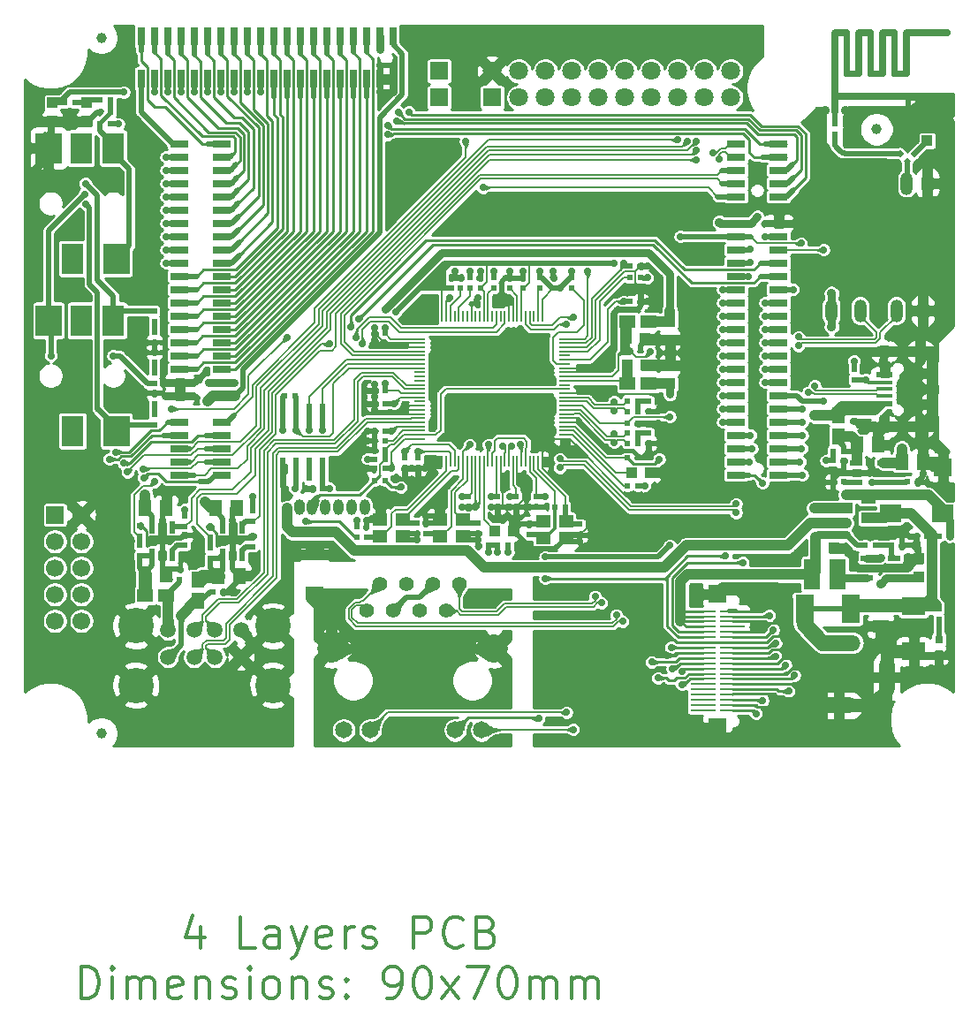
<source format=gbr>
%TF.GenerationSoftware,KiCad,Pcbnew,5.1.6-c6e7f7d~87~ubuntu18.04.1*%
%TF.CreationDate,2021-01-15T14:59:15+02:00*%
%TF.ProjectId,STMP1(A13)-SOM-EVB_Rev_B,53544d50-3128-4413-9133-292d534f4d2d,B*%
%TF.SameCoordinates,Original*%
%TF.FileFunction,Copper,L1,Top*%
%TF.FilePolarity,Positive*%
%FSLAX46Y46*%
G04 Gerber Fmt 4.6, Leading zero omitted, Abs format (unit mm)*
G04 Created by KiCad (PCBNEW 5.1.6-c6e7f7d~87~ubuntu18.04.1) date 2021-01-15 14:59:15*
%MOMM*%
%LPD*%
G01*
G04 APERTURE LIST*
%TA.AperFunction,NonConductor*%
%ADD10C,0.300000*%
%TD*%
%TA.AperFunction,SMDPad,CuDef*%
%ADD11R,1.100000X0.200000*%
%TD*%
%TA.AperFunction,SMDPad,CuDef*%
%ADD12R,0.200000X1.100000*%
%TD*%
%TA.AperFunction,SMDPad,CuDef*%
%ADD13R,0.500000X0.550000*%
%TD*%
%TA.AperFunction,SMDPad,CuDef*%
%ADD14C,0.100000*%
%TD*%
%TA.AperFunction,ViaPad*%
%ADD15C,0.635000*%
%TD*%
%TA.AperFunction,Conductor*%
%ADD16C,0.100000*%
%TD*%
%TA.AperFunction,ComponentPad*%
%ADD17C,3.400000*%
%TD*%
%TA.AperFunction,ComponentPad*%
%ADD18C,1.500000*%
%TD*%
%TA.AperFunction,SMDPad,CuDef*%
%ADD19O,1.200000X2.200000*%
%TD*%
%TA.AperFunction,SMDPad,CuDef*%
%ADD20R,1.800000X0.700000*%
%TD*%
%TA.AperFunction,SMDPad,CuDef*%
%ADD21R,1.050000X2.200000*%
%TD*%
%TA.AperFunction,SMDPad,CuDef*%
%ADD22R,1.050000X1.050000*%
%TD*%
%TA.AperFunction,SMDPad,CuDef*%
%ADD23R,1.524000X1.270000*%
%TD*%
%TA.AperFunction,SMDPad,CuDef*%
%ADD24R,1.016000X1.016000*%
%TD*%
%TA.AperFunction,SMDPad,CuDef*%
%ADD25R,0.550000X0.500000*%
%TD*%
%TA.AperFunction,SMDPad,CuDef*%
%ADD26R,1.270000X1.524000*%
%TD*%
%TA.AperFunction,SMDPad,CuDef*%
%ADD27R,1.778000X1.016000*%
%TD*%
%TA.AperFunction,SMDPad,CuDef*%
%ADD28R,2.286000X1.778000*%
%TD*%
%TA.AperFunction,ConnectorPad*%
%ADD29C,1.000000*%
%TD*%
%TA.AperFunction,Conductor*%
%ADD30R,2.400000X0.250000*%
%TD*%
%TA.AperFunction,SMDPad,CuDef*%
%ADD31R,1.800000X1.800000*%
%TD*%
%TA.AperFunction,SMDPad,CuDef*%
%ADD32R,1.800000X2.700000*%
%TD*%
%TA.AperFunction,SMDPad,CuDef*%
%ADD33R,2.100000X3.000000*%
%TD*%
%TA.AperFunction,SMDPad,CuDef*%
%ADD34R,2.500000X3.000000*%
%TD*%
%TA.AperFunction,SMDPad,CuDef*%
%ADD35R,1.600000X3.000000*%
%TD*%
%TA.AperFunction,ComponentPad*%
%ADD36C,1.410000*%
%TD*%
%TA.AperFunction,ComponentPad*%
%ADD37C,1.650000*%
%TD*%
%TA.AperFunction,ComponentPad*%
%ADD38C,2.700000*%
%TD*%
%TA.AperFunction,ComponentPad*%
%ADD39O,3.900000X1.500000*%
%TD*%
%TA.AperFunction,ComponentPad*%
%ADD40O,3.600000X1.500000*%
%TD*%
%TA.AperFunction,ComponentPad*%
%ADD41O,1.500000X3.700000*%
%TD*%
%TA.AperFunction,SMDPad,CuDef*%
%ADD42R,0.800000X0.800000*%
%TD*%
%TA.AperFunction,SMDPad,CuDef*%
%ADD43R,1.400000X1.200000*%
%TD*%
%TA.AperFunction,SMDPad,CuDef*%
%ADD44R,1.200000X0.550000*%
%TD*%
%TA.AperFunction,SMDPad,CuDef*%
%ADD45R,0.600000X2.200000*%
%TD*%
%TA.AperFunction,SMDPad,CuDef*%
%ADD46R,0.550000X1.200000*%
%TD*%
%TA.AperFunction,ComponentPad*%
%ADD47R,1.700000X1.700000*%
%TD*%
%TA.AperFunction,ComponentPad*%
%ADD48C,1.700000*%
%TD*%
%TA.AperFunction,SMDPad,CuDef*%
%ADD49R,2.000000X1.700000*%
%TD*%
%TA.AperFunction,ComponentPad*%
%ADD50C,1.800000*%
%TD*%
%TA.AperFunction,ComponentPad*%
%ADD51R,1.750000X1.750000*%
%TD*%
%TA.AperFunction,SMDPad,CuDef*%
%ADD52R,1.400000X1.000000*%
%TD*%
%TA.AperFunction,SMDPad,CuDef*%
%ADD53R,0.700000X1.800000*%
%TD*%
%TA.AperFunction,SMDPad,CuDef*%
%ADD54R,1.650000X0.500000*%
%TD*%
%TA.AperFunction,SMDPad,CuDef*%
%ADD55R,1.650000X0.325000*%
%TD*%
%TA.AperFunction,SMDPad,CuDef*%
%ADD56R,1.000000X1.100000*%
%TD*%
%TA.AperFunction,ComponentPad*%
%ADD57O,1.800000X1.200000*%
%TD*%
%TA.AperFunction,ComponentPad*%
%ADD58O,1.000000X1.500000*%
%TD*%
%TA.AperFunction,ComponentPad*%
%ADD59R,1.778000X1.778000*%
%TD*%
%TA.AperFunction,ViaPad*%
%ADD60C,0.700000*%
%TD*%
%TA.AperFunction,ViaPad*%
%ADD61C,0.900000*%
%TD*%
%TA.AperFunction,Conductor*%
%ADD62C,0.762000*%
%TD*%
%TA.AperFunction,Conductor*%
%ADD63C,0.508000*%
%TD*%
%TA.AperFunction,Conductor*%
%ADD64C,1.016000*%
%TD*%
%TA.AperFunction,Conductor*%
%ADD65C,1.270000*%
%TD*%
%TA.AperFunction,Conductor*%
%ADD66C,0.254000*%
%TD*%
%TA.AperFunction,Conductor*%
%ADD67C,0.406400*%
%TD*%
%TA.AperFunction,Conductor*%
%ADD68C,0.203200*%
%TD*%
%TA.AperFunction,Conductor*%
%ADD69C,0.177800*%
%TD*%
%TA.AperFunction,Conductor*%
%ADD70C,0.152400*%
%TD*%
%TA.AperFunction,Conductor*%
%ADD71C,0.304800*%
%TD*%
%TA.AperFunction,Conductor*%
%ADD72C,1.524000*%
%TD*%
%TA.AperFunction,Conductor*%
%ADD73C,0.025400*%
%TD*%
G04 APERTURE END LIST*
D10*
X119357861Y-118877144D02*
X119357861Y-120877143D01*
X118643576Y-117734287D02*
X117929290Y-119877143D01*
X119786432Y-119877143D01*
X124643574Y-120877143D02*
X123215003Y-120877143D01*
X123215003Y-117877144D01*
X126929287Y-120877143D02*
X126929287Y-119305715D01*
X126786430Y-119020001D01*
X126500716Y-118877144D01*
X125929287Y-118877144D01*
X125643573Y-119020001D01*
X126929287Y-120734286D02*
X126643573Y-120877143D01*
X125929287Y-120877143D01*
X125643573Y-120734286D01*
X125500716Y-120448572D01*
X125500716Y-120162857D01*
X125643573Y-119877143D01*
X125929287Y-119734286D01*
X126643573Y-119734286D01*
X126929287Y-119591429D01*
X128072144Y-118877144D02*
X128786429Y-120877143D01*
X129500715Y-118877144D02*
X128786429Y-120877143D01*
X128500715Y-121591428D01*
X128357858Y-121734285D01*
X128072144Y-121877143D01*
X131786428Y-120734286D02*
X131500714Y-120877143D01*
X130929286Y-120877143D01*
X130643572Y-120734286D01*
X130500715Y-120448572D01*
X130500715Y-119305715D01*
X130643572Y-119020001D01*
X130929286Y-118877144D01*
X131500714Y-118877144D01*
X131786428Y-119020001D01*
X131929285Y-119305715D01*
X131929285Y-119591429D01*
X130500715Y-119877143D01*
X133214999Y-120877143D02*
X133214999Y-118877144D01*
X133214999Y-119448572D02*
X133357856Y-119162858D01*
X133500714Y-119020001D01*
X133786428Y-118877144D01*
X134072142Y-118877144D01*
X134929284Y-120734286D02*
X135214999Y-120877143D01*
X135786427Y-120877143D01*
X136072141Y-120734286D01*
X136214998Y-120448572D01*
X136214998Y-120305715D01*
X136072141Y-120020000D01*
X135786427Y-119877143D01*
X135357856Y-119877143D01*
X135072142Y-119734286D01*
X134929284Y-119448572D01*
X134929284Y-119305715D01*
X135072142Y-119020001D01*
X135357856Y-118877144D01*
X135786427Y-118877144D01*
X136072141Y-119020001D01*
X139786426Y-120877143D02*
X139786426Y-117877144D01*
X140929282Y-117877144D01*
X141214997Y-118020001D01*
X141357854Y-118162858D01*
X141500711Y-118448572D01*
X141500711Y-118877144D01*
X141357854Y-119162858D01*
X141214997Y-119305715D01*
X140929282Y-119448572D01*
X139786426Y-119448572D01*
X144500710Y-120591429D02*
X144357853Y-120734286D01*
X143929281Y-120877143D01*
X143643567Y-120877143D01*
X143214996Y-120734286D01*
X142929282Y-120448572D01*
X142786425Y-120162857D01*
X142643568Y-119591429D01*
X142643568Y-119162858D01*
X142786425Y-118591429D01*
X142929282Y-118305715D01*
X143214996Y-118020001D01*
X143643567Y-117877144D01*
X143929281Y-117877144D01*
X144357853Y-118020001D01*
X144500710Y-118162858D01*
X146786423Y-119305715D02*
X147214995Y-119448572D01*
X147357852Y-119591429D01*
X147500709Y-119877143D01*
X147500709Y-120305715D01*
X147357852Y-120591429D01*
X147214995Y-120734286D01*
X146929280Y-120877143D01*
X145786424Y-120877143D01*
X145786424Y-117877144D01*
X146786423Y-117877144D01*
X147072138Y-118020001D01*
X147214995Y-118162858D01*
X147357852Y-118448572D01*
X147357852Y-118734286D01*
X147214995Y-119020001D01*
X147072138Y-119162858D01*
X146786423Y-119305715D01*
X145786424Y-119305715D01*
X107929293Y-125677142D02*
X107929293Y-122677143D01*
X108643579Y-122677143D01*
X109072150Y-122820000D01*
X109357864Y-123105714D01*
X109500722Y-123391428D01*
X109643579Y-123962857D01*
X109643579Y-124391428D01*
X109500722Y-124962856D01*
X109357864Y-125248571D01*
X109072150Y-125534285D01*
X108643579Y-125677142D01*
X107929293Y-125677142D01*
X110929292Y-125677142D02*
X110929292Y-123677143D01*
X110929292Y-122677143D02*
X110786435Y-122820000D01*
X110929292Y-122962857D01*
X111072150Y-122820000D01*
X110929292Y-122677143D01*
X110929292Y-122962857D01*
X112357863Y-125677142D02*
X112357863Y-123677143D01*
X112357863Y-123962857D02*
X112500721Y-123820000D01*
X112786435Y-123677143D01*
X113215006Y-123677143D01*
X113500720Y-123820000D01*
X113643577Y-124105714D01*
X113643577Y-125677142D01*
X113643577Y-124105714D02*
X113786434Y-123820000D01*
X114072149Y-123677143D01*
X114500720Y-123677143D01*
X114786434Y-123820000D01*
X114929291Y-124105714D01*
X114929291Y-125677142D01*
X117500719Y-125534285D02*
X117215005Y-125677142D01*
X116643576Y-125677142D01*
X116357862Y-125534285D01*
X116215005Y-125248571D01*
X116215005Y-124105714D01*
X116357862Y-123820000D01*
X116643576Y-123677143D01*
X117215005Y-123677143D01*
X117500719Y-123820000D01*
X117643576Y-124105714D01*
X117643576Y-124391428D01*
X116215005Y-124677142D01*
X118929290Y-123677143D02*
X118929290Y-125677142D01*
X118929290Y-123962857D02*
X119072147Y-123820000D01*
X119357861Y-123677143D01*
X119786432Y-123677143D01*
X120072147Y-123820000D01*
X120215004Y-124105714D01*
X120215004Y-125677142D01*
X121500718Y-125534285D02*
X121786432Y-125677142D01*
X122357860Y-125677142D01*
X122643574Y-125534285D01*
X122786431Y-125248571D01*
X122786431Y-125105714D01*
X122643574Y-124819999D01*
X122357860Y-124677142D01*
X121929289Y-124677142D01*
X121643575Y-124534285D01*
X121500718Y-124248571D01*
X121500718Y-124105714D01*
X121643575Y-123820000D01*
X121929289Y-123677143D01*
X122357860Y-123677143D01*
X122643574Y-123820000D01*
X124072145Y-125677142D02*
X124072145Y-123677143D01*
X124072145Y-122677143D02*
X123929288Y-122820000D01*
X124072145Y-122962857D01*
X124215002Y-122820000D01*
X124072145Y-122677143D01*
X124072145Y-122962857D01*
X125929287Y-125677142D02*
X125643573Y-125534285D01*
X125500716Y-125391428D01*
X125357859Y-125105714D01*
X125357859Y-124248571D01*
X125500716Y-123962857D01*
X125643573Y-123820000D01*
X125929287Y-123677143D01*
X126357859Y-123677143D01*
X126643573Y-123820000D01*
X126786430Y-123962857D01*
X126929287Y-124248571D01*
X126929287Y-125105714D01*
X126786430Y-125391428D01*
X126643573Y-125534285D01*
X126357859Y-125677142D01*
X125929287Y-125677142D01*
X128215001Y-123677143D02*
X128215001Y-125677142D01*
X128215001Y-123962857D02*
X128357858Y-123820000D01*
X128643572Y-123677143D01*
X129072144Y-123677143D01*
X129357858Y-123820000D01*
X129500715Y-124105714D01*
X129500715Y-125677142D01*
X130786429Y-125534285D02*
X131072143Y-125677142D01*
X131643571Y-125677142D01*
X131929285Y-125534285D01*
X132072143Y-125248571D01*
X132072143Y-125105714D01*
X131929285Y-124819999D01*
X131643571Y-124677142D01*
X131215000Y-124677142D01*
X130929286Y-124534285D01*
X130786429Y-124248571D01*
X130786429Y-124105714D01*
X130929286Y-123820000D01*
X131215000Y-123677143D01*
X131643571Y-123677143D01*
X131929285Y-123820000D01*
X133357856Y-125391428D02*
X133500714Y-125534285D01*
X133357856Y-125677142D01*
X133214999Y-125534285D01*
X133357856Y-125391428D01*
X133357856Y-125677142D01*
X133357856Y-123820000D02*
X133500714Y-123962857D01*
X133357856Y-124105714D01*
X133214999Y-123962857D01*
X133357856Y-123820000D01*
X133357856Y-124105714D01*
X137214998Y-125677142D02*
X137786426Y-125677142D01*
X138072141Y-125534285D01*
X138214998Y-125391428D01*
X138500712Y-124962856D01*
X138643569Y-124391428D01*
X138643569Y-123248571D01*
X138500712Y-122962857D01*
X138357855Y-122820000D01*
X138072141Y-122677143D01*
X137500712Y-122677143D01*
X137214998Y-122820000D01*
X137072141Y-122962857D01*
X136929284Y-123248571D01*
X136929284Y-123962857D01*
X137072141Y-124248571D01*
X137214998Y-124391428D01*
X137500712Y-124534285D01*
X138072141Y-124534285D01*
X138357855Y-124391428D01*
X138500712Y-124248571D01*
X138643569Y-123962857D01*
X140500711Y-122677143D02*
X140786425Y-122677143D01*
X141072140Y-122820000D01*
X141214997Y-122962857D01*
X141357854Y-123248571D01*
X141500711Y-123820000D01*
X141500711Y-124534285D01*
X141357854Y-125105714D01*
X141214997Y-125391428D01*
X141072140Y-125534285D01*
X140786425Y-125677142D01*
X140500711Y-125677142D01*
X140214997Y-125534285D01*
X140072140Y-125391428D01*
X139929283Y-125105714D01*
X139786426Y-124534285D01*
X139786426Y-123820000D01*
X139929283Y-123248571D01*
X140072140Y-122962857D01*
X140214997Y-122820000D01*
X140500711Y-122677143D01*
X142500711Y-125677142D02*
X144072139Y-123677143D01*
X142500711Y-123677143D02*
X144072139Y-125677142D01*
X144929281Y-122677143D02*
X146929280Y-122677143D01*
X145643567Y-125677142D01*
X148643566Y-122677143D02*
X148929280Y-122677143D01*
X149214994Y-122820000D01*
X149357851Y-122962857D01*
X149500708Y-123248571D01*
X149643565Y-123820000D01*
X149643565Y-124534285D01*
X149500708Y-125105714D01*
X149357851Y-125391428D01*
X149214994Y-125534285D01*
X148929280Y-125677142D01*
X148643566Y-125677142D01*
X148357851Y-125534285D01*
X148214994Y-125391428D01*
X148072137Y-125105714D01*
X147929280Y-124534285D01*
X147929280Y-123820000D01*
X148072137Y-123248571D01*
X148214994Y-122962857D01*
X148357851Y-122820000D01*
X148643566Y-122677143D01*
X150929279Y-125677142D02*
X150929279Y-123677143D01*
X150929279Y-123962857D02*
X151072136Y-123820000D01*
X151357850Y-123677143D01*
X151786422Y-123677143D01*
X152072136Y-123820000D01*
X152214993Y-124105714D01*
X152214993Y-125677142D01*
X152214993Y-124105714D02*
X152357850Y-123820000D01*
X152643564Y-123677143D01*
X153072136Y-123677143D01*
X153357850Y-123820000D01*
X153500707Y-124105714D01*
X153500707Y-125677142D01*
X154929278Y-125677142D02*
X154929278Y-123677143D01*
X154929278Y-123962857D02*
X155072135Y-123820000D01*
X155357849Y-123677143D01*
X155786420Y-123677143D01*
X156072135Y-123820000D01*
X156214992Y-124105714D01*
X156214992Y-125677142D01*
X156214992Y-124105714D02*
X156357849Y-123820000D01*
X156643563Y-123677143D01*
X157072134Y-123677143D01*
X157357848Y-123820000D01*
X157500706Y-124105714D01*
X157500706Y-125677142D01*
D11*
%TO.P,U6,1*%
%TO.N,GND*%
X154270000Y-72110000D03*
%TO.P,U6,2*%
%TO.N,Net-(R14-Pad1)*%
X154270000Y-71710000D03*
%TO.P,U6,3*%
%TO.N,Net-(R8-Pad1)*%
X154270000Y-71310000D03*
%TO.P,U6,4*%
%TO.N,+3.3VA*%
X154270000Y-70910000D03*
%TO.P,U6,5*%
%TO.N,GND*%
X154270000Y-70510000D03*
%TO.P,U6,6*%
X154270000Y-70110000D03*
%TO.P,U6,7*%
%TO.N,/RXIP*%
X154270000Y-69710000D03*
%TO.P,U6,8*%
%TO.N,/RXIN*%
X154270000Y-69310000D03*
%TO.P,U6,9*%
%TO.N,+1.8VA*%
X154270000Y-68910000D03*
%TO.P,U6,10*%
%TO.N,/TXOP*%
X154270000Y-68510000D03*
%TO.P,U6,11*%
%TO.N,/TXON*%
X154270000Y-68110000D03*
%TO.P,U6,12*%
%TO.N,GND*%
X154270000Y-67710000D03*
%TO.P,U6,13*%
%TO.N,/RST_PGM*%
X154270000Y-67310000D03*
%TO.P,U6,14*%
%TO.N,Net-(U6-Pad14)*%
X154270000Y-66910000D03*
%TO.P,U6,15*%
%TO.N,/V18F*%
X154270000Y-66510000D03*
%TO.P,U6,16*%
%TO.N,+3V3*%
X154270000Y-66110000D03*
%TO.P,U6,17*%
%TO.N,GND*%
X154270000Y-65710000D03*
%TO.P,U6,18*%
X154270000Y-65310000D03*
%TO.P,U6,19*%
%TO.N,Net-(R20-Pad1)*%
X154270000Y-64910000D03*
%TO.P,U6,20*%
%TO.N,/V18F*%
X154270000Y-64510000D03*
%TO.P,U6,21*%
%TO.N,Net-(U6-Pad21)*%
X154270000Y-64110000D03*
%TO.P,U6,22*%
%TO.N,Net-(R15-Pad1)*%
X154270000Y-63710000D03*
%TO.P,U6,23*%
%TO.N,GND*%
X154270000Y-63310000D03*
%TO.P,U6,24*%
%TO.N,+3V3*%
X154270000Y-62910000D03*
%TO.P,U6,25*%
%TO.N,Net-(U6-Pad25)*%
X154270000Y-62510000D03*
D12*
%TO.P,U6,33*%
%TO.N,GND*%
X149320000Y-60360000D03*
%TO.P,U6,35*%
%TO.N,/OVCUR2#*%
X148520000Y-60360000D03*
%TO.P,U6,50*%
%TO.N,/V18F*%
X142520000Y-60360000D03*
%TO.P,U6,34*%
%TO.N,GND*%
X148920000Y-60360000D03*
%TO.P,U6,32*%
%TO.N,Net-(R13-Pad1)*%
X149720000Y-60360000D03*
%TO.P,U6,42*%
%TO.N,Net-(U6-Pad42)*%
X145720000Y-60360000D03*
%TO.P,U6,30*%
%TO.N,/ETHER_LK*%
X150520000Y-60360000D03*
%TO.P,U6,26*%
%TO.N,+3V3*%
X152120000Y-60360000D03*
%TO.P,U6,28*%
%TO.N,Net-(U6-Pad28)*%
X151320000Y-60360000D03*
%TO.P,U6,40*%
%TO.N,/V18F*%
X146520000Y-60360000D03*
%TO.P,U6,38*%
%TO.N,Net-(U6-Pad38)*%
X147320000Y-60360000D03*
%TO.P,U6,43*%
%TO.N,GND*%
X145320000Y-60360000D03*
%TO.P,U6,47*%
%TO.N,Net-(U6-Pad47)*%
X143720000Y-60360000D03*
%TO.P,U6,31*%
%TO.N,/V18F*%
X150120000Y-60360000D03*
%TO.P,U6,37*%
%TO.N,/OVCUR1#*%
X147720000Y-60360000D03*
%TO.P,U6,41*%
%TO.N,Net-(U6-Pad41)*%
X146120000Y-60360000D03*
%TO.P,U6,44*%
%TO.N,Net-(U6-Pad44)*%
X144920000Y-60360000D03*
%TO.P,U6,27*%
%TO.N,Net-(R12-Pad1)*%
X151720000Y-60360000D03*
%TO.P,U6,49*%
%TO.N,GND*%
X142920000Y-60360000D03*
%TO.P,U6,36*%
%TO.N,Net-(U6-Pad36)*%
X148120000Y-60360000D03*
%TO.P,U6,29*%
%TO.N,/ETHER_SPEED*%
X150920000Y-60360000D03*
%TO.P,U6,39*%
%TO.N,Net-(R18-Pad1)*%
X146920000Y-60360000D03*
%TO.P,U6,46*%
%TO.N,Net-(R45-Pad1)*%
X144120000Y-60360000D03*
%TO.P,U6,48*%
%TO.N,Net-(R44-Pad1)*%
X143320000Y-60360000D03*
%TO.P,U6,45*%
%TO.N,Net-(U6-Pad45)*%
X144520000Y-60360000D03*
D11*
%TO.P,U6,68*%
%TO.N,GND*%
X140370000Y-69310000D03*
%TO.P,U6,66*%
%TO.N,Net-(U6-Pad66)*%
X140370000Y-68510000D03*
%TO.P,U6,51*%
%TO.N,+3.3VA*%
X140370000Y-62510000D03*
%TO.P,U6,67*%
%TO.N,GND*%
X140370000Y-68910000D03*
%TO.P,U6,69*%
X140370000Y-69710000D03*
%TO.P,U6,59*%
%TO.N,Net-(U6-Pad59)*%
X140370000Y-65710000D03*
%TO.P,U6,71*%
%TO.N,/D2+*%
X140370000Y-70510000D03*
%TO.P,U6,75*%
%TO.N,+3.3VA*%
X140370000Y-72110000D03*
%TO.P,U6,73*%
%TO.N,Net-(R6-Pad2)*%
X140370000Y-71310000D03*
%TO.P,U6,61*%
%TO.N,Net-(U6-Pad61)*%
X140370000Y-66510000D03*
%TO.P,U6,63*%
%TO.N,/D1+*%
X140370000Y-67310000D03*
%TO.P,U6,58*%
%TO.N,Net-(PGM1-Pad3)*%
X140370000Y-65310000D03*
%TO.P,U6,54*%
%TO.N,USB1_D-*%
X140370000Y-63710000D03*
%TO.P,U6,70*%
%TO.N,/D2-*%
X140370000Y-70110000D03*
%TO.P,U6,64*%
%TO.N,+3V3*%
X140370000Y-67710000D03*
%TO.P,U6,60*%
%TO.N,Net-(U6-Pad60)*%
X140370000Y-66110000D03*
%TO.P,U6,57*%
%TO.N,Net-(PGM1-Pad1)*%
X140370000Y-64910000D03*
%TO.P,U6,74*%
%TO.N,/RST_PGM*%
X140370000Y-71710000D03*
%TO.P,U6,52*%
%TO.N,GND*%
X140370000Y-62910000D03*
%TO.P,U6,65*%
%TO.N,+3.3VA*%
X140370000Y-68110000D03*
%TO.P,U6,72*%
%TO.N,/V18F*%
X140370000Y-70910000D03*
%TO.P,U6,62*%
%TO.N,/D1-*%
X140370000Y-66910000D03*
%TO.P,U6,55*%
%TO.N,USB1_D+*%
X140370000Y-64110000D03*
%TO.P,U6,53*%
%TO.N,GND*%
X140370000Y-63310000D03*
%TO.P,U6,56*%
%TO.N,Net-(PGM1-Pad2)*%
X140370000Y-64510000D03*
D12*
%TO.P,U6,76*%
%TO.N,GND*%
X142520000Y-74260000D03*
%TO.P,U6,93*%
%TO.N,+3.3VA*%
X149320000Y-74260000D03*
%TO.P,U6,100*%
%TO.N,GND*%
X152120000Y-74260000D03*
%TO.P,U6,86*%
%TO.N,Net-(R5-Pad2)*%
X146520000Y-74260000D03*
%TO.P,U6,88*%
%TO.N,Net-(U6-Pad88)*%
X147320000Y-74260000D03*
%TO.P,U6,95*%
%TO.N,Net-(U6-Pad87)*%
X150120000Y-74260000D03*
%TO.P,U6,89*%
%TO.N,+3.3VA*%
X147720000Y-74260000D03*
%TO.P,U6,85*%
%TO.N,GND*%
X146120000Y-74260000D03*
%TO.P,U6,82*%
%TO.N,Net-(C31-Pad1)*%
X144920000Y-74260000D03*
%TO.P,U6,94*%
%TO.N,GND*%
X149720000Y-74260000D03*
%TO.P,U6,92*%
%TO.N,/D3+*%
X148920000Y-74260000D03*
%TO.P,U6,84*%
%TO.N,GND*%
X145720000Y-74260000D03*
%TO.P,U6,96*%
%TO.N,Net-(U6-Pad88)*%
X150520000Y-74260000D03*
%TO.P,U6,98*%
%TO.N,Net-(C32-Pad1)*%
X151320000Y-74260000D03*
%TO.P,U6,83*%
%TO.N,+3.3VA*%
X145320000Y-74260000D03*
%TO.P,U6,79*%
%TO.N,/V18F*%
X143720000Y-74260000D03*
%TO.P,U6,91*%
%TO.N,/D3-*%
X148520000Y-74260000D03*
%TO.P,U6,99*%
%TO.N,Net-(C33-Pad1)*%
X151720000Y-74260000D03*
%TO.P,U6,77*%
%TO.N,Net-(C28-Pad1)*%
X142920000Y-74260000D03*
%TO.P,U6,90*%
%TO.N,GND*%
X148120000Y-74260000D03*
%TO.P,U6,97*%
%TO.N,+1.8VA*%
X150920000Y-74260000D03*
%TO.P,U6,87*%
%TO.N,Net-(U6-Pad87)*%
X146920000Y-74260000D03*
%TO.P,U6,80*%
%TO.N,Net-(C29-Pad1)*%
X144120000Y-74260000D03*
%TO.P,U6,78*%
%TO.N,+3V3*%
X143320000Y-74260000D03*
%TO.P,U6,81*%
%TO.N,/12MCK*%
X144520000Y-74260000D03*
%TD*%
D13*
%TO.P,C3,2*%
%TO.N,GND*%
X179142000Y-43688000D03*
%TO.P,C3,1*%
%TO.N,Net-(C3-Pad1)*%
X180158000Y-43688000D03*
%TD*%
%TA.AperFunction,SMDPad,CuDef*%
D14*
%TO.P,R4,1*%
%TO.N,Net-(R4-Pad1)*%
G36*
X187100000Y-45078554D02*
G01*
X187453553Y-45432107D01*
X187100000Y-45785660D01*
X186746447Y-45432107D01*
X187100000Y-45078554D01*
G37*
%TD.AperFunction*%
%TA.AperFunction,SMDPad,CuDef*%
%TO.P,R4,3*%
%TO.N,Net-(ANT2-Pad1)*%
G36*
X187807107Y-45078553D02*
G01*
X187453554Y-44725000D01*
X187807107Y-44371447D01*
X188160660Y-44725000D01*
X187807107Y-45078553D01*
G37*
%TD.AperFunction*%
%TA.AperFunction,SMDPad,CuDef*%
%TO.P,R4,2*%
%TO.N,Net-(C3-Pad1)*%
G36*
X186746446Y-44725000D02*
G01*
X186392893Y-45078553D01*
X186039340Y-44725000D01*
X186392893Y-44371447D01*
X186746446Y-44725000D01*
G37*
%TD.AperFunction*%
%TD*%
D13*
%TO.P,R16,1*%
%TO.N,/RST_PGM*%
X136017000Y-76073000D03*
%TO.P,R16,2*%
%TO.N,/NRST*%
X137033000Y-76073000D03*
%TD*%
D15*
%TO.N,GND*%
%TO.C,ANT1*%
X187151000Y-39267000D03*
%TA.AperFunction,Conductor*%
D16*
G36*
X181311064Y-32853514D02*
G01*
X181311217Y-32853508D01*
X181311370Y-32853517D01*
X181313433Y-32853531D01*
X181327773Y-32854433D01*
X181342188Y-32855239D01*
X181343291Y-32855410D01*
X181344391Y-32855479D01*
X181358582Y-32857777D01*
X181372842Y-32859985D01*
X181373913Y-32860260D01*
X181375012Y-32860438D01*
X181388948Y-32864120D01*
X181402887Y-32867699D01*
X181403931Y-32868079D01*
X181405002Y-32868362D01*
X181418445Y-32873361D01*
X181432036Y-32878308D01*
X181433043Y-32878790D01*
X181434077Y-32879175D01*
X181446989Y-32885473D01*
X181460011Y-32891712D01*
X181460960Y-32892287D01*
X181461957Y-32892773D01*
X181474259Y-32900341D01*
X181486544Y-32907781D01*
X181487427Y-32908442D01*
X181488377Y-32909026D01*
X181499876Y-32917755D01*
X181511382Y-32926362D01*
X181512202Y-32927111D01*
X181513085Y-32927781D01*
X181523645Y-32937560D01*
X181534289Y-32947279D01*
X181535032Y-32948104D01*
X181535845Y-32948857D01*
X181545423Y-32959644D01*
X181555045Y-32970331D01*
X181555700Y-32971220D01*
X181556440Y-32972053D01*
X181564940Y-32983752D01*
X181573452Y-32995298D01*
X181574018Y-32996247D01*
X181574673Y-32997149D01*
X181581979Y-33009602D01*
X181589336Y-33021943D01*
X181589808Y-33022946D01*
X181590370Y-33023904D01*
X181596431Y-33037020D01*
X181602543Y-33050010D01*
X181602913Y-33051050D01*
X181603381Y-33052062D01*
X181608119Y-33065667D01*
X181612949Y-33079232D01*
X181613219Y-33080313D01*
X181613582Y-33081357D01*
X181616966Y-33095345D01*
X181620453Y-33109331D01*
X181620615Y-33110426D01*
X181620876Y-33111506D01*
X181622876Y-33125734D01*
X181624985Y-33140017D01*
X181625040Y-33141132D01*
X181625193Y-33142224D01*
X181625794Y-33156552D01*
X181626500Y-33171000D01*
X181626500Y-36790500D01*
X182134500Y-36790500D01*
X182134500Y-33171000D01*
X182134514Y-33168936D01*
X182134508Y-33168783D01*
X182134517Y-33168630D01*
X182134531Y-33166567D01*
X182135433Y-33152227D01*
X182136239Y-33137812D01*
X182136410Y-33136709D01*
X182136479Y-33135609D01*
X182138777Y-33121418D01*
X182140985Y-33107158D01*
X182141260Y-33106087D01*
X182141438Y-33104988D01*
X182145120Y-33091052D01*
X182148699Y-33077113D01*
X182149079Y-33076069D01*
X182149362Y-33074998D01*
X182154361Y-33061555D01*
X182159308Y-33047964D01*
X182159790Y-33046957D01*
X182160175Y-33045923D01*
X182166473Y-33033011D01*
X182172712Y-33019989D01*
X182173287Y-33019040D01*
X182173773Y-33018043D01*
X182181341Y-33005741D01*
X182188781Y-32993456D01*
X182189442Y-32992573D01*
X182190026Y-32991623D01*
X182198755Y-32980124D01*
X182207362Y-32968618D01*
X182208111Y-32967798D01*
X182208781Y-32966915D01*
X182218560Y-32956355D01*
X182228279Y-32945711D01*
X182229104Y-32944968D01*
X182229857Y-32944155D01*
X182240644Y-32934577D01*
X182251331Y-32924955D01*
X182252220Y-32924300D01*
X182253053Y-32923560D01*
X182264752Y-32915060D01*
X182276298Y-32906548D01*
X182277247Y-32905982D01*
X182278149Y-32905327D01*
X182290602Y-32898021D01*
X182302943Y-32890664D01*
X182303946Y-32890192D01*
X182304904Y-32889630D01*
X182318020Y-32883569D01*
X182331010Y-32877457D01*
X182332050Y-32877087D01*
X182333062Y-32876619D01*
X182346667Y-32871881D01*
X182360232Y-32867051D01*
X182361313Y-32866781D01*
X182362357Y-32866418D01*
X182376345Y-32863034D01*
X182390331Y-32859547D01*
X182391426Y-32859385D01*
X182392506Y-32859124D01*
X182406734Y-32857124D01*
X182421017Y-32855015D01*
X182422132Y-32854960D01*
X182423224Y-32854807D01*
X182437552Y-32854206D01*
X182452000Y-32853500D01*
X183595000Y-32853500D01*
X183597064Y-32853514D01*
X183597217Y-32853508D01*
X183597370Y-32853517D01*
X183599433Y-32853531D01*
X183613773Y-32854433D01*
X183628188Y-32855239D01*
X183629291Y-32855410D01*
X183630391Y-32855479D01*
X183644582Y-32857777D01*
X183658842Y-32859985D01*
X183659913Y-32860260D01*
X183661012Y-32860438D01*
X183674948Y-32864120D01*
X183688887Y-32867699D01*
X183689931Y-32868079D01*
X183691002Y-32868362D01*
X183704445Y-32873361D01*
X183718036Y-32878308D01*
X183719043Y-32878790D01*
X183720077Y-32879175D01*
X183732989Y-32885473D01*
X183746011Y-32891712D01*
X183746960Y-32892287D01*
X183747957Y-32892773D01*
X183760259Y-32900341D01*
X183772544Y-32907781D01*
X183773427Y-32908442D01*
X183774377Y-32909026D01*
X183785876Y-32917755D01*
X183797382Y-32926362D01*
X183798202Y-32927111D01*
X183799085Y-32927781D01*
X183809645Y-32937560D01*
X183820289Y-32947279D01*
X183821032Y-32948104D01*
X183821845Y-32948857D01*
X183831423Y-32959644D01*
X183841045Y-32970331D01*
X183841700Y-32971220D01*
X183842440Y-32972053D01*
X183850940Y-32983752D01*
X183859452Y-32995298D01*
X183860018Y-32996247D01*
X183860673Y-32997149D01*
X183867979Y-33009602D01*
X183875336Y-33021943D01*
X183875808Y-33022946D01*
X183876370Y-33023904D01*
X183882431Y-33037020D01*
X183888543Y-33050010D01*
X183888913Y-33051050D01*
X183889381Y-33052062D01*
X183894119Y-33065667D01*
X183898949Y-33079232D01*
X183899219Y-33080313D01*
X183899582Y-33081357D01*
X183902966Y-33095345D01*
X183906453Y-33109331D01*
X183906615Y-33110426D01*
X183906876Y-33111506D01*
X183908876Y-33125734D01*
X183910985Y-33140017D01*
X183911040Y-33141132D01*
X183911193Y-33142224D01*
X183911794Y-33156552D01*
X183912500Y-33171000D01*
X183912500Y-36790500D01*
X184420500Y-36790500D01*
X184420500Y-33171000D01*
X184420514Y-33168936D01*
X184420508Y-33168783D01*
X184420517Y-33168630D01*
X184420531Y-33166567D01*
X184421433Y-33152227D01*
X184422239Y-33137812D01*
X184422410Y-33136709D01*
X184422479Y-33135609D01*
X184424777Y-33121418D01*
X184426985Y-33107158D01*
X184427260Y-33106087D01*
X184427438Y-33104988D01*
X184431120Y-33091052D01*
X184434699Y-33077113D01*
X184435079Y-33076069D01*
X184435362Y-33074998D01*
X184440361Y-33061555D01*
X184445308Y-33047964D01*
X184445790Y-33046957D01*
X184446175Y-33045923D01*
X184452473Y-33033011D01*
X184458712Y-33019989D01*
X184459287Y-33019040D01*
X184459773Y-33018043D01*
X184467341Y-33005741D01*
X184474781Y-32993456D01*
X184475442Y-32992573D01*
X184476026Y-32991623D01*
X184484755Y-32980124D01*
X184493362Y-32968618D01*
X184494111Y-32967798D01*
X184494781Y-32966915D01*
X184504560Y-32956355D01*
X184514279Y-32945711D01*
X184515104Y-32944968D01*
X184515857Y-32944155D01*
X184526644Y-32934577D01*
X184537331Y-32924955D01*
X184538220Y-32924300D01*
X184539053Y-32923560D01*
X184550752Y-32915060D01*
X184562298Y-32906548D01*
X184563247Y-32905982D01*
X184564149Y-32905327D01*
X184576602Y-32898021D01*
X184588943Y-32890664D01*
X184589946Y-32890192D01*
X184590904Y-32889630D01*
X184604020Y-32883569D01*
X184617010Y-32877457D01*
X184618050Y-32877087D01*
X184619062Y-32876619D01*
X184632667Y-32871881D01*
X184646232Y-32867051D01*
X184647313Y-32866781D01*
X184648357Y-32866418D01*
X184662345Y-32863034D01*
X184676331Y-32859547D01*
X184677426Y-32859385D01*
X184678506Y-32859124D01*
X184692734Y-32857124D01*
X184707017Y-32855015D01*
X184708132Y-32854960D01*
X184709224Y-32854807D01*
X184723552Y-32854206D01*
X184738000Y-32853500D01*
X185881000Y-32853500D01*
X185883064Y-32853514D01*
X185883217Y-32853508D01*
X185883370Y-32853517D01*
X185885433Y-32853531D01*
X185899773Y-32854433D01*
X185914188Y-32855239D01*
X185915291Y-32855410D01*
X185916391Y-32855479D01*
X185930582Y-32857777D01*
X185944842Y-32859985D01*
X185945913Y-32860260D01*
X185947012Y-32860438D01*
X185960948Y-32864120D01*
X185974887Y-32867699D01*
X185975931Y-32868079D01*
X185977002Y-32868362D01*
X185990445Y-32873361D01*
X186004036Y-32878308D01*
X186005043Y-32878790D01*
X186006077Y-32879175D01*
X186018989Y-32885473D01*
X186032011Y-32891712D01*
X186032960Y-32892287D01*
X186033957Y-32892773D01*
X186046259Y-32900341D01*
X186058544Y-32907781D01*
X186059427Y-32908442D01*
X186060377Y-32909026D01*
X186071876Y-32917755D01*
X186083382Y-32926362D01*
X186084202Y-32927111D01*
X186085085Y-32927781D01*
X186095645Y-32937560D01*
X186106289Y-32947279D01*
X186107032Y-32948104D01*
X186107845Y-32948857D01*
X186117423Y-32959644D01*
X186127045Y-32970331D01*
X186127700Y-32971220D01*
X186128440Y-32972053D01*
X186136940Y-32983752D01*
X186145452Y-32995298D01*
X186146018Y-32996247D01*
X186146673Y-32997149D01*
X186153979Y-33009602D01*
X186161336Y-33021943D01*
X186161808Y-33022946D01*
X186162370Y-33023904D01*
X186168431Y-33037020D01*
X186174543Y-33050010D01*
X186174913Y-33051050D01*
X186175381Y-33052062D01*
X186180119Y-33065667D01*
X186184949Y-33079232D01*
X186185219Y-33080313D01*
X186185582Y-33081357D01*
X186188966Y-33095345D01*
X186192453Y-33109331D01*
X186192615Y-33110426D01*
X186192876Y-33111506D01*
X186194876Y-33125734D01*
X186196985Y-33140017D01*
X186197040Y-33141132D01*
X186197193Y-33142224D01*
X186197794Y-33156552D01*
X186198500Y-33171000D01*
X186198500Y-36790500D01*
X186706500Y-36790500D01*
X186706500Y-33171000D01*
X186706514Y-33168936D01*
X186706508Y-33168783D01*
X186706517Y-33168630D01*
X186706531Y-33166567D01*
X186707433Y-33152227D01*
X186708239Y-33137812D01*
X186708410Y-33136709D01*
X186708479Y-33135609D01*
X186710777Y-33121418D01*
X186712985Y-33107158D01*
X186713260Y-33106087D01*
X186713438Y-33104988D01*
X186717120Y-33091052D01*
X186720699Y-33077113D01*
X186721079Y-33076069D01*
X186721362Y-33074998D01*
X186726361Y-33061555D01*
X186731308Y-33047964D01*
X186731790Y-33046957D01*
X186732175Y-33045923D01*
X186738473Y-33033011D01*
X186744712Y-33019989D01*
X186745287Y-33019040D01*
X186745773Y-33018043D01*
X186753341Y-33005741D01*
X186760781Y-32993456D01*
X186761442Y-32992573D01*
X186762026Y-32991623D01*
X186770755Y-32980124D01*
X186779362Y-32968618D01*
X186780111Y-32967798D01*
X186780781Y-32966915D01*
X186790560Y-32956355D01*
X186800279Y-32945711D01*
X186801104Y-32944968D01*
X186801857Y-32944155D01*
X186812644Y-32934577D01*
X186823331Y-32924955D01*
X186824220Y-32924300D01*
X186825053Y-32923560D01*
X186836752Y-32915060D01*
X186848298Y-32906548D01*
X186849247Y-32905982D01*
X186850149Y-32905327D01*
X186862602Y-32898021D01*
X186874943Y-32890664D01*
X186875946Y-32890192D01*
X186876904Y-32889630D01*
X186890020Y-32883569D01*
X186903010Y-32877457D01*
X186904050Y-32877087D01*
X186905062Y-32876619D01*
X186918667Y-32871881D01*
X186932232Y-32867051D01*
X186933313Y-32866781D01*
X186934357Y-32866418D01*
X186948345Y-32863034D01*
X186962331Y-32859547D01*
X186963426Y-32859385D01*
X186964506Y-32859124D01*
X186978734Y-32857124D01*
X186993017Y-32855015D01*
X186994132Y-32854960D01*
X186995224Y-32854807D01*
X187009552Y-32854206D01*
X187024000Y-32853500D01*
X190961000Y-32853500D01*
X190965433Y-32853531D01*
X190996391Y-32855479D01*
X191027012Y-32860438D01*
X191057002Y-32868362D01*
X191086077Y-32879175D01*
X191113957Y-32892773D01*
X191140377Y-32909026D01*
X191165085Y-32927781D01*
X191187845Y-32948857D01*
X191208440Y-32972053D01*
X191226673Y-32997149D01*
X191242370Y-33023904D01*
X191255381Y-33052062D01*
X191265582Y-33081357D01*
X191272876Y-33111506D01*
X191277193Y-33142224D01*
X191278492Y-33173217D01*
X191276761Y-33204188D01*
X191272015Y-33234842D01*
X191264301Y-33264887D01*
X191253692Y-33294036D01*
X191240288Y-33322011D01*
X191224219Y-33348544D01*
X191205638Y-33373382D01*
X191184721Y-33396289D01*
X191161669Y-33417045D01*
X191136702Y-33435452D01*
X191110057Y-33451336D01*
X191081990Y-33464543D01*
X191052768Y-33474949D01*
X191022669Y-33482453D01*
X190991983Y-33486985D01*
X190961000Y-33488500D01*
X187341500Y-33488500D01*
X187341500Y-37108000D01*
X187341486Y-37110064D01*
X187341492Y-37110217D01*
X187341483Y-37110370D01*
X187341469Y-37112433D01*
X187340567Y-37126773D01*
X187339761Y-37141188D01*
X187339590Y-37142291D01*
X187339521Y-37143391D01*
X187337223Y-37157582D01*
X187335015Y-37171842D01*
X187334740Y-37172913D01*
X187334562Y-37174012D01*
X187330880Y-37187948D01*
X187327301Y-37201887D01*
X187326921Y-37202931D01*
X187326638Y-37204002D01*
X187321639Y-37217445D01*
X187316692Y-37231036D01*
X187316210Y-37232043D01*
X187315825Y-37233077D01*
X187309527Y-37245989D01*
X187303288Y-37259011D01*
X187302713Y-37259960D01*
X187302227Y-37260957D01*
X187294659Y-37273259D01*
X187287219Y-37285544D01*
X187286558Y-37286427D01*
X187285974Y-37287377D01*
X187277245Y-37298876D01*
X187268638Y-37310382D01*
X187267889Y-37311202D01*
X187267219Y-37312085D01*
X187257440Y-37322645D01*
X187247721Y-37333289D01*
X187246896Y-37334032D01*
X187246143Y-37334845D01*
X187235356Y-37344423D01*
X187224669Y-37354045D01*
X187223780Y-37354700D01*
X187222947Y-37355440D01*
X187211248Y-37363940D01*
X187199702Y-37372452D01*
X187198753Y-37373018D01*
X187197851Y-37373673D01*
X187185398Y-37380979D01*
X187173057Y-37388336D01*
X187172054Y-37388808D01*
X187171096Y-37389370D01*
X187157980Y-37395431D01*
X187144990Y-37401543D01*
X187143950Y-37401913D01*
X187142938Y-37402381D01*
X187129333Y-37407119D01*
X187115768Y-37411949D01*
X187114687Y-37412219D01*
X187113643Y-37412582D01*
X187099655Y-37415966D01*
X187085669Y-37419453D01*
X187084574Y-37419615D01*
X187083494Y-37419876D01*
X187069266Y-37421876D01*
X187054983Y-37423985D01*
X187053868Y-37424040D01*
X187052776Y-37424193D01*
X187038448Y-37424794D01*
X187024000Y-37425500D01*
X185881000Y-37425500D01*
X185878936Y-37425486D01*
X185878783Y-37425492D01*
X185878630Y-37425483D01*
X185876567Y-37425469D01*
X185862227Y-37424567D01*
X185847812Y-37423761D01*
X185846709Y-37423590D01*
X185845609Y-37423521D01*
X185831418Y-37421223D01*
X185817158Y-37419015D01*
X185816087Y-37418740D01*
X185814988Y-37418562D01*
X185801052Y-37414880D01*
X185787113Y-37411301D01*
X185786069Y-37410921D01*
X185784998Y-37410638D01*
X185771555Y-37405639D01*
X185757964Y-37400692D01*
X185756957Y-37400210D01*
X185755923Y-37399825D01*
X185743011Y-37393527D01*
X185729989Y-37387288D01*
X185729040Y-37386713D01*
X185728043Y-37386227D01*
X185715741Y-37378659D01*
X185703456Y-37371219D01*
X185702573Y-37370558D01*
X185701623Y-37369974D01*
X185690124Y-37361245D01*
X185678618Y-37352638D01*
X185677798Y-37351889D01*
X185676915Y-37351219D01*
X185666355Y-37341440D01*
X185655711Y-37331721D01*
X185654968Y-37330896D01*
X185654155Y-37330143D01*
X185644577Y-37319356D01*
X185634955Y-37308669D01*
X185634300Y-37307780D01*
X185633560Y-37306947D01*
X185625060Y-37295248D01*
X185616548Y-37283702D01*
X185615982Y-37282753D01*
X185615327Y-37281851D01*
X185608021Y-37269398D01*
X185600664Y-37257057D01*
X185600192Y-37256054D01*
X185599630Y-37255096D01*
X185593569Y-37241980D01*
X185587457Y-37228990D01*
X185587087Y-37227950D01*
X185586619Y-37226938D01*
X185581881Y-37213333D01*
X185577051Y-37199768D01*
X185576781Y-37198687D01*
X185576418Y-37197643D01*
X185573034Y-37183655D01*
X185569547Y-37169669D01*
X185569385Y-37168574D01*
X185569124Y-37167494D01*
X185567124Y-37153266D01*
X185565015Y-37138983D01*
X185564960Y-37137868D01*
X185564807Y-37136776D01*
X185564206Y-37122448D01*
X185563500Y-37108000D01*
X185563500Y-33488500D01*
X185055500Y-33488500D01*
X185055500Y-37108000D01*
X185055486Y-37110064D01*
X185055492Y-37110217D01*
X185055483Y-37110370D01*
X185055469Y-37112433D01*
X185054567Y-37126773D01*
X185053761Y-37141188D01*
X185053590Y-37142291D01*
X185053521Y-37143391D01*
X185051223Y-37157582D01*
X185049015Y-37171842D01*
X185048740Y-37172913D01*
X185048562Y-37174012D01*
X185044880Y-37187948D01*
X185041301Y-37201887D01*
X185040921Y-37202931D01*
X185040638Y-37204002D01*
X185035639Y-37217445D01*
X185030692Y-37231036D01*
X185030210Y-37232043D01*
X185029825Y-37233077D01*
X185023527Y-37245989D01*
X185017288Y-37259011D01*
X185016713Y-37259960D01*
X185016227Y-37260957D01*
X185008659Y-37273259D01*
X185001219Y-37285544D01*
X185000558Y-37286427D01*
X184999974Y-37287377D01*
X184991245Y-37298876D01*
X184982638Y-37310382D01*
X184981889Y-37311202D01*
X184981219Y-37312085D01*
X184971440Y-37322645D01*
X184961721Y-37333289D01*
X184960896Y-37334032D01*
X184960143Y-37334845D01*
X184949356Y-37344423D01*
X184938669Y-37354045D01*
X184937780Y-37354700D01*
X184936947Y-37355440D01*
X184925248Y-37363940D01*
X184913702Y-37372452D01*
X184912753Y-37373018D01*
X184911851Y-37373673D01*
X184899398Y-37380979D01*
X184887057Y-37388336D01*
X184886054Y-37388808D01*
X184885096Y-37389370D01*
X184871980Y-37395431D01*
X184858990Y-37401543D01*
X184857950Y-37401913D01*
X184856938Y-37402381D01*
X184843333Y-37407119D01*
X184829768Y-37411949D01*
X184828687Y-37412219D01*
X184827643Y-37412582D01*
X184813655Y-37415966D01*
X184799669Y-37419453D01*
X184798574Y-37419615D01*
X184797494Y-37419876D01*
X184783266Y-37421876D01*
X184768983Y-37423985D01*
X184767868Y-37424040D01*
X184766776Y-37424193D01*
X184752448Y-37424794D01*
X184738000Y-37425500D01*
X183595000Y-37425500D01*
X183592936Y-37425486D01*
X183592783Y-37425492D01*
X183592630Y-37425483D01*
X183590567Y-37425469D01*
X183576227Y-37424567D01*
X183561812Y-37423761D01*
X183560709Y-37423590D01*
X183559609Y-37423521D01*
X183545418Y-37421223D01*
X183531158Y-37419015D01*
X183530087Y-37418740D01*
X183528988Y-37418562D01*
X183515052Y-37414880D01*
X183501113Y-37411301D01*
X183500069Y-37410921D01*
X183498998Y-37410638D01*
X183485555Y-37405639D01*
X183471964Y-37400692D01*
X183470957Y-37400210D01*
X183469923Y-37399825D01*
X183457011Y-37393527D01*
X183443989Y-37387288D01*
X183443040Y-37386713D01*
X183442043Y-37386227D01*
X183429741Y-37378659D01*
X183417456Y-37371219D01*
X183416573Y-37370558D01*
X183415623Y-37369974D01*
X183404124Y-37361245D01*
X183392618Y-37352638D01*
X183391798Y-37351889D01*
X183390915Y-37351219D01*
X183380355Y-37341440D01*
X183369711Y-37331721D01*
X183368968Y-37330896D01*
X183368155Y-37330143D01*
X183358577Y-37319356D01*
X183348955Y-37308669D01*
X183348300Y-37307780D01*
X183347560Y-37306947D01*
X183339060Y-37295248D01*
X183330548Y-37283702D01*
X183329982Y-37282753D01*
X183329327Y-37281851D01*
X183322021Y-37269398D01*
X183314664Y-37257057D01*
X183314192Y-37256054D01*
X183313630Y-37255096D01*
X183307569Y-37241980D01*
X183301457Y-37228990D01*
X183301087Y-37227950D01*
X183300619Y-37226938D01*
X183295881Y-37213333D01*
X183291051Y-37199768D01*
X183290781Y-37198687D01*
X183290418Y-37197643D01*
X183287034Y-37183655D01*
X183283547Y-37169669D01*
X183283385Y-37168574D01*
X183283124Y-37167494D01*
X183281124Y-37153266D01*
X183279015Y-37138983D01*
X183278960Y-37137868D01*
X183278807Y-37136776D01*
X183278206Y-37122448D01*
X183277500Y-37108000D01*
X183277500Y-33488500D01*
X182769500Y-33488500D01*
X182769500Y-37108000D01*
X182769486Y-37110064D01*
X182769492Y-37110217D01*
X182769483Y-37110370D01*
X182769469Y-37112433D01*
X182768567Y-37126773D01*
X182767761Y-37141188D01*
X182767590Y-37142291D01*
X182767521Y-37143391D01*
X182765223Y-37157582D01*
X182763015Y-37171842D01*
X182762740Y-37172913D01*
X182762562Y-37174012D01*
X182758880Y-37187948D01*
X182755301Y-37201887D01*
X182754921Y-37202931D01*
X182754638Y-37204002D01*
X182749639Y-37217445D01*
X182744692Y-37231036D01*
X182744210Y-37232043D01*
X182743825Y-37233077D01*
X182737527Y-37245989D01*
X182731288Y-37259011D01*
X182730713Y-37259960D01*
X182730227Y-37260957D01*
X182722659Y-37273259D01*
X182715219Y-37285544D01*
X182714558Y-37286427D01*
X182713974Y-37287377D01*
X182705245Y-37298876D01*
X182696638Y-37310382D01*
X182695889Y-37311202D01*
X182695219Y-37312085D01*
X182685440Y-37322645D01*
X182675721Y-37333289D01*
X182674896Y-37334032D01*
X182674143Y-37334845D01*
X182663356Y-37344423D01*
X182652669Y-37354045D01*
X182651780Y-37354700D01*
X182650947Y-37355440D01*
X182639248Y-37363940D01*
X182627702Y-37372452D01*
X182626753Y-37373018D01*
X182625851Y-37373673D01*
X182613398Y-37380979D01*
X182601057Y-37388336D01*
X182600054Y-37388808D01*
X182599096Y-37389370D01*
X182585980Y-37395431D01*
X182572990Y-37401543D01*
X182571950Y-37401913D01*
X182570938Y-37402381D01*
X182557333Y-37407119D01*
X182543768Y-37411949D01*
X182542687Y-37412219D01*
X182541643Y-37412582D01*
X182527655Y-37415966D01*
X182513669Y-37419453D01*
X182512574Y-37419615D01*
X182511494Y-37419876D01*
X182497266Y-37421876D01*
X182482983Y-37423985D01*
X182481868Y-37424040D01*
X182480776Y-37424193D01*
X182466448Y-37424794D01*
X182452000Y-37425500D01*
X181309000Y-37425500D01*
X181306936Y-37425486D01*
X181306783Y-37425492D01*
X181306630Y-37425483D01*
X181304567Y-37425469D01*
X181290227Y-37424567D01*
X181275812Y-37423761D01*
X181274709Y-37423590D01*
X181273609Y-37423521D01*
X181259418Y-37421223D01*
X181245158Y-37419015D01*
X181244087Y-37418740D01*
X181242988Y-37418562D01*
X181229052Y-37414880D01*
X181215113Y-37411301D01*
X181214069Y-37410921D01*
X181212998Y-37410638D01*
X181199555Y-37405639D01*
X181185964Y-37400692D01*
X181184957Y-37400210D01*
X181183923Y-37399825D01*
X181171011Y-37393527D01*
X181157989Y-37387288D01*
X181157040Y-37386713D01*
X181156043Y-37386227D01*
X181143741Y-37378659D01*
X181131456Y-37371219D01*
X181130573Y-37370558D01*
X181129623Y-37369974D01*
X181118124Y-37361245D01*
X181106618Y-37352638D01*
X181105798Y-37351889D01*
X181104915Y-37351219D01*
X181094355Y-37341440D01*
X181083711Y-37331721D01*
X181082968Y-37330896D01*
X181082155Y-37330143D01*
X181072577Y-37319356D01*
X181062955Y-37308669D01*
X181062300Y-37307780D01*
X181061560Y-37306947D01*
X181053060Y-37295248D01*
X181044548Y-37283702D01*
X181043982Y-37282753D01*
X181043327Y-37281851D01*
X181036021Y-37269398D01*
X181028664Y-37257057D01*
X181028192Y-37256054D01*
X181027630Y-37255096D01*
X181021569Y-37241980D01*
X181015457Y-37228990D01*
X181015087Y-37227950D01*
X181014619Y-37226938D01*
X181009881Y-37213333D01*
X181005051Y-37199768D01*
X181004781Y-37198687D01*
X181004418Y-37197643D01*
X181001034Y-37183655D01*
X180997547Y-37169669D01*
X180997385Y-37168574D01*
X180997124Y-37167494D01*
X180995124Y-37153266D01*
X180993015Y-37138983D01*
X180992960Y-37137868D01*
X180992807Y-37136776D01*
X180992206Y-37122448D01*
X180991500Y-37108000D01*
X180991500Y-33488500D01*
X180483500Y-33488500D01*
X180483500Y-38949500D01*
X187151000Y-38949500D01*
X187155433Y-38949531D01*
X187186391Y-38951479D01*
X187217012Y-38956438D01*
X187247002Y-38964362D01*
X187276077Y-38975175D01*
X187303957Y-38988773D01*
X187330377Y-39005026D01*
X187355085Y-39023781D01*
X187377845Y-39044857D01*
X187398440Y-39068053D01*
X187416673Y-39093149D01*
X187432370Y-39119904D01*
X187445381Y-39148062D01*
X187455582Y-39177357D01*
X187462876Y-39207506D01*
X187467193Y-39238224D01*
X187468492Y-39269217D01*
X187466761Y-39300188D01*
X187462015Y-39330842D01*
X187454301Y-39360887D01*
X187443692Y-39390036D01*
X187430288Y-39418011D01*
X187414219Y-39444544D01*
X187395638Y-39469382D01*
X187374721Y-39492289D01*
X187351669Y-39513045D01*
X187326702Y-39531452D01*
X187300057Y-39547336D01*
X187271990Y-39560543D01*
X187242768Y-39570949D01*
X187212669Y-39578453D01*
X187181983Y-39582985D01*
X187151000Y-39584500D01*
X180483500Y-39584500D01*
X180483500Y-40854500D01*
X179848500Y-40854500D01*
X179848500Y-33171000D01*
X179848514Y-33168936D01*
X179848508Y-33168783D01*
X179848517Y-33168630D01*
X179848531Y-33166567D01*
X179849433Y-33152227D01*
X179850239Y-33137812D01*
X179850410Y-33136709D01*
X179850479Y-33135609D01*
X179852777Y-33121418D01*
X179854985Y-33107158D01*
X179855260Y-33106087D01*
X179855438Y-33104988D01*
X179859120Y-33091052D01*
X179862699Y-33077113D01*
X179863079Y-33076069D01*
X179863362Y-33074998D01*
X179868361Y-33061555D01*
X179873308Y-33047964D01*
X179873790Y-33046957D01*
X179874175Y-33045923D01*
X179880473Y-33033011D01*
X179886712Y-33019989D01*
X179887287Y-33019040D01*
X179887773Y-33018043D01*
X179895341Y-33005741D01*
X179902781Y-32993456D01*
X179903442Y-32992573D01*
X179904026Y-32991623D01*
X179912755Y-32980124D01*
X179921362Y-32968618D01*
X179922111Y-32967798D01*
X179922781Y-32966915D01*
X179932560Y-32956355D01*
X179942279Y-32945711D01*
X179943104Y-32944968D01*
X179943857Y-32944155D01*
X179954644Y-32934577D01*
X179965331Y-32924955D01*
X179966220Y-32924300D01*
X179967053Y-32923560D01*
X179978752Y-32915060D01*
X179990298Y-32906548D01*
X179991247Y-32905982D01*
X179992149Y-32905327D01*
X180004602Y-32898021D01*
X180016943Y-32890664D01*
X180017946Y-32890192D01*
X180018904Y-32889630D01*
X180032020Y-32883569D01*
X180045010Y-32877457D01*
X180046050Y-32877087D01*
X180047062Y-32876619D01*
X180060667Y-32871881D01*
X180074232Y-32867051D01*
X180075313Y-32866781D01*
X180076357Y-32866418D01*
X180090345Y-32863034D01*
X180104331Y-32859547D01*
X180105426Y-32859385D01*
X180106506Y-32859124D01*
X180120734Y-32857124D01*
X180135017Y-32855015D01*
X180136132Y-32854960D01*
X180137224Y-32854807D01*
X180151552Y-32854206D01*
X180166000Y-32853500D01*
X181309000Y-32853500D01*
X181311064Y-32853514D01*
G37*
%TD.AperFunction*%
%TD*%
D13*
%TO.P,C4,1*%
%TO.N,GND*%
X180158000Y-41200000D03*
%TO.P,C4,2*%
X179142000Y-41200000D03*
%TD*%
D17*
%TO.P,USB_HOST1,0*%
%TO.N,GND*%
X113175000Y-90000000D03*
X126315000Y-90000000D03*
X126315000Y-95700000D03*
X113175000Y-95700000D03*
D18*
%TO.P,USB_HOST1,2.4*%
X123245000Y-93000000D03*
%TO.P,USB_HOST1,2.3*%
%TO.N,/D2+*%
X120745000Y-93000000D03*
%TO.P,USB_HOST1,2.2*%
%TO.N,/D2-*%
X118745000Y-93000000D03*
%TO.P,USB_HOST1,2.1*%
%TO.N,/+5V_USB2*%
X116245000Y-93000000D03*
%TO.P,USB_HOST1,1.4*%
%TO.N,GND*%
X123245000Y-90380000D03*
%TO.P,USB_HOST1,1.3*%
%TO.N,/D1+*%
X120745000Y-90380000D03*
%TO.P,USB_HOST1,1.2*%
%TO.N,/D1-*%
X118745000Y-90380000D03*
%TO.P,USB_HOST1,1.1*%
%TO.N,/+5V_USB1*%
X116245000Y-90380000D03*
%TD*%
D19*
%TO.P,U1,6*%
%TO.N,Net-(R4-Pad1)*%
X187039000Y-47621000D03*
%TO.P,U1,5*%
%TO.N,GND*%
X189039000Y-47621000D03*
%TO.P,U1,4*%
X188589000Y-59821000D03*
%TO.P,U1,3*%
%TO.N,/D3+*%
X186069000Y-59821000D03*
%TO.P,U1,2*%
%TO.N,/D3-*%
X182589000Y-59821000D03*
%TO.P,U1,1*%
%TO.N,+3V3*%
X179809000Y-59821000D03*
%TD*%
D20*
%TO.P,GPIO-3,10*%
%TO.N,I2C3_SDA*%
X117348000Y-70485000D03*
%TO.P,GPIO-3,9*%
%TO.N,Net-(GPIO-3-Pad9)*%
X121412000Y-70485000D03*
%TO.P,GPIO-3,8*%
%TO.N,I2C3_SCL*%
X117348000Y-71755000D03*
%TO.P,GPIO-3,7*%
%TO.N,SPI4_MISO*%
X121412000Y-71755000D03*
%TO.P,GPIO-3,6*%
%TO.N,/USB-OTG-DRV*%
X117348000Y-73025000D03*
%TO.P,GPIO-3,5*%
%TO.N,SPI4_MOSI*%
X121412000Y-73025000D03*
%TO.P,GPIO-3,4*%
%TO.N,/USB_OTG_HS_ID*%
X117348000Y-74295000D03*
%TO.P,GPIO-3,3*%
%TO.N,SPI4_SCK*%
X121412000Y-74295000D03*
%TO.P,GPIO-3,2*%
%TO.N,/USB_OTG_HS_VBUS*%
X117348000Y-75565000D03*
%TO.P,GPIO-3,1*%
%TO.N,SPI4_NSS*%
X121412000Y-75565000D03*
%TD*%
%TO.P,GPIO-2,10*%
%TO.N,HPOUT1R*%
X174752000Y-48895000D03*
%TO.P,GPIO-2,9*%
%TO.N,Net-(ADC1_IN10-Pad1)*%
X170688000Y-48895000D03*
%TO.P,GPIO-2,8*%
%TO.N,HPCOM*%
X174752000Y-47625000D03*
%TO.P,GPIO-2,7*%
%TO.N,USB1_D-*%
X170688000Y-47625000D03*
%TO.P,GPIO-2,6*%
%TO.N,HPOUT1L*%
X174752000Y-46355000D03*
%TO.P,GPIO-2,5*%
%TO.N,USB1_D+*%
X170688000Y-46355000D03*
%TO.P,GPIO-2,4*%
%TO.N,MICIN1*%
X174752000Y-45085000D03*
%TO.P,GPIO-2,3*%
%TO.N,USB_OTG_HS_D-*%
X170688000Y-45085000D03*
%TO.P,GPIO-2,2*%
%TO.N,VMIC*%
X174752000Y-43815000D03*
%TO.P,GPIO-2,1*%
%TO.N,USB_OTG_HS_D+*%
X170688000Y-43815000D03*
%TD*%
%TO.P,LCD_TR1,20*%
%TO.N,/LCD_G7*%
X117348000Y-56515000D03*
%TO.P,LCD_TR1,19*%
%TO.N,/LCD_G6*%
X121412000Y-56515000D03*
%TO.P,LCD_TR1,18*%
%TO.N,/LCD_G5*%
X117348000Y-57785000D03*
%TO.P,LCD_TR1,17*%
%TO.N,/LCD_G4*%
X121412000Y-57785000D03*
%TO.P,LCD_TR1,16*%
%TO.N,/LCD_G3*%
X117348000Y-59055000D03*
%TO.P,LCD_TR1,15*%
%TO.N,/LCD_G2*%
X121412000Y-59055000D03*
%TO.P,LCD_TR1,14*%
%TO.N,/LCD_G1*%
X117348000Y-60325000D03*
%TO.P,LCD_TR1,13*%
%TO.N,/LCD_G0*%
X121412000Y-60325000D03*
%TO.P,LCD_TR1,12*%
%TO.N,/LCD_R7*%
X117348000Y-61595000D03*
%TO.P,LCD_TR1,11*%
%TO.N,/LCD_R6*%
X121412000Y-61595000D03*
%TO.P,LCD_TR1,10*%
%TO.N,/LCD_R5*%
X117348000Y-62865000D03*
%TO.P,LCD_TR1,9*%
%TO.N,/LCD_R4*%
X121412000Y-62865000D03*
%TO.P,LCD_TR1,8*%
%TO.N,/LCD_R3*%
X117348000Y-64135000D03*
%TO.P,LCD_TR1,7*%
%TO.N,/LCD_R2*%
X121412000Y-64135000D03*
%TO.P,LCD_TR1,6*%
%TO.N,/LCD_R1*%
X117348000Y-65405000D03*
%TO.P,LCD_TR1,5*%
%TO.N,/LCD_R0*%
X121412000Y-65405000D03*
%TO.P,LCD_TR1,4*%
%TO.N,GND*%
X117348000Y-66675000D03*
%TO.P,LCD_TR1,3*%
%TO.N,+3V3*%
X121412000Y-66675000D03*
%TO.P,LCD_TR1,2*%
%TO.N,GND*%
X117348000Y-67945000D03*
%TO.P,LCD_TR1,1*%
%TO.N,+5V_EXT*%
X121412000Y-67945000D03*
%TO.P,LCD_TR1,21*%
%TO.N,/LCD_B0*%
X121412000Y-55245000D03*
%TO.P,LCD_TR1,22*%
%TO.N,/LCD_B1*%
X117348000Y-55245000D03*
%TO.P,LCD_TR1,23*%
%TO.N,/LCD_B2*%
X121412000Y-53975000D03*
%TO.P,LCD_TR1,24*%
%TO.N,/LCD_B3*%
X117348000Y-53975000D03*
%TO.P,LCD_TR1,25*%
%TO.N,/LCD_B4*%
X121412000Y-52705000D03*
%TO.P,LCD_TR1,26*%
%TO.N,/LCD_B5*%
X117348000Y-52705000D03*
%TO.P,LCD_TR1,27*%
%TO.N,/LCD_B6*%
X121412000Y-51435000D03*
%TO.P,LCD_TR1,28*%
%TO.N,/LCD_B7*%
X117348000Y-51435000D03*
%TO.P,LCD_TR1,29*%
%TO.N,/LCD_HSYNC*%
X121412000Y-50165000D03*
%TO.P,LCD_TR1,30*%
%TO.N,/LCD_VSYNC*%
X117348000Y-50165000D03*
%TO.P,LCD_TR1,31*%
%TO.N,/LCD_CLK*%
X121412000Y-48895000D03*
%TO.P,LCD_TR1,32*%
%TO.N,/LCD_DE*%
X117348000Y-48895000D03*
%TO.P,LCD_TR1,33*%
%TO.N,/LCD_LR*%
X121412000Y-47625000D03*
%TO.P,LCD_TR1,34*%
%TO.N,/LCD_UD*%
X117348000Y-47625000D03*
%TO.P,LCD_TR1,35*%
%TO.N,/LCD_PWRE*%
X121412000Y-46355000D03*
%TO.P,LCD_TR1,36*%
%TO.N,/LCD_PWM*%
X117348000Y-46355000D03*
%TO.P,LCD_TR1,37*%
%TO.N,/LCD_INT*%
X121412000Y-45085000D03*
%TO.P,LCD_TR1,38*%
%TO.N,/LCD_RST*%
X117348000Y-45085000D03*
%TO.P,LCD_TR1,39*%
%TO.N,/I2C5_SCL*%
X121412000Y-43815000D03*
%TO.P,LCD_TR1,40*%
%TO.N,/I2C5_SDA*%
X117348000Y-43815000D03*
%TD*%
%TO.P,GPIO-1,40*%
%TO.N,/eMMC-D2*%
X174752000Y-75564999D03*
%TO.P,GPIO-1,39*%
%TO.N,/eMMC-D1*%
X170688000Y-75564999D03*
%TO.P,GPIO-1,38*%
%TO.N,/eMMC-D3*%
X174752000Y-74294999D03*
%TO.P,GPIO-1,37*%
%TO.N,/eMMC-D0*%
X170688000Y-74294999D03*
%TO.P,GPIO-1,36*%
%TO.N,/eMMC-D4*%
X174752000Y-73024999D03*
%TO.P,GPIO-1,35*%
%TO.N,/eMMC-CLK*%
X170688000Y-73024999D03*
%TO.P,GPIO-1,34*%
%TO.N,/eMMC-D5*%
X174752000Y-71754999D03*
%TO.P,GPIO-1,33*%
%TO.N,/eMMC-CMD*%
X170688000Y-71754999D03*
%TO.P,GPIO-1,32*%
%TO.N,/eMMC-D6*%
X174752000Y-70484999D03*
%TO.P,GPIO-1,31*%
%TO.N,(IO3)*%
X170688000Y-70484999D03*
%TO.P,GPIO-1,30*%
%TO.N,/eMMC-D7*%
X174752000Y-69214999D03*
%TO.P,GPIO-1,29*%
%TO.N,(IO2)*%
X170688000Y-69214999D03*
%TO.P,GPIO-1,28*%
%TO.N,/USB2-DRV*%
X174752000Y-67944999D03*
%TO.P,GPIO-1,27*%
%TO.N,SPI0_NSS(CSn)*%
X170688000Y-67944999D03*
%TO.P,GPIO-1,26*%
%TO.N,/SDMMC3_D0*%
X174752000Y-66674999D03*
%TO.P,GPIO-1,25*%
%TO.N,SPI0_SCK(CLK)*%
X170688000Y-66674999D03*
%TO.P,GPIO-1,24*%
%TO.N,/SDMMC3_D1*%
X174752000Y-65404999D03*
%TO.P,GPIO-1,23*%
%TO.N,SPI0_MISO(IO1)*%
X170688000Y-65404999D03*
%TO.P,GPIO-1,22*%
%TO.N,/SDMMC3_D2*%
X174752000Y-64134999D03*
%TO.P,GPIO-1,21*%
%TO.N,SPI0_MOSI(IO0)*%
X170688000Y-64134999D03*
%TO.P,GPIO-1,1*%
%TO.N,+3V3*%
X170688000Y-51434999D03*
%TO.P,GPIO-1,2*%
%TO.N,GND*%
X174752000Y-51434999D03*
%TO.P,GPIO-1,3*%
%TO.N,/NRST*%
X170688000Y-52704999D03*
%TO.P,GPIO-1,4*%
%TO.N,/PA1*%
X174752000Y-52704999D03*
%TO.P,GPIO-1,5*%
%TO.N,/I2C2_SCL*%
X170688000Y-53974999D03*
%TO.P,GPIO-1,6*%
%TO.N,/USB1-DRV*%
X174752000Y-53974999D03*
%TO.P,GPIO-1,7*%
%TO.N,/I2C2_SDA*%
X170688000Y-55244999D03*
%TO.P,GPIO-1,8*%
%TO.N,UART7_RX*%
X174752000Y-55244999D03*
%TO.P,GPIO-1,9*%
%TO.N,LPTIM5_OUT*%
X170688000Y-56514999D03*
%TO.P,GPIO-1,10*%
%TO.N,UART7_TX*%
X174752000Y-56514999D03*
%TO.P,GPIO-1,11*%
%TO.N,/USART3_TX*%
X170688000Y-57784999D03*
%TO.P,GPIO-1,12*%
%TO.N,USART1_RX*%
X174752000Y-57784999D03*
%TO.P,GPIO-1,13*%
%TO.N,/USART3_RX*%
X170688000Y-59054999D03*
%TO.P,GPIO-1,14*%
%TO.N,USART1_TX*%
X174752000Y-59054999D03*
%TO.P,GPIO-1,15*%
%TO.N,/PG8*%
X170688000Y-60324999D03*
%TO.P,GPIO-1,16*%
%TO.N,/SDMMC3_CK*%
X174752000Y-60324999D03*
%TO.P,GPIO-1,17*%
%TO.N,/I2C6_SCL*%
X170688000Y-61594999D03*
%TO.P,GPIO-1,18*%
%TO.N,/SDMMC3_CMD*%
X174752000Y-61594999D03*
%TO.P,GPIO-1,19*%
%TO.N,/I2C6_SDA*%
X170688000Y-62864999D03*
%TO.P,GPIO-1,20*%
%TO.N,/SDMMC3_D3*%
X174752000Y-62864999D03*
%TD*%
D21*
%TO.P,ANT2,2*%
%TO.N,GND*%
X187500000Y-42025000D03*
X190500000Y-42025000D03*
D22*
%TO.P,ANT2,1*%
%TO.N,Net-(ANT2-Pad1)*%
X189000000Y-43525000D03*
%TD*%
D23*
%TO.P,C1,2*%
%TO.N,Net-(C1-Pad2)*%
X184531000Y-88011000D03*
%TO.P,C1,1*%
%TO.N,GND*%
X184531000Y-90043000D03*
%TD*%
D24*
%TO.P,C2,2*%
%TO.N,GND*%
X188214000Y-83566000D03*
%TO.P,C2,1*%
%TO.N,+5V_EXT*%
X188214000Y-85344000D03*
%TD*%
%TO.P,C5,1*%
%TO.N,+3V3*%
X178308000Y-82550000D03*
%TO.P,C5,2*%
%TO.N,GND*%
X180086000Y-82550000D03*
%TD*%
%TO.P,C6,1*%
%TO.N,GND*%
X161925000Y-62484000D03*
%TO.P,C6,2*%
%TO.N,+3V3*%
X160147000Y-62484000D03*
%TD*%
D13*
%TO.P,C7,2*%
%TO.N,GND*%
X161544000Y-63627000D03*
%TO.P,C7,1*%
%TO.N,+3V3*%
X160528000Y-63627000D03*
%TD*%
%TO.P,C8,1*%
%TO.N,+3V3*%
X160528000Y-55499000D03*
%TO.P,C8,2*%
%TO.N,GND*%
X161544000Y-55499000D03*
%TD*%
D25*
%TO.P,C9,1*%
%TO.N,+3V3*%
X153162000Y-57658000D03*
%TO.P,C9,2*%
%TO.N,GND*%
X153162000Y-56642000D03*
%TD*%
D13*
%TO.P,C10,2*%
%TO.N,GND*%
X136017000Y-67437000D03*
%TO.P,C10,1*%
%TO.N,+3V3*%
X137033000Y-67437000D03*
%TD*%
D25*
%TO.P,C11,1*%
%TO.N,+3V3*%
X140208000Y-73914000D03*
%TO.P,C11,2*%
%TO.N,GND*%
X140208000Y-74930000D03*
%TD*%
D13*
%TO.P,C12,2*%
%TO.N,GND*%
X161290000Y-73914000D03*
%TO.P,C12,1*%
%TO.N,+3.3VA*%
X160274000Y-73914000D03*
%TD*%
%TO.P,C13,2*%
%TO.N,GND*%
X136017000Y-61976000D03*
%TO.P,C13,1*%
%TO.N,+3.3VA*%
X137033000Y-61976000D03*
%TD*%
%TO.P,C14,2*%
%TO.N,GND*%
X136017000Y-68707000D03*
%TO.P,C14,1*%
%TO.N,+3.3VA*%
X137033000Y-68707000D03*
%TD*%
D25*
%TO.P,C15,1*%
%TO.N,+3.3VA*%
X149606000Y-77597000D03*
%TO.P,C15,2*%
%TO.N,GND*%
X149606000Y-78613000D03*
%TD*%
%TO.P,C16,2*%
%TO.N,GND*%
X145034000Y-78613000D03*
%TO.P,C16,1*%
%TO.N,+3.3VA*%
X145034000Y-77597000D03*
%TD*%
D13*
%TO.P,C17,1*%
%TO.N,+3.3VA*%
X137033000Y-74930000D03*
%TO.P,C17,2*%
%TO.N,GND*%
X136017000Y-74930000D03*
%TD*%
D25*
%TO.P,C18,2*%
%TO.N,GND*%
X147828000Y-78613000D03*
%TO.P,C18,1*%
%TO.N,+3.3VA*%
X147828000Y-77597000D03*
%TD*%
D24*
%TO.P,C19,1*%
%TO.N,GND*%
X162052000Y-65024000D03*
%TO.P,C19,2*%
%TO.N,/V18F*%
X160274000Y-65024000D03*
%TD*%
D13*
%TO.P,C20,2*%
%TO.N,GND*%
X161544000Y-58928000D03*
%TO.P,C20,1*%
%TO.N,/V18F*%
X160528000Y-58928000D03*
%TD*%
D25*
%TO.P,C21,2*%
%TO.N,GND*%
X150241000Y-56642000D03*
%TO.P,C21,1*%
%TO.N,/V18F*%
X150241000Y-57658000D03*
%TD*%
%TO.P,C22,1*%
%TO.N,/V18F*%
X146177000Y-57658000D03*
%TO.P,C22,2*%
%TO.N,GND*%
X146177000Y-56642000D03*
%TD*%
%TO.P,C23,2*%
%TO.N,GND*%
X143383000Y-56642000D03*
%TO.P,C23,1*%
%TO.N,/V18F*%
X143383000Y-57658000D03*
%TD*%
D13*
%TO.P,C24,1*%
%TO.N,/V18F*%
X137033000Y-71374000D03*
%TO.P,C24,2*%
%TO.N,GND*%
X136017000Y-71374000D03*
%TD*%
D25*
%TO.P,C25,2*%
%TO.N,GND*%
X138938000Y-74930000D03*
%TO.P,C25,1*%
%TO.N,/V18F*%
X138938000Y-73914000D03*
%TD*%
D13*
%TO.P,C26,2*%
%TO.N,GND*%
X161290000Y-70612000D03*
%TO.P,C26,1*%
%TO.N,+1.8VA*%
X160274000Y-70612000D03*
%TD*%
D25*
%TO.P,C27,2*%
%TO.N,GND*%
X151511000Y-78613000D03*
%TO.P,C27,1*%
%TO.N,+1.8VA*%
X151511000Y-77597000D03*
%TD*%
%TO.P,C28,1*%
%TO.N,Net-(C28-Pad1)*%
X135255000Y-81534000D03*
%TO.P,C28,2*%
%TO.N,GND*%
X135255000Y-80518000D03*
%TD*%
%TO.P,C29,2*%
%TO.N,GND*%
X140081000Y-81153000D03*
%TO.P,C29,1*%
%TO.N,Net-(C29-Pad1)*%
X140081000Y-80137000D03*
%TD*%
%TO.P,C30,1*%
%TO.N,/12MCK*%
X140970000Y-81153000D03*
%TO.P,C30,2*%
%TO.N,GND*%
X140970000Y-80137000D03*
%TD*%
%TO.P,C31,2*%
%TO.N,GND*%
X145923000Y-81153000D03*
%TO.P,C31,1*%
%TO.N,Net-(C31-Pad1)*%
X145923000Y-80137000D03*
%TD*%
%TO.P,C32,1*%
%TO.N,Net-(C32-Pad1)*%
X150876000Y-81280000D03*
%TO.P,C32,2*%
%TO.N,GND*%
X150876000Y-80264000D03*
%TD*%
%TO.P,C33,2*%
%TO.N,GND*%
X155702000Y-81280000D03*
%TO.P,C33,1*%
%TO.N,Net-(C33-Pad1)*%
X155702000Y-80264000D03*
%TD*%
D13*
%TO.P,C34,2*%
%TO.N,/RST_PGM*%
X137033000Y-73152000D03*
%TO.P,C34,1*%
%TO.N,GND*%
X136017000Y-73152000D03*
%TD*%
%TO.P,C37,2*%
%TO.N,+3V3*%
X131064000Y-76835000D03*
%TO.P,C37,1*%
%TO.N,GND*%
X130048000Y-76835000D03*
%TD*%
D24*
%TO.P,C35,2*%
%TO.N,GND*%
X164338000Y-62611000D03*
%TO.P,C35,1*%
%TO.N,+3.3VA*%
X164338000Y-60833000D03*
%TD*%
%TO.P,C36,2*%
%TO.N,GND*%
X164338000Y-65024000D03*
%TO.P,C36,1*%
%TO.N,+1.8VA*%
X164338000Y-66802000D03*
%TD*%
D25*
%TO.P,C38,2*%
%TO.N,Net-(C38-Pad2)*%
X162306000Y-68453000D03*
%TO.P,C38,1*%
%TO.N,GND*%
X162306000Y-69469000D03*
%TD*%
D26*
%TO.P,C39,2*%
%TO.N,GND*%
X116078000Y-78740000D03*
%TO.P,C39,1*%
%TO.N,+5V_EXT*%
X114046000Y-78740000D03*
%TD*%
%TO.P,C40,1*%
%TO.N,+5V_EXT*%
X120777000Y-78740000D03*
%TO.P,C40,2*%
%TO.N,GND*%
X122809000Y-78740000D03*
%TD*%
D25*
%TO.P,C41,2*%
%TO.N,Net-(C41-Pad2)*%
X162306000Y-71501000D03*
%TO.P,C41,1*%
%TO.N,GND*%
X162306000Y-72517000D03*
%TD*%
D26*
%TO.P,C43,1*%
%TO.N,GND*%
X116078000Y-85090000D03*
%TO.P,C43,2*%
%TO.N,Net-(C43-Pad2)*%
X114046000Y-85090000D03*
%TD*%
%TO.P,C44,1*%
%TO.N,GND*%
X123063000Y-85217000D03*
%TO.P,C44,2*%
%TO.N,Net-(C44-Pad2)*%
X121031000Y-85217000D03*
%TD*%
D27*
%TO.P,C45,1*%
%TO.N,/ETH_SH*%
X130302000Y-86741000D03*
%TO.P,C45,2*%
%TO.N,GND*%
X130302000Y-83185000D03*
%TD*%
D25*
%TO.P,C46,2*%
%TO.N,/+5V_USB1*%
X117348000Y-85598000D03*
%TO.P,C46,1*%
%TO.N,GND*%
X117348000Y-84582000D03*
%TD*%
D13*
%TO.P,C47,1*%
%TO.N,GND*%
X121539000Y-86741000D03*
%TO.P,C47,2*%
%TO.N,/+5V_USB2*%
X120523000Y-86741000D03*
%TD*%
D28*
%TO.P,D1,1*%
%TO.N,Net-(C1-Pad2)*%
X187706000Y-88120000D03*
%TO.P,D1,2*%
%TO.N,GND*%
X187706000Y-92474000D03*
%TD*%
D29*
%TO.P,FID1,Fid1*%
%TO.N,Net-(FID1-PadFid1)*%
X109855000Y-100330000D03*
%TD*%
%TO.P,FID2,Fid1*%
%TO.N,Net-(FID2-PadFid1)*%
X109855000Y-33655000D03*
%TD*%
%TO.P,FID3,Fid1*%
%TO.N,Net-(FID3-PadFid1)*%
X184150000Y-42418000D03*
%TD*%
D30*
%TO.N,/eMMC-D0*%
%TO.C,Flash_Con1*%
X170310000Y-98095000D03*
%TO.N,GND*%
X170310000Y-97595000D03*
%TO.N,/eMMC-D1*%
X170310000Y-97095000D03*
%TO.N,GND*%
X170310000Y-96595000D03*
%TO.N,/eMMC-D2*%
X170310000Y-96095000D03*
%TO.N,GND*%
X170310000Y-95595000D03*
%TO.N,/eMMC-D3*%
X170310000Y-95095000D03*
%TO.N,GND*%
X170310000Y-94595000D03*
%TO.N,/eMMC-D4*%
X170310000Y-94095000D03*
%TO.N,GND*%
X170310000Y-93595000D03*
%TO.N,/eMMC-D5*%
X170310000Y-93095000D03*
%TO.N,GND*%
X170310000Y-92595000D03*
%TO.N,/eMMC-D6*%
X170310000Y-92095000D03*
%TO.N,GND*%
X170310000Y-91595000D03*
%TO.N,/eMMC-D7*%
X170310000Y-91095000D03*
%TO.N,GND*%
X170310000Y-90595000D03*
%TO.N,Net-(Flash_Con1-Pad8)*%
X170310000Y-90095000D03*
%TO.N,GND*%
X170310000Y-89595000D03*
%TO.N,/eMMC-CLK*%
X170310000Y-89095000D03*
%TO.N,Net-(Flash_Con1-Pad39)*%
X167510000Y-98095000D03*
%TO.N,Net-(Flash_Con1-Pad37)*%
X167510000Y-97595000D03*
%TO.N,Net-(Flash_Con1-Pad35)*%
X167510000Y-97095000D03*
%TO.N,Net-(Flash_Con1-Pad33)*%
X167510000Y-96595000D03*
%TO.N,Net-(Flash_Con1-Pad31)*%
X167510000Y-96095000D03*
%TO.N,Net-(Flash_Con1-Pad29)*%
X167510000Y-95595000D03*
%TO.N,SPI0_NSS(CSn)*%
X167510000Y-95095000D03*
%TO.N,SPI0_MISO(IO1)*%
X167510000Y-94595000D03*
%TO.N,(IO2)*%
X167510000Y-94095000D03*
%TO.N,(IO3)*%
X167510000Y-93595000D03*
%TO.N,SPI0_MOSI(IO0)*%
X167510000Y-93095000D03*
%TO.N,GND*%
X167510000Y-92595000D03*
%TO.N,SPI0_SCK(CLK)*%
X167510000Y-92095000D03*
%TO.N,GND*%
X167510000Y-91595000D03*
%TO.N,/NRST*%
X167510000Y-91095000D03*
%TO.N,/eMMC-CMD*%
X167510000Y-90595000D03*
%TO.N,+3V3*%
X167510000Y-90095000D03*
X167510000Y-89595000D03*
X167510000Y-89095000D03*
%TO.N,GND*%
X170310000Y-88595000D03*
%TO.N,+3V3*%
X167510000Y-88595000D03*
D31*
%TD*%
%TO.P,Flash_Con1,0*%
%TO.N,GND*%
X168910000Y-99745000D03*
%TO.P,Flash_Con1,0*%
%TO.N,GND*%
X168910000Y-86945000D03*
%TD*%
D32*
%TO.P,FUSE1,1*%
%TO.N,Net-(C1-Pad2)*%
X177251000Y-88392000D03*
%TO.P,FUSE1,2*%
X181651000Y-88392000D03*
%TD*%
D33*
%TO.P,HEADPHONES1,4*%
%TO.N,Net-(HEADPHONES1-Pad4)*%
X107900000Y-60740000D03*
%TO.P,HEADPHONES1,5*%
%TO.N,Net-(HEADPHONES1-Pad5)*%
X107100000Y-71340000D03*
%TO.P,HEADPHONES1,3*%
%TO.N,HPOUT1R*%
X111000000Y-60740000D03*
D34*
%TO.P,HEADPHONES1,1*%
%TO.N,HPOUT1L*%
X111300000Y-71340000D03*
%TO.P,HEADPHONES1,2*%
%TO.N,HPCOM*%
X104800000Y-60740000D03*
%TD*%
D35*
%TO.P,L1,1*%
%TO.N,Net-(L1-Pad1)*%
X180397000Y-85090000D03*
%TO.P,L1,2*%
%TO.N,+3V3*%
X177997000Y-85090000D03*
%TD*%
D23*
%TO.P,L3,2*%
%TO.N,+3.3VA*%
X162306000Y-60833000D03*
%TO.P,L3,1*%
%TO.N,+3V3*%
X160274000Y-60833000D03*
%TD*%
%TO.P,L4,1*%
%TO.N,/V18F*%
X160274000Y-66802000D03*
%TO.P,L4,2*%
%TO.N,+1.8VA*%
X162306000Y-66802000D03*
%TD*%
%TO.P,L5,2*%
%TO.N,/+5V_USB1*%
X116078000Y-87122000D03*
%TO.P,L5,1*%
%TO.N,Net-(C43-Pad2)*%
X114046000Y-87122000D03*
%TD*%
D26*
%TO.P,L6,1*%
%TO.N,Net-(C44-Pad2)*%
X119126000Y-85598000D03*
%TO.P,L6,2*%
%TO.N,/+5V_USB2*%
X119126000Y-87630000D03*
%TD*%
D36*
%TO.P,LAN1,1*%
%TO.N,/TXOP*%
X135245000Y-88550000D03*
%TO.P,LAN1,2*%
%TO.N,/TXON*%
X136515000Y-86010000D03*
%TO.P,LAN1,3*%
%TO.N,+3V3*%
X137785000Y-88550000D03*
%TO.P,LAN1,4*%
%TO.N,N/C*%
X139055000Y-86010000D03*
%TO.P,LAN1,5*%
X140325000Y-88550000D03*
%TO.P,LAN1,6*%
%TO.N,+3V3*%
X141595000Y-86010000D03*
%TO.P,LAN1,7*%
%TO.N,/RXIP*%
X142865000Y-88550000D03*
%TO.P,LAN1,8*%
%TO.N,/RXIN*%
X144135000Y-86010000D03*
D37*
%TO.P,LAN1,AG1*%
%TO.N,Net-(LAN1-PadAG1)*%
X143770000Y-99998500D03*
%TO.P,LAN1,AY1*%
%TO.N,Net-(LAN1-PadAY1)*%
X133090000Y-99998500D03*
D38*
%TO.P,LAN1,GND1*%
%TO.N,/ETH_SH*%
X131900000Y-92200000D03*
%TO.P,LAN1,GND2*%
X147500000Y-92200000D03*
D37*
%TO.P,LAN1,KG1*%
%TO.N,/ETHER_SPEED*%
X146310000Y-99998500D03*
%TO.P,LAN1,KY1*%
%TO.N,/ETHER_LK*%
X135630000Y-99998500D03*
%TD*%
D34*
%TO.P,MICROPHONE1,2*%
%TO.N,GND*%
X104800000Y-44230000D03*
%TO.P,MICROPHONE1,1*%
%TO.N,Net-(C53-Pad1)*%
X111300000Y-54830000D03*
D33*
%TO.P,MICROPHONE1,3*%
X111000000Y-44230000D03*
%TO.P,MICROPHONE1,5*%
%TO.N,Net-(MICROPHONE1-Pad5)*%
X107100000Y-54830000D03*
%TO.P,MICROPHONE1,4*%
%TO.N,Net-(MICROPHONE1-Pad4)*%
X107900000Y-44230000D03*
%TD*%
D39*
%TO.P,PWR1,+*%
%TO.N,Net-(C1-Pad2)*%
X180670000Y-91636000D03*
D40*
%TO.P,PWR1,-*%
%TO.N,GND*%
X180520000Y-97636000D03*
D41*
X185120000Y-94890000D03*
%TD*%
D42*
%TO.P,PWRLED1,1*%
%TO.N,GND*%
X190119000Y-92837000D03*
%TO.P,PWRLED1,2*%
%TO.N,Net-(PWRLED1-Pad2)*%
X190119000Y-91313000D03*
%TD*%
D43*
%TO.P,Q2,3*%
%TO.N,GND*%
X136568000Y-79845000D03*
X138768000Y-81445000D03*
%TO.P,Q2,2*%
%TO.N,Net-(C29-Pad1)*%
X138768000Y-79845000D03*
%TO.P,Q2,1*%
%TO.N,Net-(C28-Pad1)*%
X136568000Y-81445000D03*
%TD*%
%TO.P,Q3,1*%
%TO.N,/12MCK*%
X142283000Y-81445000D03*
%TO.P,Q3,2*%
%TO.N,Net-(C31-Pad1)*%
X144483000Y-79845000D03*
%TO.P,Q3,3*%
%TO.N,GND*%
X144483000Y-81445000D03*
X142283000Y-79845000D03*
%TD*%
%TO.P,Q1,1*%
%TO.N,Net-(C32-Pad1)*%
X152189000Y-81572000D03*
%TO.P,Q1,2*%
%TO.N,Net-(C33-Pad1)*%
X154389000Y-79972000D03*
%TO.P,Q1,3*%
%TO.N,GND*%
X154389000Y-81572000D03*
X152189000Y-79972000D03*
%TD*%
D25*
%TO.P,R1,1*%
%TO.N,Net-(C1-Pad2)*%
X190119000Y-88392000D03*
%TO.P,R1,2*%
%TO.N,Net-(PWRLED1-Pad2)*%
X190119000Y-89408000D03*
%TD*%
D13*
%TO.P,R2,1*%
%TO.N,Net-(R2-Pad1)*%
X184023000Y-82296000D03*
%TO.P,R2,2*%
%TO.N,+3V3*%
X183007000Y-82296000D03*
%TD*%
%TO.P,R3,2*%
%TO.N,GND*%
X186563000Y-82296000D03*
%TO.P,R3,1*%
%TO.N,Net-(R2-Pad1)*%
X185547000Y-82296000D03*
%TD*%
D24*
%TO.P,R5,1*%
%TO.N,GND*%
X149352000Y-80899000D03*
%TO.P,R5,2*%
%TO.N,Net-(R5-Pad2)*%
X147574000Y-80899000D03*
%TD*%
D13*
%TO.P,R6,2*%
%TO.N,Net-(R6-Pad2)*%
X137033000Y-72263000D03*
%TO.P,R6,1*%
%TO.N,GND*%
X136017000Y-72263000D03*
%TD*%
D24*
%TO.P,R8,1*%
%TO.N,Net-(R8-Pad1)*%
X160655000Y-75311000D03*
%TO.P,R8,2*%
%TO.N,GND*%
X162433000Y-75311000D03*
%TD*%
D13*
%TO.P,R19,2*%
%TO.N,Net-(PGM1-Pad4)*%
X127381000Y-67945000D03*
%TO.P,R19,1*%
%TO.N,Net-(PGM1-Pad3)*%
X128397000Y-67945000D03*
%TD*%
D25*
%TO.P,R12,2*%
%TO.N,+3V3*%
X151892000Y-56642000D03*
%TO.P,R12,1*%
%TO.N,Net-(R12-Pad1)*%
X151892000Y-57658000D03*
%TD*%
%TO.P,R13,1*%
%TO.N,Net-(R13-Pad1)*%
X148971000Y-57658000D03*
%TO.P,R13,2*%
%TO.N,GND*%
X148971000Y-56642000D03*
%TD*%
D13*
%TO.P,R14,1*%
%TO.N,Net-(R14-Pad1)*%
X160274000Y-76581000D03*
%TO.P,R14,2*%
%TO.N,+3V3*%
X161290000Y-76581000D03*
%TD*%
%TO.P,R15,2*%
%TO.N,+3V3*%
X161544000Y-56642000D03*
%TO.P,R15,1*%
%TO.N,Net-(R15-Pad1)*%
X160528000Y-56642000D03*
%TD*%
%TO.P,R17,2*%
%TO.N,+3V3*%
X136017000Y-74041000D03*
%TO.P,R17,1*%
%TO.N,/RST_PGM*%
X137033000Y-74041000D03*
%TD*%
D25*
%TO.P,R18,1*%
%TO.N,Net-(R18-Pad1)*%
X147447000Y-57658000D03*
%TO.P,R18,2*%
%TO.N,+3V3*%
X147447000Y-56642000D03*
%TD*%
%TO.P,R21,2*%
%TO.N,/USB1-DRV*%
X117856000Y-80518000D03*
%TO.P,R21,1*%
%TO.N,+3V3*%
X117856000Y-79502000D03*
%TD*%
%TO.P,R22,2*%
%TO.N,/USB2-DRV*%
X124333000Y-80010000D03*
%TO.P,R22,1*%
%TO.N,+3V3*%
X124333000Y-78994000D03*
%TD*%
D13*
%TO.P,R23,2*%
%TO.N,/TXOP*%
X160274000Y-69469000D03*
%TO.P,R23,1*%
%TO.N,Net-(C38-Pad2)*%
X161290000Y-69469000D03*
%TD*%
%TO.P,R24,1*%
%TO.N,Net-(C38-Pad2)*%
X161290000Y-68453000D03*
%TO.P,R24,2*%
%TO.N,/TXON*%
X160274000Y-68453000D03*
%TD*%
%TO.P,R25,2*%
%TO.N,/RXIP*%
X160274000Y-72517001D03*
%TO.P,R25,1*%
%TO.N,Net-(C41-Pad2)*%
X161290000Y-72517001D03*
%TD*%
%TO.P,R26,1*%
%TO.N,Net-(C41-Pad2)*%
X161290000Y-71501000D03*
%TO.P,R26,2*%
%TO.N,/RXIN*%
X160274000Y-71501000D03*
%TD*%
D25*
%TO.P,R27,2*%
%TO.N,Net-(LAN1-PadAY1)*%
X134366000Y-81534000D03*
%TO.P,R27,1*%
%TO.N,+3V3*%
X134366000Y-80518000D03*
%TD*%
D13*
%TO.P,R28,1*%
%TO.N,+3V3*%
X147828000Y-82296000D03*
%TO.P,R28,2*%
%TO.N,Net-(LAN1-PadAG1)*%
X148844000Y-82296000D03*
%TD*%
D25*
%TO.P,R29,1*%
%TO.N,GND*%
X117855999Y-81280000D03*
%TO.P,R29,2*%
%TO.N,Net-(R29-Pad2)*%
X117855999Y-82296000D03*
%TD*%
%TO.P,R30,1*%
%TO.N,GND*%
X124333000Y-81407000D03*
%TO.P,R30,2*%
%TO.N,Net-(R30-Pad2)*%
X124333000Y-82423000D03*
%TD*%
%TO.P,R31,1*%
%TO.N,GND*%
X113538000Y-80391000D03*
%TO.P,R31,2*%
%TO.N,/OVCUR1#*%
X113538000Y-81407000D03*
%TD*%
%TO.P,R32,1*%
%TO.N,GND*%
X120269000Y-80518001D03*
%TO.P,R32,2*%
%TO.N,/OVCUR2#*%
X120269000Y-81534001D03*
%TD*%
%TO.P,R33,2*%
%TO.N,Net-(C43-Pad2)*%
X113538000Y-83312000D03*
%TO.P,R33,1*%
%TO.N,/OVCUR1#*%
X113538000Y-82296000D03*
%TD*%
%TO.P,R34,1*%
%TO.N,/OVCUR2#*%
X120268999Y-82550000D03*
%TO.P,R34,2*%
%TO.N,Net-(C44-Pad2)*%
X120268999Y-83566000D03*
%TD*%
D44*
%TO.P,U2,4*%
%TO.N,+5V_EXT*%
X185831000Y-85405000D03*
%TO.P,U2,5*%
%TO.N,Net-(R2-Pad1)*%
X185831000Y-83505000D03*
%TO.P,U2,3*%
%TO.N,Net-(L1-Pad1)*%
X183231000Y-85405000D03*
%TO.P,U2,2*%
%TO.N,GND*%
X183231000Y-84455000D03*
%TO.P,U2,1*%
%TO.N,+5V_EXT*%
X183231000Y-83505000D03*
%TD*%
D45*
%TO.P,U3,1*%
%TO.N,Net-(PGM1-Pad1)*%
X131064000Y-69790000D03*
%TO.P,U3,2*%
%TO.N,Net-(PGM1-Pad2)*%
X129794000Y-69790000D03*
%TO.P,U3,3*%
%TO.N,Net-(PGM1-Pad3)*%
X128524000Y-69790000D03*
%TO.P,U3,4*%
%TO.N,Net-(PGM1-Pad4)*%
X127254000Y-69790000D03*
%TO.P,U3,5*%
%TO.N,GND*%
X127254000Y-74990000D03*
%TO.P,U3,6*%
%TO.N,+3V3*%
X128524000Y-74990000D03*
%TO.P,U3,7*%
%TO.N,Net-(U3-Pad7)*%
X129794000Y-74990000D03*
%TO.P,U3,8*%
%TO.N,+3V3*%
X131064000Y-74990000D03*
%TD*%
D46*
%TO.P,U4,1*%
%TO.N,Net-(C43-Pad2)*%
X114747000Y-83215000D03*
%TO.P,U4,2*%
%TO.N,GND*%
X115697000Y-83215000D03*
%TO.P,U4,3*%
%TO.N,Net-(R29-Pad2)*%
X116647000Y-83215000D03*
%TO.P,U4,5*%
%TO.N,+5V_EXT*%
X114747000Y-80615000D03*
%TO.P,U4,4*%
%TO.N,/USB1-DRV*%
X116647000Y-80615000D03*
%TD*%
%TO.P,U5,4*%
%TO.N,/USB2-DRV*%
X123378000Y-80615000D03*
%TO.P,U5,5*%
%TO.N,+5V_EXT*%
X121478000Y-80615000D03*
%TO.P,U5,3*%
%TO.N,Net-(R30-Pad2)*%
X123378000Y-83215000D03*
%TO.P,U5,2*%
%TO.N,GND*%
X122428000Y-83215000D03*
%TO.P,U5,1*%
%TO.N,Net-(C44-Pad2)*%
X121478000Y-83215000D03*
%TD*%
D47*
%TO.P,UEXT1,1*%
%TO.N,+3V3*%
X105410000Y-79375000D03*
D48*
%TO.P,UEXT1,2*%
%TO.N,GND*%
X107950000Y-79375000D03*
%TO.P,UEXT1,3*%
%TO.N,UART7_TX*%
X105410000Y-81915000D03*
%TO.P,UEXT1,4*%
%TO.N,UART7_RX*%
X107950000Y-81915000D03*
%TO.P,UEXT1,5*%
%TO.N,I2C3_SCL*%
X105410000Y-84455000D03*
%TO.P,UEXT1,6*%
%TO.N,I2C3_SDA*%
X107950000Y-84455000D03*
%TO.P,UEXT1,7*%
%TO.N,SPI4_MISO*%
X105410000Y-86995000D03*
%TO.P,UEXT1,8*%
%TO.N,SPI4_MOSI*%
X107950000Y-86995000D03*
%TO.P,UEXT1,9*%
%TO.N,SPI4_SCK*%
X105410000Y-89535000D03*
%TO.P,UEXT1,10*%
%TO.N,SPI4_NSS*%
X107950000Y-89535000D03*
%TD*%
D13*
%TO.P,C42,1*%
%TO.N,+3V3*%
X146939000Y-82296000D03*
%TO.P,C42,2*%
%TO.N,GND*%
X145923000Y-82296000D03*
%TD*%
D25*
%TO.P,L2,1*%
%TO.N,Net-(C3-Pad1)*%
X180150000Y-42926000D03*
%TO.P,L2,2*%
%TO.N,GND*%
X180150000Y-41910000D03*
%TD*%
D13*
%TO.P,R7,2*%
%TO.N,Net-(C33-Pad1)*%
X154305000Y-78613000D03*
%TO.P,R7,1*%
%TO.N,Net-(C32-Pad1)*%
X153289000Y-78613000D03*
%TD*%
D25*
%TO.P,R20,2*%
%TO.N,+3V3*%
X154940000Y-56642000D03*
%TO.P,R20,1*%
%TO.N,Net-(R20-Pad1)*%
X154940000Y-57658000D03*
%TD*%
D26*
%TO.P,C48,1*%
%TO.N,+5V_EXT*%
X186563000Y-74295000D03*
%TO.P,C48,2*%
%TO.N,GND*%
X188595000Y-74295000D03*
%TD*%
%TO.P,C50,2*%
%TO.N,Net-(C50-Pad2)*%
X182245000Y-72644000D03*
%TO.P,C50,1*%
%TO.N,GND*%
X184277000Y-72644000D03*
%TD*%
D25*
%TO.P,C51,2*%
%TO.N,GND*%
X181991000Y-70358000D03*
%TO.P,C51,1*%
%TO.N,+5V_USBOTG*%
X181991000Y-69342000D03*
%TD*%
D49*
%TO.P,D2,1*%
%TO.N,+5V_EXT*%
X190460000Y-79248000D03*
%TO.P,D2,2*%
%TO.N,Net-(C1-Pad2)*%
X185460000Y-79248000D03*
%TD*%
D50*
%TO.P,EXT1,19*%
%TO.N,/PA1*%
X170180000Y-39370000D03*
%TO.P,EXT1,20*%
%TO.N,USART1_RX*%
X170180000Y-36830000D03*
%TO.P,EXT1,17*%
%TO.N,/I2C2_SCL*%
X167640000Y-39370000D03*
%TO.P,EXT1,18*%
%TO.N,USART1_TX*%
X167640000Y-36830000D03*
%TO.P,EXT1,15*%
%TO.N,/I2C2_SDA*%
X165100000Y-39370000D03*
%TO.P,EXT1,16*%
%TO.N,/SDMMC3_CK*%
X165100000Y-36830000D03*
%TO.P,EXT1,13*%
%TO.N,LPTIM5_OUT*%
X162560000Y-39370000D03*
%TO.P,EXT1,14*%
%TO.N,/SDMMC3_CMD*%
X162560000Y-36830000D03*
%TO.P,EXT1,11*%
%TO.N,/USART3_TX*%
X160020000Y-39370000D03*
%TO.P,EXT1,12*%
%TO.N,/SDMMC3_D3*%
X160020000Y-36830000D03*
%TO.P,EXT1,10*%
%TO.N,/SDMMC3_D2*%
X157480000Y-36830000D03*
%TO.P,EXT1,9*%
%TO.N,/USART3_RX*%
X157480000Y-39370000D03*
%TO.P,EXT1,8*%
%TO.N,/SDMMC3_D1*%
X154940000Y-36830000D03*
%TO.P,EXT1,7*%
%TO.N,/PG8*%
X154940000Y-39370000D03*
%TO.P,EXT1,6*%
%TO.N,/SDMMC3_D0*%
X152400000Y-36830000D03*
%TO.P,EXT1,5*%
%TO.N,/I2C6_SCL*%
X152400000Y-39370000D03*
%TO.P,EXT1,4*%
%TO.N,/NRST*%
X149860000Y-36830000D03*
%TO.P,EXT1,3*%
%TO.N,/I2C6_SDA*%
X149860000Y-39370000D03*
%TO.P,EXT1,2*%
%TO.N,GND*%
X147320000Y-36830000D03*
D51*
%TO.P,EXT1,1*%
%TO.N,+3V3*%
X147320000Y-39370000D03*
%TD*%
D52*
%TO.P,FET1,1*%
%TO.N,Net-(C1-Pad2)*%
X183352440Y-79689960D03*
%TO.P,FET1,2*%
%TO.N,+5V_EXT*%
X183352440Y-77787500D03*
%TO.P,FET1,3*%
%TO.N,+5V_USBOTG*%
X181142640Y-78742540D03*
%TD*%
D26*
%TO.P,L7,1*%
%TO.N,Net-(C50-Pad2)*%
X180467000Y-71882000D03*
%TO.P,L7,2*%
%TO.N,+5V_USBOTG*%
X180467000Y-69850000D03*
%TD*%
D53*
%TO.P,LCD1,20*%
%TO.N,/LCD_G7*%
X126365000Y-37592000D03*
%TO.P,LCD1,19*%
%TO.N,/LCD_G6*%
X126365000Y-33528000D03*
%TO.P,LCD1,18*%
%TO.N,/LCD_G5*%
X127635000Y-37592000D03*
%TO.P,LCD1,17*%
%TO.N,/LCD_G4*%
X127635000Y-33528000D03*
%TO.P,LCD1,16*%
%TO.N,/LCD_G3*%
X128905000Y-37592000D03*
%TO.P,LCD1,15*%
%TO.N,/LCD_G2*%
X128905000Y-33528000D03*
%TO.P,LCD1,14*%
%TO.N,/LCD_G1*%
X130175000Y-37592000D03*
%TO.P,LCD1,13*%
%TO.N,/LCD_G0*%
X130175000Y-33528000D03*
%TO.P,LCD1,12*%
%TO.N,/LCD_R7*%
X131445000Y-37592000D03*
%TO.P,LCD1,11*%
%TO.N,/LCD_R6*%
X131445000Y-33528000D03*
%TO.P,LCD1,10*%
%TO.N,/LCD_R5*%
X132715000Y-37592000D03*
%TO.P,LCD1,9*%
%TO.N,/LCD_R4*%
X132715000Y-33528000D03*
%TO.P,LCD1,8*%
%TO.N,/LCD_R3*%
X133985000Y-37592000D03*
%TO.P,LCD1,7*%
%TO.N,/LCD_R2*%
X133985000Y-33528000D03*
%TO.P,LCD1,6*%
%TO.N,/LCD_R1*%
X135255000Y-37592000D03*
%TO.P,LCD1,5*%
%TO.N,/LCD_R0*%
X135255000Y-33528000D03*
%TO.P,LCD1,4*%
%TO.N,GND*%
X136525000Y-37592000D03*
%TO.P,LCD1,3*%
%TO.N,+3V3*%
X136525000Y-33528000D03*
%TO.P,LCD1,2*%
%TO.N,GND*%
X137795000Y-37592000D03*
%TO.P,LCD1,1*%
%TO.N,+5V_EXT*%
X137795000Y-33528000D03*
%TO.P,LCD1,21*%
%TO.N,/LCD_B0*%
X125095000Y-33528000D03*
%TO.P,LCD1,22*%
%TO.N,/LCD_B1*%
X125095000Y-37592000D03*
%TO.P,LCD1,23*%
%TO.N,/LCD_B2*%
X123825000Y-33528000D03*
%TO.P,LCD1,24*%
%TO.N,/LCD_B3*%
X123825000Y-37592000D03*
%TO.P,LCD1,25*%
%TO.N,/LCD_B4*%
X122555000Y-33528000D03*
%TO.P,LCD1,26*%
%TO.N,/LCD_B5*%
X122555000Y-37592000D03*
%TO.P,LCD1,27*%
%TO.N,/LCD_B6*%
X121285000Y-33528000D03*
%TO.P,LCD1,28*%
%TO.N,/LCD_B7*%
X121285000Y-37592000D03*
%TO.P,LCD1,29*%
%TO.N,/LCD_HSYNC*%
X120015000Y-33528000D03*
%TO.P,LCD1,30*%
%TO.N,/LCD_VSYNC*%
X120015000Y-37592000D03*
%TO.P,LCD1,31*%
%TO.N,/LCD_CLK*%
X118745000Y-33528000D03*
%TO.P,LCD1,32*%
%TO.N,/LCD_DE*%
X118745000Y-37592000D03*
%TO.P,LCD1,33*%
%TO.N,/LCD_LR*%
X117475000Y-33528000D03*
%TO.P,LCD1,34*%
%TO.N,/LCD_UD*%
X117475000Y-37592000D03*
%TO.P,LCD1,35*%
%TO.N,/LCD_PWRE*%
X116205000Y-33528000D03*
%TO.P,LCD1,36*%
%TO.N,/LCD_PWM*%
X116205000Y-37592000D03*
%TO.P,LCD1,37*%
%TO.N,/LCD_INT*%
X114935000Y-33528000D03*
%TO.P,LCD1,38*%
%TO.N,/LCD_RST*%
X114935000Y-37592000D03*
%TO.P,LCD1,39*%
%TO.N,/I2C5_SCL*%
X113665000Y-33528000D03*
%TO.P,LCD1,40*%
%TO.N,/I2C5_SDA*%
X113665000Y-37592000D03*
%TD*%
D13*
%TO.P,R35,2*%
%TO.N,/USB-OTG-DRV*%
X187071000Y-76200000D03*
%TO.P,R35,1*%
%TO.N,GND*%
X188087000Y-76200000D03*
%TD*%
%TO.P,R36,2*%
%TO.N,Net-(R36-Pad2)*%
X180975000Y-76200000D03*
%TO.P,R36,1*%
%TO.N,GND*%
X179959000Y-76200000D03*
%TD*%
%TO.P,R37,2*%
%TO.N,/USB_OTG_HS_VBUS*%
X179959001Y-74168000D03*
%TO.P,R37,1*%
%TO.N,GND*%
X180975001Y-74168000D03*
%TD*%
%TO.P,R38,1*%
%TO.N,/USB_OTG_HS_VBUS*%
X179959000Y-73279001D03*
%TO.P,R38,2*%
%TO.N,Net-(C50-Pad2)*%
X180975000Y-73279001D03*
%TD*%
D25*
%TO.P,R39,1*%
%TO.N,/USB_OTG_HS_ID*%
X181991000Y-66421000D03*
%TO.P,R39,2*%
%TO.N,+3V3*%
X181991000Y-65405000D03*
%TD*%
D13*
%TO.P,R40,2*%
%TO.N,Net-(C1-Pad2)*%
X188976000Y-81407000D03*
%TO.P,R40,1*%
%TO.N,GND*%
X187960000Y-81407000D03*
%TD*%
%TO.P,R41,1*%
%TO.N,+5V_EXT*%
X191135000Y-81407000D03*
%TO.P,R41,2*%
%TO.N,Net-(C1-Pad2)*%
X190119000Y-81407000D03*
%TD*%
D44*
%TO.P,U7,1*%
%TO.N,Net-(C50-Pad2)*%
X182215000Y-74361000D03*
%TO.P,U7,2*%
%TO.N,GND*%
X182215000Y-75311000D03*
%TO.P,U7,3*%
%TO.N,Net-(R36-Pad2)*%
X182215000Y-76261000D03*
%TO.P,U7,5*%
%TO.N,+5V_EXT*%
X184815000Y-74361000D03*
%TO.P,U7,4*%
%TO.N,/USB-OTG-DRV*%
X184815000Y-76261000D03*
%TD*%
D54*
%TO.P,USB-OTG1,1*%
%TO.N,+5V_USBOTG*%
X184937000Y-68697500D03*
D55*
%TO.P,USB-OTG1,2*%
%TO.N,USB_OTG_HS_D-*%
X184937000Y-67960000D03*
%TO.P,USB-OTG1,3*%
%TO.N,USB_OTG_HS_D+*%
X184937000Y-67310000D03*
%TO.P,USB-OTG1,4*%
%TO.N,/USB_OTG_HS_ID*%
X184937000Y-66660000D03*
D54*
%TO.P,USB-OTG1,5*%
%TO.N,GND*%
X184937000Y-65922500D03*
D56*
%TO.P,USB-OTG1,0*%
X189487000Y-68810000D03*
X189487000Y-65810000D03*
D57*
X188337000Y-70910000D03*
X184867000Y-70910000D03*
X184867000Y-63710000D03*
X188337000Y-63710000D03*
%TD*%
D24*
%TO.P,C49,1*%
%TO.N,VMIC*%
X105156000Y-39878000D03*
%TO.P,C49,2*%
%TO.N,GND*%
X105156000Y-41656000D03*
%TD*%
%TO.P,C52,2*%
%TO.N,GND*%
X108458000Y-41656000D03*
%TO.P,C52,1*%
%TO.N,Net-(C52-Pad1)*%
X108458000Y-39878000D03*
%TD*%
D13*
%TO.P,C53,1*%
%TO.N,Net-(C53-Pad1)*%
X109728000Y-41910000D03*
%TO.P,C53,2*%
%TO.N,MICIN1*%
X110744000Y-41910000D03*
%TD*%
%TO.P,C54,2*%
%TO.N,GND*%
X109728000Y-40767000D03*
%TO.P,C54,1*%
%TO.N,Net-(C53-Pad1)*%
X110744000Y-40767000D03*
%TD*%
D25*
%TO.P,C55,2*%
%TO.N,GND*%
X114935001Y-62865000D03*
%TO.P,C55,1*%
%TO.N,Net-(C55-Pad1)*%
X114935001Y-61849000D03*
%TD*%
%TO.P,C56,1*%
%TO.N,Net-(C56-Pad1)*%
X114935000Y-64770000D03*
%TO.P,C56,2*%
%TO.N,GND*%
X114935000Y-63754000D03*
%TD*%
%TO.P,C57,2*%
%TO.N,GND*%
X114935000Y-67691000D03*
%TO.P,C57,1*%
%TO.N,Net-(C57-Pad1)*%
X114935000Y-68707000D03*
%TD*%
D58*
%TO.P,PGM1,6*%
%TO.N,GND*%
X128828000Y-78613000D03*
%TO.P,PGM1,5*%
%TO.N,/RST_PGM*%
X130078000Y-78613000D03*
%TO.P,PGM1,4*%
%TO.N,Net-(PGM1-Pad4)*%
X131328000Y-78613000D03*
%TO.P,PGM1,3*%
%TO.N,Net-(PGM1-Pad3)*%
X132578000Y-78613000D03*
%TO.P,PGM1,2*%
%TO.N,Net-(PGM1-Pad2)*%
X133828000Y-78613000D03*
%TO.P,PGM1,1*%
%TO.N,Net-(PGM1-Pad1)*%
X135078000Y-78613000D03*
%TD*%
D13*
%TO.P,R9,2*%
%TO.N,VMIC*%
X106299000Y-39878000D03*
%TO.P,R9,1*%
%TO.N,Net-(C52-Pad1)*%
X107315000Y-39878000D03*
%TD*%
%TO.P,R10,1*%
%TO.N,Net-(C53-Pad1)*%
X110744000Y-39624000D03*
%TO.P,R10,2*%
%TO.N,Net-(C52-Pad1)*%
X109728000Y-39624000D03*
%TD*%
D25*
%TO.P,R11,2*%
%TO.N,HPOUT1R*%
X114935001Y-59817000D03*
%TO.P,R11,1*%
%TO.N,Net-(C55-Pad1)*%
X114935001Y-60833000D03*
%TD*%
%TO.P,R42,1*%
%TO.N,Net-(C56-Pad1)*%
X114935000Y-65786000D03*
%TO.P,R42,2*%
%TO.N,HPCOM*%
X114935000Y-66802000D03*
%TD*%
%TO.P,R43,2*%
%TO.N,HPOUT1L*%
X114935000Y-70739000D03*
%TO.P,R43,1*%
%TO.N,Net-(C57-Pad1)*%
X114935000Y-69723000D03*
%TD*%
D59*
%TO.P,GND1,1*%
%TO.N,GND*%
X190500000Y-74803000D03*
%TD*%
%TO.P,ADC1_IN10,1*%
%TO.N,Net-(ADC1_IN10-Pad1)*%
X142240000Y-39370000D03*
%TD*%
%TO.P,PH6,1*%
%TO.N,Net-(GPIO-3-Pad9)*%
X142240000Y-36830000D03*
%TD*%
D25*
%TO.P,R44,2*%
%TO.N,GND*%
X144272000Y-56642000D03*
%TO.P,R44,1*%
%TO.N,Net-(R44-Pad1)*%
X144272000Y-57658000D03*
%TD*%
%TO.P,R45,1*%
%TO.N,Net-(R45-Pad1)*%
X145161000Y-57658000D03*
%TO.P,R45,2*%
%TO.N,/12MCK*%
X145161000Y-56642000D03*
%TD*%
D60*
%TO.N,+5V_EXT*%
X184531000Y-83439000D03*
D61*
X184531000Y-85979000D03*
X181229000Y-80137000D03*
X127635000Y-78740000D03*
X114046000Y-77470000D03*
X119761000Y-78105000D03*
X186563000Y-73025000D03*
X120015000Y-68453000D03*
X181228998Y-77470000D03*
X186563000Y-77470000D03*
D60*
%TO.N,GND*%
X162306000Y-73406000D03*
X163195000Y-65024000D03*
X163195000Y-62611000D03*
X162179000Y-58928000D03*
X155702000Y-81915000D03*
X150241000Y-56007000D03*
X148971000Y-56007000D03*
X115697002Y-79883000D03*
X122428000Y-79883000D03*
X146177000Y-56007000D03*
X143256000Y-58547000D03*
X136017000Y-61468000D03*
X136017000Y-62611000D03*
X136017000Y-68072000D03*
X136016991Y-66886814D03*
X136017000Y-69342000D03*
X135382000Y-71374000D03*
X135382000Y-72263000D03*
X135382000Y-73152000D03*
X135382000Y-74930000D03*
X129794000Y-82169000D03*
X130810000Y-82169000D03*
X131699000Y-83185000D03*
X127381000Y-76835000D03*
X129413000Y-76835000D03*
X140843000Y-74930000D03*
X139573000Y-74930000D03*
X135255000Y-79883000D03*
X140081000Y-81788000D03*
X140970000Y-79502000D03*
X145923000Y-81788000D03*
X144399000Y-78613000D03*
X145669000Y-78613000D03*
X147193000Y-78613000D03*
X148971000Y-78613000D03*
X150876000Y-78613000D03*
D61*
X151130000Y-63500000D03*
X148590000Y-63500000D03*
X146050000Y-63500000D03*
X143510000Y-63500000D03*
X143510000Y-66040000D03*
X151130000Y-66040000D03*
X146050000Y-66040000D03*
X148590000Y-66040000D03*
X143510000Y-68580000D03*
X151130000Y-68580000D03*
X146050000Y-68580000D03*
X148590000Y-68580000D03*
X151130000Y-71120000D03*
X146050000Y-71120000D03*
X148590000Y-71120000D03*
X143510000Y-71120000D03*
X140970000Y-60325000D03*
X140970000Y-59055000D03*
D60*
X128905000Y-83185000D03*
X128905000Y-82169000D03*
X131699000Y-82169000D03*
X115951000Y-66675000D03*
X115951000Y-67945000D03*
D61*
X120650000Y-100965000D03*
X115570000Y-100965000D03*
X118110000Y-100965000D03*
X113030000Y-100965000D03*
X113030000Y-98425000D03*
X118110000Y-98425000D03*
X120650000Y-98425000D03*
X115570000Y-98425000D03*
X125730000Y-100965000D03*
X123190000Y-100965000D03*
X123190000Y-98425000D03*
X120650000Y-95885000D03*
X118110000Y-95885000D03*
X152400000Y-100965000D03*
X160020000Y-100965000D03*
X157480000Y-100965000D03*
X154940000Y-100965000D03*
X162560000Y-100965000D03*
X170180000Y-100965000D03*
X167640000Y-100965000D03*
X165100000Y-100965000D03*
X180340000Y-100965000D03*
X172720000Y-100965000D03*
X175260000Y-100965000D03*
X177800000Y-100965000D03*
X182880000Y-100965000D03*
X185420000Y-100965000D03*
X160020000Y-98425000D03*
X157480000Y-98425000D03*
X165100000Y-98425000D03*
X160020000Y-95885000D03*
X157480000Y-95885000D03*
X157480000Y-93345000D03*
X160020000Y-93345000D03*
X110490000Y-98425000D03*
X110490000Y-95885000D03*
X110490000Y-93345000D03*
X107950000Y-93345000D03*
X107950000Y-95885000D03*
X105410000Y-93345000D03*
X102997000Y-93345000D03*
X102997000Y-90805000D03*
X102997000Y-85725000D03*
X102997000Y-88265000D03*
X102997000Y-83185000D03*
X102997000Y-80645000D03*
X102997000Y-75565000D03*
X102997000Y-78105000D03*
X102997000Y-70485000D03*
X102997000Y-73025000D03*
X102997000Y-65405000D03*
X102997000Y-67945000D03*
X102997000Y-62865000D03*
X102997000Y-55245000D03*
X102997000Y-57785000D03*
X102997000Y-52070000D03*
X102997000Y-49530000D03*
X102997000Y-46990000D03*
X102997000Y-44450000D03*
X102997000Y-38735000D03*
X102997000Y-41275000D03*
X191008000Y-95250000D03*
X191008000Y-85725000D03*
D60*
X115697002Y-81661000D03*
X122428000Y-81661000D03*
D61*
X191008000Y-40640000D03*
X189048000Y-40640000D03*
X187088000Y-40640000D03*
X185128000Y-40640000D03*
X183168000Y-40640000D03*
X181208000Y-40640000D03*
X179197000Y-40640000D03*
D60*
X153162000Y-56007000D03*
X162179000Y-57785000D03*
X162179000Y-55499000D03*
D61*
X187960000Y-82296000D03*
D60*
X180975000Y-75311000D03*
X188595000Y-75438000D03*
X118618000Y-66675000D03*
X118618000Y-67945000D03*
X136525000Y-36322000D03*
X137795000Y-36322000D03*
X136525000Y-38862000D03*
X137795000Y-38862000D03*
X176022000Y-51435000D03*
X161924997Y-77596997D03*
X163322008Y-75311000D03*
X163213530Y-69393991D03*
X163195000Y-70612000D03*
D61*
X162560000Y-98425000D03*
D60*
X164097195Y-92828156D03*
X114173000Y-62865000D03*
D61*
X178308000Y-41910000D03*
X178308000Y-43180000D03*
X178308000Y-44450000D03*
X179070000Y-45720000D03*
X180340000Y-46355000D03*
X181610000Y-46355000D03*
X182880000Y-46355000D03*
X184150000Y-46355000D03*
X185420000Y-46990000D03*
X185420000Y-48260000D03*
X185420000Y-49530000D03*
X186690000Y-49530000D03*
X187960000Y-49530000D03*
X190881000Y-49530000D03*
X139700000Y-33020000D03*
X147320000Y-33020000D03*
X144780000Y-33020000D03*
X142240000Y-33020000D03*
X154940000Y-33020000D03*
X152400000Y-33020000D03*
X157480000Y-33020000D03*
X149860000Y-33020000D03*
X165100000Y-33020000D03*
X162560000Y-33020000D03*
X167640000Y-33020000D03*
X160020000Y-33020000D03*
X172720000Y-33020000D03*
X170180000Y-33020000D03*
X154940000Y-34925000D03*
X144780000Y-34925000D03*
X142240000Y-34925000D03*
X167640000Y-34925000D03*
X152400000Y-34925000D03*
X162560000Y-34925000D03*
X157480000Y-34925000D03*
X147320000Y-34925000D03*
X160020000Y-34925000D03*
X165100000Y-34925000D03*
X172720000Y-34925000D03*
X149860000Y-34925000D03*
X170180000Y-34925000D03*
X142240000Y-43815000D03*
X139700000Y-43815000D03*
X139700000Y-45720000D03*
X142240000Y-45720000D03*
X139700000Y-48260000D03*
X144780000Y-50165000D03*
X144780000Y-52070000D03*
X147320000Y-52070000D03*
X147320000Y-50165000D03*
X149860000Y-52070000D03*
X149860000Y-50165000D03*
X152400000Y-50165000D03*
X152400000Y-52070000D03*
X154940000Y-52070000D03*
X154940000Y-50165000D03*
X157480000Y-50165000D03*
X157480000Y-52070000D03*
X160020000Y-52070000D03*
X190881000Y-52070000D03*
X190881000Y-54610000D03*
X190881000Y-57150000D03*
X189865000Y-62230000D03*
X190881000Y-59690000D03*
X187960000Y-66040000D03*
X187960000Y-68580000D03*
X190881000Y-46990000D03*
X190881000Y-44450000D03*
X191008000Y-83185000D03*
X187325000Y-95250000D03*
X172339000Y-78613000D03*
X172339000Y-80645000D03*
X170180000Y-80645000D03*
X172593000Y-67564000D03*
D60*
X178181000Y-49911000D03*
X177038000Y-48768000D03*
X176403000Y-58801000D03*
X176403000Y-59690000D03*
D61*
X172339000Y-83566000D03*
D60*
X145923000Y-58547000D03*
X143764000Y-56007000D03*
%TO.N,+3V3*%
X117856000Y-78867000D03*
X124332439Y-77597561D03*
D61*
X178308000Y-81534000D03*
X169291000Y-85090000D03*
D60*
X161925000Y-76581000D03*
X162179000Y-56642000D03*
D61*
X170307000Y-85090000D03*
X171323000Y-85090000D03*
X172339000Y-85090000D03*
D60*
X159893000Y-63627000D03*
X153797000Y-57658000D03*
X151892000Y-56007000D03*
X147447000Y-56007000D03*
X159893000Y-61722000D03*
X137032980Y-66802000D03*
X135382000Y-74041000D03*
X128397000Y-76835000D03*
X120142000Y-66675000D03*
X140208000Y-73279000D03*
X131699000Y-76835000D03*
X134366000Y-79883000D03*
X146939000Y-82931000D03*
X147828000Y-82931000D03*
X162433000Y-63754000D03*
X178308000Y-83312000D03*
X179324000Y-81280000D03*
X180340000Y-81280000D03*
X154940000Y-56007000D03*
X159956500Y-55245000D03*
X122555000Y-66675000D03*
X136525000Y-34798000D03*
D61*
X179832000Y-61341000D03*
X179832000Y-58166000D03*
D60*
X181991000Y-64643000D03*
X172720000Y-50800000D03*
D61*
X169094990Y-51343313D03*
D60*
%TO.N,SPI4_NSS*%
X113919000Y-75819000D03*
%TO.N,+3.3VA*%
X163322000Y-74041000D03*
X137033000Y-59690000D03*
X137033000Y-61468000D03*
X137668000Y-74930000D03*
X137922000Y-68707000D03*
X144399000Y-77597000D03*
X147193000Y-77597000D03*
X148971000Y-77597000D03*
D61*
X164338006Y-59817000D03*
D60*
%TO.N,HPOUT1L*%
X138176000Y-41656000D03*
X108393157Y-49592151D03*
%TO.N,HPOUT1R*%
X139319000Y-40767000D03*
X108331000Y-47625000D03*
%TO.N,MICIN1*%
X111506000Y-41910000D03*
X137286631Y-42926391D03*
%TO.N,SPI4_SCK*%
X113853094Y-74969140D03*
%TO.N,SPI4_MOSI*%
X112368285Y-75274144D03*
%TO.N,SPI4_MISO*%
X112014000Y-74422000D03*
%TO.N,I2C3_SCL*%
X110617001Y-74040999D03*
%TO.N,I2C3_SDA*%
X111252000Y-73342422D03*
%TO.N,UART7_RX*%
X133784209Y-61402913D03*
%TO.N,UART7_TX*%
X134512946Y-60598946D03*
%TO.N,USB_OTG_HS_D-*%
X177625631Y-67611369D03*
X169084369Y-45259369D03*
%TO.N,USB_OTG_HS_D+*%
X178228369Y-67008631D03*
X168481631Y-44656631D03*
%TO.N,/V18F*%
X159893000Y-58928000D03*
X160274000Y-65913000D03*
X137668000Y-71374000D03*
X138049000Y-59944000D03*
X138938000Y-73279000D03*
X159004000Y-55245000D03*
%TO.N,+1.8VA*%
X164338000Y-67818000D03*
X152400000Y-77597000D03*
X164338008Y-82296000D03*
X152394410Y-83411962D03*
X164338000Y-69977000D03*
D61*
%TO.N,/+5V_USB2*%
X117475000Y-89027000D03*
D60*
%TO.N,/eMMC-CMD*%
X171323000Y-83947000D03*
X172072300Y-71754999D03*
%TO.N,/NRST*%
X176911000Y-53340000D03*
X152400000Y-85471000D03*
X138557000Y-76708000D03*
X169672000Y-83312000D03*
X165354000Y-52705000D03*
%TO.N,/eMMC-CLK*%
X173863000Y-89027000D03*
X172212000Y-73025000D03*
%TO.N,/eMMC-D7*%
X177038000Y-69215000D03*
X174246207Y-90394463D03*
%TO.N,/eMMC-D6*%
X177038000Y-70485000D03*
X174498000Y-91653274D03*
%TO.N,/eMMC-D5*%
X177038000Y-71755000D03*
X174461522Y-92912085D03*
%TO.N,/eMMC-D4*%
X176961800Y-73024999D03*
X175428637Y-93766606D03*
%TO.N,/eMMC-D3*%
X176275439Y-94741439D03*
X176809400Y-74294999D03*
%TO.N,/eMMC-D2*%
X177038000Y-75565000D03*
X175717200Y-96266000D03*
%TO.N,/eMMC-D1*%
X173228000Y-97160590D03*
X173228000Y-76327000D03*
%TO.N,/eMMC-D0*%
X172593000Y-98425000D03*
X171958005Y-74295003D03*
%TO.N,/USB1-DRV*%
X166878000Y-44450000D03*
X179070000Y-53975000D03*
%TO.N,/USB2-DRV*%
X166878000Y-45339000D03*
X179070000Y-68452998D03*
%TO.N,Net-(GPIO-3-Pad9)*%
X144780000Y-43561000D03*
%TO.N,/TXOP*%
X159004000Y-69387200D03*
X159210631Y-88979631D03*
%TO.N,/TXON*%
X159004000Y-68534800D03*
X159813369Y-89582369D03*
%TO.N,/RXIP*%
X159004000Y-72435200D03*
X157781369Y-87804369D03*
%TO.N,/RXIN*%
X159004000Y-71582800D03*
X157178631Y-87201631D03*
%TO.N,Net-(LAN1-PadAG1)*%
X148844000Y-82931000D03*
X151764999Y-98902010D03*
%TO.N,Net-(LAN1-PadAY1)*%
X129413000Y-80010000D03*
%TO.N,/ETHER_SPEED*%
X155067000Y-99949000D03*
X155067000Y-60452000D03*
%TO.N,/ETHER_LK*%
X154432000Y-98298000D03*
X154432000Y-61087000D03*
%TO.N,/LCD_UD*%
X117475000Y-38862000D03*
X116078000Y-47625000D03*
%TO.N,/LCD_PWM*%
X116205000Y-38862000D03*
X116078000Y-46355000D03*
%TO.N,/LCD_RST*%
X114935000Y-38862000D03*
X116078000Y-45085000D03*
%TO.N,/LCD_B1*%
X125095000Y-38862000D03*
X116078000Y-55245000D03*
%TO.N,/LCD_B3*%
X123825000Y-38862000D03*
X116077990Y-53975000D03*
%TO.N,/LCD_B5*%
X122555000Y-38862000D03*
X116078000Y-52705000D03*
%TO.N,/LCD_VSYNC*%
X120015000Y-38862000D03*
X116078000Y-50165000D03*
%TO.N,/LCD_B7*%
X121285000Y-38862000D03*
X116077997Y-51435003D03*
%TO.N,/LCD_DE*%
X118745000Y-38862000D03*
X116078000Y-48895000D03*
%TO.N,/OVCUR1#*%
X134239000Y-62357000D03*
X114935000Y-76200000D03*
X116586000Y-69215000D03*
X127635000Y-62357004D03*
%TO.N,/OVCUR2#*%
X134874000Y-62992000D03*
X131699000Y-62992008D03*
D61*
%TO.N,/ETH_SH*%
X135130000Y-92200000D03*
X137670000Y-92200000D03*
X140210000Y-92200000D03*
X142750000Y-92200000D03*
X145290000Y-92200000D03*
X137670000Y-94740000D03*
X142750000Y-94740000D03*
X140210000Y-94740000D03*
X142750000Y-97280000D03*
X137670000Y-97280000D03*
X140210000Y-97280000D03*
X137670000Y-99820000D03*
X140210000Y-99820000D03*
X135255000Y-97280000D03*
X132080000Y-89535000D03*
X132080000Y-86995000D03*
X145415000Y-86995000D03*
X147955000Y-86995000D03*
X132080000Y-88265000D03*
X130683000Y-88265000D03*
D60*
%TO.N,Net-(U6-Pad87)*%
X146939000Y-72644000D03*
X150039794Y-72618891D03*
D61*
%TO.N,+5V_USBOTG*%
X178181000Y-78742540D03*
X178181000Y-69850000D03*
D60*
%TO.N,/USART3_TX*%
X169418000Y-57785000D03*
%TO.N,USART1_RX*%
X176149000Y-57785000D03*
%TO.N,/USART3_RX*%
X169418000Y-59055000D03*
%TO.N,USART1_TX*%
X173482000Y-59055000D03*
%TO.N,/PG8*%
X169418000Y-60325000D03*
%TO.N,/SDMMC3_CK*%
X173482000Y-60325000D03*
%TO.N,/I2C6_SCL*%
X169418000Y-61595000D03*
%TO.N,/SDMMC3_CMD*%
X173482000Y-61595000D03*
%TO.N,/SDMMC3_D3*%
X173482000Y-62865000D03*
%TO.N,/I2C6_SDA*%
X169418000Y-62865000D03*
%TO.N,/SDMMC3_D2*%
X173482000Y-64135000D03*
%TO.N,/SDMMC3_D1*%
X173482000Y-65405000D03*
%TO.N,/SDMMC3_D0*%
X173482000Y-66675000D03*
%TO.N,LPTIM5_OUT*%
X171887379Y-56515000D03*
%TO.N,/USB_OTG_HS_VBUS*%
X166878000Y-43561000D03*
X179324000Y-74168000D03*
%TO.N,/USB_OTG_HS_ID*%
X165989000Y-43561000D03*
X183098999Y-66421000D03*
%TO.N,/USB-OTG-DRV*%
X165100000Y-43434000D03*
X183703009Y-76261009D03*
%TO.N,/D3-*%
X176657000Y-62311800D03*
X170688000Y-79166200D03*
X153797000Y-74848200D03*
X148293800Y-72781398D03*
%TO.N,/D3+*%
X176657000Y-63164200D03*
X170688000Y-78313800D03*
X153797000Y-73995800D03*
X149146200Y-72781398D03*
%TO.N,Net-(U6-Pad25)*%
X156464000Y-56007004D03*
%TO.N,SPI0_MOSI(IO0)*%
X162595560Y-93472000D03*
X169418000Y-64135000D03*
%TO.N,SPI0_MISO(IO1)*%
X169418000Y-65405000D03*
X163195000Y-94996000D03*
%TO.N,SPI0_SCK(CLK)*%
X169418000Y-66675000D03*
X164465000Y-92059187D03*
%TO.N,SPI0_NSS(CSn)*%
X169418000Y-67945000D03*
X165481004Y-95633323D03*
%TO.N,(IO3)*%
X164591996Y-94107000D03*
X169417439Y-70485561D03*
%TO.N,(IO2)*%
X169418000Y-69215000D03*
X165484221Y-94366590D03*
%TO.N,VMIC*%
X137290627Y-42033373D03*
X112014558Y-38862564D03*
%TO.N,HPCOM*%
X138303000Y-40767000D03*
X110998000Y-64135000D03*
X105029000Y-64135000D03*
X108275928Y-48639654D03*
%TO.N,Net-(PGM1-Pad1)*%
X131064000Y-71247000D03*
%TO.N,Net-(PGM1-Pad2)*%
X129794000Y-71247000D03*
%TO.N,Net-(PGM1-Pad3)*%
X128524000Y-71247000D03*
%TO.N,Net-(PGM1-Pad4)*%
X127254000Y-71247000D03*
%TO.N,/PA1*%
X173482000Y-52705000D03*
%TO.N,/I2C2_SCL*%
X172037518Y-53880300D03*
%TO.N,/I2C2_SDA*%
X171993964Y-55193854D03*
%TO.N,Net-(ADC1_IN10-Pad1)*%
X146431000Y-48006000D03*
%TO.N,/12MCK*%
X145161000Y-56007000D03*
X145161000Y-72644000D03*
%TD*%
D62*
%TO.N,+5V_EXT*%
X185831000Y-85405000D02*
X188153000Y-85405000D01*
X188153000Y-85405000D02*
X188214000Y-85344000D01*
X183231000Y-83505000D02*
X184465000Y-83505000D01*
X184465000Y-83505000D02*
X184531000Y-83439000D01*
X185831000Y-85405000D02*
X185105000Y-85405000D01*
X185105000Y-85405000D02*
X184531000Y-85979000D01*
D63*
X114747000Y-80615000D02*
X114747000Y-79441000D01*
X114747000Y-79441000D02*
X114046000Y-78740000D01*
X121478000Y-80615000D02*
X121478000Y-79695000D01*
X121478000Y-79695000D02*
X120777000Y-78994000D01*
X120777000Y-78994000D02*
X120777000Y-78740000D01*
D64*
X114046000Y-78740000D02*
X114046000Y-77470000D01*
X120396000Y-78740000D02*
X119761000Y-78105000D01*
X120777000Y-78740000D02*
X120396000Y-78740000D01*
X184815000Y-74361000D02*
X186497000Y-74361000D01*
X186497000Y-74361000D02*
X186563000Y-74295000D01*
X121412000Y-67945000D02*
X120523000Y-67945000D01*
X120523000Y-67945000D02*
X120015000Y-68453000D01*
X183034940Y-77470000D02*
X181228998Y-77470000D01*
X183352440Y-77787500D02*
X183034940Y-77470000D01*
D62*
X191135000Y-79883000D02*
X191135000Y-81407000D01*
D64*
X186563000Y-74295000D02*
X186563000Y-73025000D01*
D63*
X137795000Y-34290000D02*
X137795000Y-33528000D01*
X138684000Y-39116000D02*
X138684000Y-35179000D01*
X138684000Y-35179000D02*
X137795000Y-34290000D01*
X122682000Y-67945000D02*
X123443989Y-67183011D01*
D64*
X121412000Y-67945000D02*
X122682000Y-67945000D01*
D63*
X123443989Y-67183011D02*
X123443989Y-65405011D01*
X123443989Y-65405011D02*
X136525000Y-52324000D01*
X136525000Y-52324000D02*
X136525000Y-41275000D01*
X136525000Y-41275000D02*
X138684000Y-39116000D01*
D64*
X177800000Y-80137000D02*
X181229000Y-80137000D01*
X175641000Y-82296000D02*
X177800000Y-80137000D01*
X165960396Y-82296000D02*
X175641000Y-82296000D01*
X163834024Y-84422372D02*
X165960396Y-82296000D01*
X127635000Y-80518000D02*
X128143000Y-81026000D01*
X128143000Y-81026000D02*
X132334000Y-81026000D01*
X132334000Y-81026000D02*
X134112000Y-82804000D01*
X134112000Y-82804000D02*
X144907000Y-82804000D01*
X146525372Y-84422372D02*
X163834024Y-84422372D01*
X127635000Y-78740000D02*
X127635000Y-80518000D01*
X144907000Y-82804000D02*
X146525372Y-84422372D01*
D62*
X190500000Y-79248000D02*
X191135000Y-79883000D01*
X190460000Y-79248000D02*
X190500000Y-79248000D01*
D64*
X190460000Y-79248000D02*
X190460000Y-78827000D01*
X189103000Y-77470000D02*
X186563000Y-77470000D01*
X190460000Y-78827000D02*
X189103000Y-77470000D01*
X186563000Y-77470000D02*
X183007000Y-77470000D01*
D65*
%TO.N,GND*%
X185120000Y-90632000D02*
X184531000Y-90043000D01*
X185311000Y-92474000D02*
X185120000Y-92283000D01*
X187706000Y-92474000D02*
X185311000Y-92474000D01*
X185120000Y-94890000D02*
X185120000Y-92283000D01*
X185120000Y-92283000D02*
X185120000Y-90632000D01*
X183669000Y-97636000D02*
X180520000Y-97636000D01*
X185120000Y-94890000D02*
X185120000Y-96185000D01*
X185120000Y-96185000D02*
X183669000Y-97636000D01*
D62*
X183231000Y-84455000D02*
X187071000Y-84455000D01*
X187071000Y-84455000D02*
X187960000Y-83566000D01*
X187960000Y-83566000D02*
X188214000Y-83566000D01*
X182345878Y-84455000D02*
X181864000Y-83973122D01*
X183231000Y-84455000D02*
X182345878Y-84455000D01*
X181864000Y-83973122D02*
X181864000Y-83185000D01*
X181864000Y-83185000D02*
X181229000Y-82550000D01*
X181229000Y-82550000D02*
X180086000Y-82550000D01*
X187706000Y-92474000D02*
X188069000Y-92837000D01*
X188069000Y-92837000D02*
X190119000Y-92837000D01*
D66*
X178780000Y-95595000D02*
X178816000Y-95631000D01*
X170310000Y-95595000D02*
X178780000Y-95595000D01*
D65*
X175514000Y-89789000D02*
X175514000Y-91059000D01*
X175514000Y-91059000D02*
X178816000Y-94361000D01*
X178816000Y-94361000D02*
X178816000Y-95631000D01*
D66*
X170310000Y-88595000D02*
X173152000Y-88595000D01*
X173152000Y-88595000D02*
X173482000Y-88265000D01*
X173482000Y-88265000D02*
X175514000Y-88265000D01*
D65*
X175514000Y-88265000D02*
X175514000Y-89789000D01*
X178916000Y-97636000D02*
X178816000Y-97536000D01*
X180520000Y-97636000D02*
X178916000Y-97636000D01*
X178816000Y-97536000D02*
X178816000Y-95631000D01*
D66*
X178562000Y-97790000D02*
X178816000Y-97536000D01*
X172720000Y-97790000D02*
X178562000Y-97790000D01*
X170310000Y-97595000D02*
X172525000Y-97595000D01*
X172525000Y-97595000D02*
X172720000Y-97790000D01*
X168910000Y-86945000D02*
X168910000Y-86995000D01*
D65*
X175514000Y-87503000D02*
X175514000Y-88265000D01*
X174468599Y-86457599D02*
X175514000Y-87503000D01*
X168910000Y-86995000D02*
X169447401Y-86457599D01*
X169447401Y-86457599D02*
X174468599Y-86457599D01*
D62*
X191135000Y-92456000D02*
X191135000Y-83439000D01*
X190119000Y-92837000D02*
X190754000Y-92837000D01*
X190754000Y-92837000D02*
X191135000Y-92456000D01*
D65*
X177927000Y-100838000D02*
X178816000Y-99949000D01*
X178816000Y-99949000D02*
X178816000Y-97536000D01*
X168910000Y-99745000D02*
X168910000Y-100838000D01*
X168910000Y-100838000D02*
X177927000Y-100838000D01*
D63*
X116459000Y-85598000D02*
X116078000Y-85217000D01*
X115697000Y-83215000D02*
X115697000Y-84709000D01*
X115697000Y-84709000D02*
X116078000Y-85090000D01*
X115697000Y-83215000D02*
X115697000Y-81621401D01*
X117514599Y-81621401D02*
X117856000Y-81280000D01*
X115697000Y-81621401D02*
X117514599Y-81621401D01*
X115697000Y-81621401D02*
X114514401Y-81621401D01*
X123063000Y-85217000D02*
X122428000Y-84582000D01*
X122428000Y-84582000D02*
X122428000Y-83185000D01*
X122428000Y-83215000D02*
X122428000Y-81788000D01*
X122594599Y-81621401D02*
X122428000Y-81788000D01*
X122594599Y-81621401D02*
X121070599Y-81621401D01*
D66*
X120904000Y-81153000D02*
X120269000Y-80518000D01*
X121070599Y-81621401D02*
X120904000Y-81454802D01*
X120904000Y-81454802D02*
X120904000Y-81153000D01*
D67*
X160740582Y-73215500D02*
X160083500Y-73215500D01*
X161290000Y-73914000D02*
X161290000Y-73764918D01*
X161290000Y-73764918D02*
X160740582Y-73215500D01*
D68*
X160210500Y-73215500D02*
X160274000Y-73279000D01*
X160083500Y-73215500D02*
X160210500Y-73215500D01*
X155454000Y-70110000D02*
X154270000Y-70110000D01*
X155346000Y-70510000D02*
X158140400Y-73304400D01*
X154270000Y-70510000D02*
X155346000Y-70510000D01*
X160172400Y-73304400D02*
X159994600Y-73126600D01*
X158140400Y-73304400D02*
X160172400Y-73304400D01*
X159994600Y-73126600D02*
X158470600Y-73126600D01*
X158470600Y-73126600D02*
X155454000Y-70110000D01*
D63*
X161290000Y-73914000D02*
X161798000Y-73914000D01*
X161798000Y-73914000D02*
X162306000Y-73406000D01*
X162306000Y-72517000D02*
X162306000Y-73406000D01*
D68*
X152120000Y-74260000D02*
X152120000Y-74904000D01*
X152120000Y-74904000D02*
X156337000Y-79121000D01*
X156337000Y-79121000D02*
X156337000Y-80645000D01*
X156337000Y-80645000D02*
X155702000Y-81280000D01*
D63*
X152189000Y-79972000D02*
X151897000Y-80264000D01*
X151897000Y-80264000D02*
X150876000Y-80264000D01*
X150876000Y-80264000D02*
X149987000Y-80264000D01*
X149987000Y-80264000D02*
X149352000Y-80899000D01*
X154389000Y-81572000D02*
X154681000Y-81280000D01*
X154681000Y-81280000D02*
X155702000Y-81280000D01*
X162306000Y-69469000D02*
X163068000Y-69469000D01*
X161925000Y-62738000D02*
X161925000Y-62484000D01*
X161544000Y-63627000D02*
X161544000Y-63119000D01*
X161544000Y-63119000D02*
X161925000Y-62738000D01*
D68*
X158845000Y-65310000D02*
X158877000Y-65278000D01*
X154270000Y-65310000D02*
X158845000Y-65310000D01*
X158877000Y-65468500D02*
X158877000Y-65278000D01*
X154270000Y-65710000D02*
X158635500Y-65710000D01*
X158635500Y-65710000D02*
X158877000Y-65468500D01*
X161014999Y-56028001D02*
X161544000Y-55499000D01*
D63*
X161544000Y-57785000D02*
X161544000Y-58928000D01*
D68*
X161039999Y-56053001D02*
X161014999Y-56028001D01*
X161039999Y-57280999D02*
X161039999Y-56053001D01*
X161544000Y-57785000D02*
X161039999Y-57280999D01*
D63*
X155702000Y-81280000D02*
X155702000Y-81915000D01*
X154389000Y-81572000D02*
X154732000Y-81915000D01*
X154732000Y-81915000D02*
X155702000Y-81915000D01*
X150241000Y-56642000D02*
X150241000Y-56007000D01*
X148971000Y-56642000D02*
X148971000Y-56007000D01*
X148971000Y-56642000D02*
X148590000Y-56642000D01*
X148590000Y-56642000D02*
X148209000Y-57023000D01*
X148209000Y-58152522D02*
X148844000Y-58787522D01*
X148209000Y-57023000D02*
X148209000Y-58152522D01*
X148844000Y-58787522D02*
X148844000Y-58801000D01*
X148844000Y-58801000D02*
X149098000Y-59055000D01*
D68*
X149320000Y-59277000D02*
X149098000Y-59055000D01*
X149320000Y-60360000D02*
X149320000Y-59277000D01*
X148920000Y-58877000D02*
X148844000Y-58801000D01*
X148920000Y-60360000D02*
X148920000Y-58877000D01*
D63*
X115697000Y-79882998D02*
X115697002Y-79883000D01*
X116078000Y-78740000D02*
X115697000Y-78740000D01*
X115697000Y-78740000D02*
X115697000Y-79882998D01*
X122428000Y-78740000D02*
X122428000Y-79883000D01*
X122809000Y-78740000D02*
X122428000Y-78740000D01*
X146177000Y-56642000D02*
X146177000Y-56007000D01*
D68*
X142920000Y-60360000D02*
X142920000Y-58883000D01*
X142920000Y-58883000D02*
X143256000Y-58547000D01*
X140370000Y-62910000D02*
X136951000Y-62910000D01*
X136951000Y-62910000D02*
X136017000Y-61976000D01*
D63*
X136017000Y-61976000D02*
X136017000Y-61468000D01*
X136017000Y-61976000D02*
X136017000Y-62611000D01*
D68*
X136716000Y-63310000D02*
X136017000Y-62611000D01*
X140370000Y-63310000D02*
X136716000Y-63310000D01*
D63*
X121920000Y-86741000D02*
X121539000Y-86741000D01*
X123063000Y-85217000D02*
X123063000Y-85598000D01*
X123063000Y-85598000D02*
X121920000Y-86741000D01*
X117348000Y-84582000D02*
X115697000Y-84582000D01*
X122809000Y-78740000D02*
X123063000Y-78994000D01*
X124118599Y-81621401D02*
X122594599Y-81621401D01*
X124333000Y-81407000D02*
X124118599Y-81621401D01*
X136017000Y-68707000D02*
X136017000Y-68072000D01*
X136017000Y-67437000D02*
X136017000Y-68072000D01*
X136017000Y-66886823D02*
X136016991Y-66886814D01*
X136017000Y-67437000D02*
X136017000Y-66886823D01*
D68*
X138970000Y-69310000D02*
X138684000Y-69596000D01*
X140370000Y-69310000D02*
X138970000Y-69310000D01*
X138798000Y-69710000D02*
X138684000Y-69596000D01*
X140370000Y-69710000D02*
X138798000Y-69710000D01*
X138049000Y-69596000D02*
X137795000Y-69596000D01*
X140370000Y-68910000D02*
X138735000Y-68910000D01*
X138735000Y-68910000D02*
X138049000Y-69596000D01*
D63*
X136271000Y-69596000D02*
X138684000Y-69596000D01*
X136017000Y-68707000D02*
X136017000Y-69342000D01*
X136017000Y-69342000D02*
X136017000Y-69342000D01*
X136017000Y-69342000D02*
X136271000Y-69596000D01*
X136017000Y-71374000D02*
X135382000Y-71374000D01*
X136017000Y-72263000D02*
X135382000Y-72263000D01*
X136017000Y-73152000D02*
X135382000Y-73152000D01*
X136017000Y-71374000D02*
X136017000Y-72263000D01*
X136017000Y-72263000D02*
X136017000Y-73152000D01*
X136017000Y-74930000D02*
X135382000Y-74930000D01*
X127254000Y-76708000D02*
X127381000Y-76835000D01*
X127254000Y-74990000D02*
X127254000Y-76708000D01*
X130048000Y-76835000D02*
X129413000Y-76835000D01*
D68*
X142520000Y-74260000D02*
X142520000Y-74777000D01*
X142520000Y-74777000D02*
X142367000Y-74930000D01*
X142367000Y-74930000D02*
X140843000Y-74930000D01*
D63*
X140208000Y-74930000D02*
X140843000Y-74930000D01*
X138938000Y-74930000D02*
X139573000Y-74930000D01*
X139573000Y-74930000D02*
X140208000Y-74930000D01*
X135255000Y-80518000D02*
X135255000Y-79883000D01*
X138768000Y-81445000D02*
X139060000Y-81153000D01*
X139060000Y-81153000D02*
X140081000Y-81153000D01*
X140081000Y-81153000D02*
X140081000Y-81788000D01*
X138768000Y-81445000D02*
X139111000Y-81788000D01*
X139111000Y-81788000D02*
X140081000Y-81788000D01*
X142283000Y-79845000D02*
X141991000Y-80137000D01*
X141991000Y-80137000D02*
X140970000Y-80137000D01*
X140970000Y-80137000D02*
X140970000Y-79502000D01*
X140970000Y-79502000D02*
X141986000Y-79502000D01*
X141986000Y-79502000D02*
X142367000Y-79883000D01*
X144483000Y-81445000D02*
X144775000Y-81153000D01*
X144775000Y-81153000D02*
X145923000Y-81153000D01*
X145923000Y-81153000D02*
X145923000Y-81788000D01*
X145923000Y-82296000D02*
X145923000Y-81788000D01*
X144483000Y-81445000D02*
X144526000Y-81488000D01*
X144526000Y-81488000D02*
X144526000Y-81788000D01*
X144526000Y-81788000D02*
X145923000Y-81788000D01*
X145034000Y-78613000D02*
X144399000Y-78613000D01*
D68*
X145720000Y-74260000D02*
X145720000Y-78562000D01*
X145720000Y-78562000D02*
X145669000Y-78613000D01*
D63*
X145669000Y-78613000D02*
X145034000Y-78613000D01*
D68*
X146120000Y-78162000D02*
X145669000Y-78613000D01*
X146120000Y-74260000D02*
X146120000Y-78162000D01*
D63*
X147828000Y-78613000D02*
X147193000Y-78613000D01*
X149606000Y-78613000D02*
X148971000Y-78613000D01*
X147828000Y-78613000D02*
X148971000Y-78613000D01*
D68*
X148336000Y-78613000D02*
X147828000Y-78613000D01*
X148357001Y-78591999D02*
X148336000Y-78613000D01*
X148357001Y-77237001D02*
X148357001Y-78591999D01*
X148120000Y-74260000D02*
X148120000Y-77000000D01*
X148120000Y-77000000D02*
X148357001Y-77237001D01*
X149720000Y-74260000D02*
X149720000Y-76441000D01*
X149720000Y-76441000D02*
X150241000Y-76962000D01*
X150241000Y-76962000D02*
X150241000Y-77978000D01*
X150241000Y-77978000D02*
X149606000Y-78613000D01*
D63*
X151511000Y-78613000D02*
X150876000Y-78613000D01*
X115697002Y-81621399D02*
X115697000Y-81621401D01*
X115697002Y-79883000D02*
X115697002Y-81621399D01*
X122428000Y-81454802D02*
X122594599Y-81621401D01*
X122428000Y-79883000D02*
X122428000Y-81454802D01*
D62*
X130302000Y-83185000D02*
X128905000Y-83185000D01*
X129794000Y-83185000D02*
X129794000Y-82169000D01*
X130302000Y-83185000D02*
X129794000Y-83185000D01*
X130810000Y-83185000D02*
X130810000Y-82169000D01*
X130302000Y-83185000D02*
X130810000Y-83185000D01*
X128905000Y-82169000D02*
X129794000Y-82169000D01*
X129794000Y-82169000D02*
X130810000Y-82169000D01*
X130302000Y-83185000D02*
X131699000Y-83185000D01*
X130810000Y-82169000D02*
X131699000Y-82169000D01*
D66*
X173669546Y-89765062D02*
X175490062Y-89765062D01*
X176737684Y-92282684D02*
X176784000Y-92329000D01*
X174668729Y-93595000D02*
X175126524Y-93137205D01*
X178694038Y-94112038D02*
X178816000Y-94234000D01*
X170310000Y-94595000D02*
X175490364Y-94595000D01*
X173847093Y-92595000D02*
X174159409Y-92282684D01*
X173114156Y-90595000D02*
X173944094Y-89765062D01*
X175490062Y-89765062D02*
X175514000Y-89789000D01*
X170310000Y-93595000D02*
X174668729Y-93595000D01*
X175126524Y-93137205D02*
X177592205Y-93137205D01*
X175490364Y-94595000D02*
X175973326Y-94112038D01*
X170310000Y-89595000D02*
X173499484Y-89595000D01*
X170310000Y-91595000D02*
X173624760Y-91595000D01*
X173499484Y-89595000D02*
X173669546Y-89765062D01*
X174195887Y-91023873D02*
X175478873Y-91023873D01*
X174159409Y-92282684D02*
X176737684Y-92282684D01*
X175973326Y-94112038D02*
X178694038Y-94112038D01*
X170310000Y-92595000D02*
X173847093Y-92595000D01*
X173944094Y-89765062D02*
X175490062Y-89765062D01*
X175478873Y-91023873D02*
X175514000Y-91059000D01*
X170310000Y-90595000D02*
X173114156Y-90595000D01*
X173624760Y-91595000D02*
X174195887Y-91023873D01*
X177592205Y-93137205D02*
X177673000Y-93218000D01*
X178943000Y-96901000D02*
X179034000Y-96992000D01*
X174382188Y-96531188D02*
X174752000Y-96901000D01*
X174752000Y-96901000D02*
X178943000Y-96901000D01*
X170310000Y-96595000D02*
X170373812Y-96531188D01*
X170373812Y-96531188D02*
X174382188Y-96531188D01*
D62*
X117348000Y-66675000D02*
X115951000Y-66675000D01*
X117348000Y-67945000D02*
X115951000Y-67945000D01*
D63*
X179142000Y-41200000D02*
X179142000Y-43625000D01*
X180158000Y-39998910D02*
X180166000Y-39990910D01*
X180158000Y-41200000D02*
X180158000Y-39998910D01*
X181175000Y-40825000D02*
X181525000Y-40475000D01*
X181525000Y-40475000D02*
X186900000Y-40475000D01*
X187151000Y-40577000D02*
X187088000Y-40640000D01*
X187151000Y-39267000D02*
X187151000Y-40577000D01*
X187118000Y-39300000D02*
X188600000Y-39300000D01*
X188600000Y-39300000D02*
X189048000Y-39748000D01*
X189048000Y-39748000D02*
X189048000Y-40640000D01*
D62*
X189635000Y-39267000D02*
X191008000Y-40640000D01*
X187151000Y-39267000D02*
X189635000Y-39267000D01*
D63*
X154389000Y-81572000D02*
X153305439Y-82655561D01*
X151108561Y-82655561D02*
X149352000Y-80899000D01*
X153305439Y-82655561D02*
X151108561Y-82655561D01*
D68*
X140843000Y-74295000D02*
X140843000Y-74930000D01*
X140878000Y-74260000D02*
X140843000Y-74295000D01*
X140843000Y-74930000D02*
X140970000Y-74803000D01*
X140970000Y-74295000D02*
X141005000Y-74260000D01*
X142520000Y-74260000D02*
X141005000Y-74260000D01*
X140970000Y-74803000D02*
X140970000Y-74295000D01*
X141005000Y-74260000D02*
X140878000Y-74260000D01*
X154270000Y-72110000D02*
X152680000Y-72110000D01*
X152120000Y-72670000D02*
X152120000Y-74260000D01*
X152680000Y-72110000D02*
X152120000Y-72670000D01*
D63*
X153162000Y-56642000D02*
X153162000Y-56007000D01*
D66*
X114375479Y-81621401D02*
X114514401Y-81621401D01*
X114173000Y-81418922D02*
X114375479Y-81621401D01*
X114173000Y-80899000D02*
X114173000Y-81418922D01*
X113538000Y-80391000D02*
X113665000Y-80391000D01*
X113665000Y-80391000D02*
X114173000Y-80899000D01*
D68*
X140843000Y-73977500D02*
X140843000Y-74295000D01*
X141008100Y-73812400D02*
X140843000Y-73977500D01*
X141452600Y-73812400D02*
X141008100Y-73812400D01*
X141198600Y-73812400D02*
X141452600Y-73812400D01*
X141005000Y-74260000D02*
X141005000Y-74006000D01*
X141005000Y-74006000D02*
X141198600Y-73812400D01*
X142519400Y-73812400D02*
X141452600Y-73812400D01*
X142520000Y-74260000D02*
X142520000Y-73813000D01*
X142520000Y-73813000D02*
X142519400Y-73812400D01*
D63*
X161544000Y-57785000D02*
X162179000Y-57785000D01*
D68*
X156389818Y-63310000D02*
X157226000Y-62473818D01*
X154270000Y-63310000D02*
X156389818Y-63310000D01*
X157226000Y-62473818D02*
X157226000Y-58801000D01*
X157226000Y-58801000D02*
X159998999Y-56028001D01*
X159998999Y-56028001D02*
X161014999Y-56028001D01*
D63*
X161544000Y-55499000D02*
X162179000Y-55499000D01*
X186563000Y-82296000D02*
X188087000Y-82296000D01*
X187960000Y-82169000D02*
X188087000Y-82296000D01*
X187960000Y-81407000D02*
X187960000Y-82169000D01*
X188214000Y-82550000D02*
X188214000Y-83566000D01*
X187960000Y-82296000D02*
X188214000Y-82550000D01*
X182215000Y-75311000D02*
X180975000Y-75311000D01*
X180975000Y-75311000D02*
X180975000Y-74168000D01*
X180607478Y-75311000D02*
X180975000Y-75311000D01*
X179959000Y-75959478D02*
X180607478Y-75311000D01*
X179959000Y-76200000D02*
X179959000Y-75959478D01*
X180975000Y-75311000D02*
X180975000Y-75311000D01*
X188595000Y-74295000D02*
X188595000Y-75438000D01*
X188595000Y-75692000D02*
X188595000Y-75438000D01*
X188087000Y-76200000D02*
X188595000Y-75692000D01*
D64*
X184867000Y-70910000D02*
X186734000Y-70910000D01*
X188337000Y-70910000D02*
X186734000Y-70910000D01*
X184867000Y-70910000D02*
X184867000Y-70911000D01*
X184867000Y-70911000D02*
X184277000Y-71501000D01*
X184277000Y-71501000D02*
X184277000Y-72644000D01*
X188595000Y-74295000D02*
X188595000Y-71120000D01*
X188595000Y-71120000D02*
X188341000Y-70866000D01*
X189487000Y-68810000D02*
X189487000Y-69847000D01*
X189487000Y-69847000D02*
X188341000Y-70993000D01*
X189487000Y-68810000D02*
X189487000Y-67313000D01*
X189487000Y-65810000D02*
X189487000Y-67313000D01*
X184867000Y-63710000D02*
X187408000Y-63710000D01*
X188337000Y-63710000D02*
X187408000Y-63710000D01*
X188805000Y-63710000D02*
X188337000Y-63710000D01*
X189487000Y-65810000D02*
X189487000Y-64392000D01*
X189487000Y-64392000D02*
X188805000Y-63710000D01*
D63*
X184867000Y-70910000D02*
X182543000Y-70910000D01*
X182543000Y-70910000D02*
X181991000Y-70358000D01*
X179142000Y-44141000D02*
X179142000Y-43625000D01*
X180467000Y-45466000D02*
X179142000Y-44141000D01*
X189039000Y-47621000D02*
X189039000Y-49086000D01*
X188976000Y-49149000D02*
X186436000Y-49149000D01*
X185039000Y-45466000D02*
X180467000Y-45466000D01*
X189039000Y-49086000D02*
X188976000Y-49149000D01*
X186436000Y-49149000D02*
X185928000Y-48641000D01*
X185928000Y-48641000D02*
X185928000Y-46355000D01*
X185928000Y-46355000D02*
X185039000Y-45466000D01*
X189039000Y-49086000D02*
X190944000Y-49086000D01*
X190944000Y-49086000D02*
X191262000Y-48768000D01*
X191262000Y-40894000D02*
X191008000Y-40640000D01*
X191262000Y-48768000D02*
X191262000Y-40894000D01*
D62*
X103251000Y-57531000D02*
X102997000Y-57785000D01*
X103251000Y-46482000D02*
X103251000Y-57531000D01*
X104800000Y-44230000D02*
X104800000Y-44933000D01*
X104800000Y-44933000D02*
X103251000Y-46482000D01*
X117348000Y-66675000D02*
X118618000Y-66675000D01*
X117348000Y-67945000D02*
X118618000Y-67945000D01*
D63*
X136525000Y-37592000D02*
X136525000Y-36322000D01*
D62*
X137795000Y-37592000D02*
X137795000Y-36322000D01*
D63*
X136525000Y-37592000D02*
X136525000Y-38862000D01*
D62*
X137795000Y-37592000D02*
X137795000Y-38862000D01*
D63*
X136525000Y-38862000D02*
X137795000Y-38862000D01*
X136525000Y-36322000D02*
X137795000Y-36322000D01*
D62*
X174752000Y-51434999D02*
X176021999Y-51434999D01*
X176021999Y-51434999D02*
X176022000Y-51435000D01*
D68*
X154720000Y-72110000D02*
X160206997Y-77596997D01*
X160206997Y-77596997D02*
X161924997Y-77596997D01*
X154270000Y-72110000D02*
X154720000Y-72110000D01*
D63*
X162433000Y-75311000D02*
X163322008Y-75311000D01*
D68*
X163195000Y-69342000D02*
X163068000Y-69469000D01*
X162687000Y-67818000D02*
X163195000Y-68326000D01*
X163195000Y-68326000D02*
X163195000Y-69342000D01*
X156464000Y-67818000D02*
X162687000Y-67818000D01*
X154270000Y-67710000D02*
X156356000Y-67710000D01*
X156356000Y-67710000D02*
X156464000Y-67818000D01*
D64*
X162052000Y-65024000D02*
X164211000Y-65024000D01*
X162052000Y-62611000D02*
X164338000Y-62611000D01*
X161925000Y-62484000D02*
X162052000Y-62611000D01*
D63*
X158877000Y-60071000D02*
X158877000Y-65278000D01*
X159258000Y-59690000D02*
X158877000Y-60071000D01*
X161290000Y-59690000D02*
X159258000Y-59690000D01*
X161544000Y-58928000D02*
X161544000Y-59436000D01*
X161544000Y-59436000D02*
X161290000Y-59690000D01*
X161544000Y-58928000D02*
X162179000Y-58928000D01*
X163138521Y-69469000D02*
X163213530Y-69393991D01*
X163068000Y-69469000D02*
X163138521Y-69469000D01*
X161290000Y-70612000D02*
X163195000Y-70612000D01*
D65*
X162687000Y-100838000D02*
X162560000Y-100965000D01*
X168910000Y-100838000D02*
X162687000Y-100838000D01*
D66*
X167510000Y-91595000D02*
X169009000Y-91595000D01*
X170310000Y-91595000D02*
X169009000Y-91595000D01*
X167510000Y-91595000D02*
X165043514Y-91595000D01*
X164767113Y-91318599D02*
X164162887Y-91318599D01*
X165043514Y-91595000D02*
X164767113Y-91318599D01*
X163747196Y-92478157D02*
X164097195Y-92828156D01*
X163747196Y-91734290D02*
X163747196Y-92478157D01*
X164162887Y-91318599D02*
X163747196Y-91734290D01*
X167510000Y-92595000D02*
X165088000Y-92595000D01*
X165088000Y-92595000D02*
X164846000Y-92837000D01*
X164106039Y-92837000D02*
X164097195Y-92828156D01*
X164846000Y-92837000D02*
X164106039Y-92837000D01*
D63*
X104800000Y-44230000D02*
X105156000Y-43874000D01*
X105156000Y-43874000D02*
X105156000Y-41656000D01*
X105156000Y-41656000D02*
X108458000Y-41656000D01*
X108458000Y-41656000D02*
X108585000Y-41656000D01*
X108585000Y-41656000D02*
X109474000Y-40767000D01*
X109474000Y-40767000D02*
X109728000Y-40767000D01*
X136530000Y-79883000D02*
X135255000Y-79883000D01*
X136568000Y-79845000D02*
X136530000Y-79883000D01*
X184937000Y-65922500D02*
X184937000Y-63779000D01*
X184937000Y-63779000D02*
X184912000Y-63754000D01*
X114935001Y-62865000D02*
X114935001Y-63753999D01*
X114935001Y-63753999D02*
X114935000Y-63754000D01*
X114935001Y-62865000D02*
X114173000Y-62865000D01*
X115697000Y-67691000D02*
X115951000Y-67945000D01*
X114935000Y-67691000D02*
X115697000Y-67691000D01*
D64*
X188595000Y-74295000D02*
X189992000Y-74295000D01*
X189992000Y-74295000D02*
X190500000Y-74803000D01*
D63*
X180150000Y-41208000D02*
X180158000Y-41200000D01*
X180150000Y-41910000D02*
X180150000Y-41208000D01*
D68*
X145320000Y-60360000D02*
X145320000Y-59150000D01*
X145320000Y-59150000D02*
X145923000Y-58547000D01*
D63*
X143764000Y-56642000D02*
X143764000Y-56007000D01*
X143383000Y-56642000D02*
X143764000Y-56642000D01*
X144272000Y-56642000D02*
X143764000Y-56642000D01*
%TO.N,+3V3*%
X117856000Y-79502000D02*
X117856000Y-78867000D01*
X124333000Y-78994000D02*
X124333000Y-77598122D01*
X124333000Y-77598122D02*
X124332439Y-77597561D01*
D64*
X177997000Y-85090000D02*
X178308000Y-84779000D01*
X178308000Y-84779000D02*
X178308000Y-83312000D01*
X178308000Y-82550000D02*
X178308000Y-81534000D01*
D66*
X165914000Y-90095000D02*
X165354000Y-89535000D01*
X167510000Y-90095000D02*
X165914000Y-90095000D01*
X165414000Y-89595000D02*
X165354000Y-89535000D01*
X167510000Y-89595000D02*
X165414000Y-89595000D01*
X165549000Y-89095000D02*
X165354000Y-88900000D01*
X167510000Y-89095000D02*
X165549000Y-89095000D01*
D64*
X165354000Y-88900000D02*
X165354000Y-89535000D01*
D66*
X165659000Y-88595000D02*
X165354000Y-88900000D01*
X167510000Y-88595000D02*
X165659000Y-88595000D01*
D68*
X158807000Y-66110000D02*
X154270000Y-66110000D01*
X159385000Y-65532000D02*
X158807000Y-66110000D01*
X159385000Y-64008000D02*
X159385000Y-65532000D01*
X159766000Y-63627000D02*
X159385000Y-64008000D01*
D64*
X160274000Y-60833000D02*
X160147000Y-60960000D01*
X160147000Y-60960000D02*
X160147000Y-62484000D01*
D68*
X161956001Y-64230999D02*
X162433000Y-63754000D01*
X160528000Y-63627000D02*
X161131999Y-64230999D01*
X161131999Y-64230999D02*
X161956001Y-64230999D01*
D67*
X161544000Y-56642000D02*
X162179000Y-56642000D01*
D68*
X159893000Y-63627000D02*
X159766000Y-63627000D01*
D62*
X159893000Y-63627000D02*
X159893000Y-62738000D01*
X159893000Y-62738000D02*
X160147000Y-62484000D01*
D63*
X160274000Y-63373000D02*
X160528000Y-63627000D01*
X160147000Y-62484000D02*
X160274000Y-62611000D01*
X160274000Y-62611000D02*
X160274000Y-63373000D01*
D62*
X160401000Y-63627000D02*
X159893000Y-63627000D01*
D63*
X153162000Y-57658000D02*
X153797000Y-57658000D01*
X151892000Y-56642000D02*
X151892000Y-56007000D01*
D68*
X152120000Y-60360000D02*
X152120000Y-58700000D01*
X152120000Y-58700000D02*
X153162000Y-57658000D01*
D63*
X147447000Y-56642000D02*
X147447000Y-56007000D01*
D62*
X159893000Y-61722000D02*
X159893000Y-61214000D01*
X159893000Y-61214000D02*
X160147000Y-60960000D01*
X159893000Y-61722000D02*
X159893000Y-63627000D01*
D68*
X138303000Y-67437000D02*
X137033000Y-67437000D01*
X140370000Y-67710000D02*
X138576000Y-67710000D01*
X138576000Y-67710000D02*
X138303000Y-67437000D01*
D63*
X137032980Y-66802000D02*
X137032980Y-66961921D01*
X137033000Y-67437000D02*
X137033000Y-66802020D01*
X137033000Y-66802020D02*
X137032980Y-66802000D01*
X136017000Y-74041000D02*
X135382000Y-74041000D01*
X139086000Y-87249000D02*
X137785000Y-88550000D01*
X141595000Y-86010000D02*
X140356000Y-87249000D01*
X140356000Y-87249000D02*
X139086000Y-87249000D01*
X128524000Y-76708000D02*
X128397000Y-76835000D01*
X128524000Y-74990000D02*
X128524000Y-76708000D01*
X131064000Y-74990000D02*
X131064000Y-76835000D01*
D68*
X143129000Y-73279000D02*
X140208000Y-73279000D01*
X143320000Y-74260000D02*
X143320000Y-73470000D01*
X143320000Y-73470000D02*
X143129000Y-73279000D01*
D63*
X140208000Y-73914000D02*
X140208000Y-73279000D01*
X131064000Y-76835000D02*
X131699000Y-76835000D01*
X134366000Y-80518000D02*
X134366000Y-79883000D01*
X146939000Y-82296000D02*
X147828000Y-82296000D01*
X146939000Y-82296000D02*
X146939000Y-82931000D01*
X147828000Y-82296000D02*
X147828000Y-82931000D01*
D64*
X178308000Y-83312000D02*
X178308000Y-82550000D01*
D63*
X183007000Y-82296000D02*
X182245000Y-82296000D01*
X182245000Y-82296000D02*
X181229000Y-81280000D01*
D62*
X178308000Y-81534000D02*
X178562000Y-81280000D01*
X178562000Y-81280000D02*
X179324000Y-81280000D01*
X179324000Y-81280000D02*
X180340000Y-81280000D01*
X180340000Y-81280000D02*
X181229000Y-81280000D01*
D63*
X154940000Y-56642000D02*
X154940000Y-56007000D01*
X151892000Y-56642000D02*
X152019000Y-56642000D01*
X152019000Y-56642000D02*
X153035000Y-57658000D01*
X153035000Y-57658000D02*
X153162000Y-57658000D01*
X154813000Y-56642000D02*
X153797000Y-57658000D01*
X154940000Y-56642000D02*
X154813000Y-56642000D01*
D68*
X156845000Y-58674000D02*
X160020000Y-55499000D01*
X156845000Y-62351909D02*
X156845000Y-58674000D01*
X154270000Y-62910000D02*
X156286909Y-62910000D01*
X156286909Y-62910000D02*
X156845000Y-62351909D01*
D63*
X160528000Y-55499000D02*
X160020000Y-55499000D01*
X160210500Y-55499000D02*
X159956500Y-55245000D01*
X160528000Y-55499000D02*
X160210500Y-55499000D01*
D62*
X121412000Y-66675000D02*
X120142000Y-66675000D01*
X136525000Y-33528000D02*
X136525000Y-34798000D01*
D63*
X161290000Y-76581000D02*
X161925000Y-76581000D01*
D64*
X165354000Y-85725000D02*
X165354000Y-88900000D01*
X177997000Y-85090000D02*
X165989000Y-85090000D01*
X165989000Y-85090000D02*
X165354000Y-85725000D01*
D62*
X179809000Y-59821000D02*
X179809000Y-61318000D01*
X179809000Y-61318000D02*
X179832000Y-61341000D01*
X179809000Y-59821000D02*
X179809000Y-58189000D01*
X179809000Y-58189000D02*
X179832000Y-58166000D01*
D63*
X181991000Y-65405000D02*
X181991000Y-64643000D01*
D62*
X170688000Y-51434999D02*
X172085001Y-51434999D01*
X172085001Y-51434999D02*
X172720000Y-50800000D01*
X170688000Y-51434999D02*
X169186676Y-51434999D01*
X169186676Y-51434999D02*
X169094990Y-51343313D01*
X121412000Y-66675000D02*
X122555000Y-66675000D01*
D66*
%TO.N,SPI4_NSS*%
X115316000Y-75438000D02*
X114300000Y-75438000D01*
X116077967Y-76199967D02*
X115316000Y-75438000D01*
X114300000Y-75438000D02*
X113919000Y-75819000D01*
D63*
X120777000Y-75565000D02*
X120142033Y-76199967D01*
X121412000Y-75565000D02*
X120777000Y-75565000D01*
X119252967Y-76199967D02*
X120142033Y-76199967D01*
D66*
X119252967Y-76199967D02*
X116077967Y-76199967D01*
D68*
%TO.N,+3.3VA*%
X158242000Y-73914000D02*
X160274000Y-73914000D01*
X154270000Y-70910000D02*
X155238000Y-70910000D01*
X155238000Y-70910000D02*
X158242000Y-73914000D01*
D64*
X162306000Y-60833000D02*
X164338000Y-60833000D01*
D63*
X137033000Y-61468000D02*
X137033000Y-61976000D01*
D68*
X140370000Y-62510000D02*
X137567000Y-62510000D01*
X137567000Y-62510000D02*
X137033000Y-61976000D01*
D63*
X137668000Y-74930000D02*
X137033000Y-74930000D01*
D68*
X137668000Y-73406000D02*
X137668000Y-74930000D01*
X140370000Y-72110000D02*
X138964000Y-72110000D01*
X138964000Y-72110000D02*
X137668000Y-73406000D01*
X138519000Y-68110000D02*
X137922000Y-68707000D01*
D63*
X137033000Y-68707000D02*
X137922000Y-68707000D01*
D68*
X140370000Y-68110000D02*
X138519000Y-68110000D01*
D63*
X145034000Y-77597000D02*
X144399000Y-77597000D01*
D68*
X145320000Y-77311000D02*
X145034000Y-77597000D01*
X145320000Y-74260000D02*
X145320000Y-77311000D01*
X147720000Y-74260000D02*
X147720000Y-77489000D01*
X147720000Y-77489000D02*
X147828000Y-77597000D01*
D63*
X147828000Y-77597000D02*
X147193000Y-77597000D01*
X149606000Y-77597000D02*
X148971000Y-77597000D01*
D68*
X149320000Y-74260000D02*
X149320000Y-76549000D01*
X149606000Y-76835000D02*
X149606000Y-77597000D01*
X149320000Y-76549000D02*
X149606000Y-76835000D01*
D66*
X160274000Y-73914000D02*
X160828401Y-74468401D01*
X162894599Y-74468401D02*
X163322000Y-74041000D01*
X160828401Y-74468401D02*
X162894599Y-74468401D01*
D64*
X164338000Y-59817006D02*
X164338006Y-59817000D01*
X164338000Y-60833000D02*
X164338000Y-59817006D01*
D62*
X142494000Y-54229000D02*
X137033000Y-59690000D01*
X162306000Y-54229000D02*
X142494000Y-54229000D01*
X164338006Y-59817000D02*
X164338006Y-56261006D01*
X164338006Y-56261006D02*
X162306000Y-54229000D01*
D66*
%TO.N,HPOUT1L*%
X111300000Y-71041000D02*
X110299500Y-70040500D01*
X110299500Y-70040500D02*
X110490000Y-70231000D01*
D63*
X111300000Y-71340000D02*
X111901000Y-70739000D01*
X111901000Y-70739000D02*
X114935000Y-70739000D01*
X111300000Y-71041000D02*
X109601000Y-69342000D01*
X111300000Y-71340000D02*
X111300000Y-71041000D01*
D66*
X110299500Y-70040500D02*
X109601000Y-69342000D01*
D63*
X108712000Y-49910994D02*
X108393157Y-49592151D01*
X108712000Y-57277000D02*
X108712000Y-49910994D01*
X109474000Y-58039000D02*
X108712000Y-57277000D01*
X109601000Y-69342000D02*
X109474000Y-69215000D01*
X109474000Y-69215000D02*
X109474000Y-58039000D01*
D66*
X138353822Y-41833822D02*
X138176000Y-41656000D01*
X171688071Y-41833822D02*
X138353822Y-41833822D01*
X176530000Y-43180000D02*
X176276000Y-42926000D01*
X176530000Y-45339000D02*
X176530000Y-43180000D01*
X176276000Y-42926000D02*
X172780249Y-42926000D01*
X172780249Y-42926000D02*
X171688071Y-41833822D01*
D63*
X175514000Y-46355000D02*
X176085500Y-45783500D01*
X174752000Y-46355000D02*
X175514000Y-46355000D01*
D66*
X176085500Y-45783500D02*
X176530000Y-45339000D01*
%TO.N,HPOUT1R*%
X139953999Y-41021001D02*
X139827000Y-41021001D01*
X139953999Y-41021001D02*
X139573001Y-41021001D01*
X139573001Y-41021001D02*
X139319000Y-40767000D01*
D63*
X111000000Y-60740000D02*
X111923000Y-59817000D01*
X111923000Y-59817000D02*
X114935000Y-59817000D01*
X109474000Y-48768000D02*
X108331000Y-47625000D01*
X109474000Y-56832500D02*
X109474000Y-48768000D01*
X111000000Y-60740000D02*
X111000000Y-58358500D01*
X111000000Y-58358500D02*
X109474000Y-56832500D01*
D66*
X172024751Y-41021000D02*
X139953999Y-41021001D01*
X173116929Y-42113178D02*
X172024751Y-41021000D01*
X177342822Y-47066178D02*
X177342822Y-42843320D01*
X177342822Y-42843320D02*
X176612680Y-42113178D01*
X176612680Y-42113178D02*
X173116929Y-42113178D01*
D63*
X175514000Y-48895000D02*
X176212500Y-48196500D01*
X174752000Y-48895000D02*
X175514000Y-48895000D01*
D66*
X176212500Y-48196500D02*
X177342822Y-47066178D01*
%TO.N,MICIN1*%
X175514000Y-45085000D02*
X174879000Y-45085000D01*
D63*
X110744000Y-41910000D02*
X111506000Y-41910000D01*
D66*
X137781605Y-42926391D02*
X137286631Y-42926391D01*
X171988124Y-44649638D02*
X171988124Y-43403876D01*
X172423486Y-45085000D02*
X171988124Y-44649638D01*
X171988124Y-43403876D02*
X171388846Y-42804598D01*
X171388846Y-42804598D02*
X137903398Y-42804598D01*
X137903398Y-42804598D02*
X137781605Y-42926391D01*
D63*
X174752000Y-45085000D02*
X173228000Y-45085000D01*
D66*
X173228000Y-45085000D02*
X172423486Y-45085000D01*
D68*
%TO.N,SPI4_SCK*%
X119083486Y-74295000D02*
X118448486Y-74930000D01*
X113892234Y-74930000D02*
X113853094Y-74969140D01*
X118448486Y-74930000D02*
X113892234Y-74930000D01*
D63*
X121412000Y-74295000D02*
X119888000Y-74295000D01*
D68*
X119888000Y-74295000D02*
X119083486Y-74295000D01*
D63*
%TO.N,SPI4_MOSI*%
X121412000Y-73025000D02*
X119888000Y-73025000D01*
D68*
X113982429Y-73660000D02*
X112718284Y-74924145D01*
X112718284Y-74924145D02*
X112368285Y-75274144D01*
X119888000Y-73025000D02*
X119082436Y-73025000D01*
X118447436Y-73660000D02*
X113982429Y-73660000D01*
X119082436Y-73025000D02*
X118447436Y-73660000D01*
D66*
%TO.N,SPI4_MISO*%
X112620424Y-74422000D02*
X112014000Y-74422000D01*
X114652424Y-72390000D02*
X112620424Y-74422000D01*
X118491000Y-72390000D02*
X114652424Y-72390000D01*
X119126000Y-71755000D02*
X118491000Y-72390000D01*
D63*
X121412000Y-71755000D02*
X119888000Y-71755000D01*
D66*
X119888000Y-71755000D02*
X119126000Y-71755000D01*
%TO.N,I2C3_SCL*%
X111742897Y-73761589D02*
X111463487Y-74040999D01*
X111463487Y-74040999D02*
X110617001Y-74040999D01*
X112706085Y-73761589D02*
X111742897Y-73761589D01*
X114712674Y-71755000D02*
X112706085Y-73761589D01*
D63*
X117348000Y-71755000D02*
X115824000Y-71755000D01*
D66*
X115824000Y-71755000D02*
X114712674Y-71755000D01*
%TO.N,I2C3_SDA*%
X112550500Y-73342422D02*
X111252000Y-73342422D01*
X114599961Y-71292961D02*
X112550500Y-73342422D01*
X115397039Y-71292961D02*
X114599961Y-71292961D01*
X116205000Y-70485000D02*
X115397039Y-71292961D01*
D63*
X117348000Y-70485000D02*
X116205000Y-70485000D01*
D66*
%TO.N,UART7_RX*%
X173037501Y-55244999D02*
X172396902Y-55885598D01*
D63*
X174752000Y-55244999D02*
X173037501Y-55244999D01*
D66*
X172396902Y-55885598D02*
X165740598Y-55885598D01*
X133784209Y-60271791D02*
X133784209Y-61402913D01*
X162915589Y-53060589D02*
X140995411Y-53060589D01*
X165740598Y-55885598D02*
X162915589Y-53060589D01*
X140995411Y-53060589D02*
X133784209Y-60271791D01*
%TO.N,UART7_TX*%
X173037501Y-56514999D02*
X172402500Y-57150000D01*
D63*
X174752000Y-56514999D02*
X173037501Y-56514999D01*
D66*
X140552659Y-54559233D02*
X134512946Y-60598946D01*
X172402500Y-57150000D02*
X166430250Y-57150000D01*
X166430250Y-57150000D02*
X162747250Y-53467000D01*
X162747250Y-53467000D02*
X141644892Y-53467000D01*
X141644892Y-53467000D02*
X140552659Y-54559233D01*
D69*
%TO.N,USB_OTG_HS_D-*%
X184937000Y-67960000D02*
X184274500Y-67960000D01*
X184114600Y-67800100D02*
X178183613Y-67800100D01*
X178183613Y-67800100D02*
X177994882Y-67611369D01*
X177994882Y-67611369D02*
X177625631Y-67611369D01*
X184274500Y-67960000D02*
X184114600Y-67800100D01*
X169359387Y-44615100D02*
X169084369Y-44890118D01*
X170688000Y-45085000D02*
X170138000Y-45085000D01*
X169084369Y-44890118D02*
X169084369Y-45259369D01*
X170138000Y-45085000D02*
X169668100Y-44615100D01*
X169668100Y-44615100D02*
X169359387Y-44615100D01*
%TO.N,USB_OTG_HS_D+*%
X184937000Y-67310000D02*
X184274500Y-67310000D01*
X184274500Y-67310000D02*
X184114600Y-67469900D01*
X184114600Y-67469900D02*
X178320387Y-67469900D01*
X178320387Y-67469900D02*
X178228369Y-67377882D01*
X178228369Y-67377882D02*
X178228369Y-67008631D01*
X168850882Y-44656631D02*
X168481631Y-44656631D01*
X169222613Y-44284900D02*
X168850882Y-44656631D01*
X170688000Y-43815000D02*
X170138000Y-43815000D01*
X170138000Y-43815000D02*
X169668100Y-44284900D01*
X169668100Y-44284900D02*
X169222613Y-44284900D01*
%TO.N,USB1_D-*%
X168868099Y-47155100D02*
X169337999Y-47625000D01*
X146245388Y-47155100D02*
X168868099Y-47155100D01*
X139510099Y-63744900D02*
X134102900Y-63744900D01*
X133134100Y-62776100D02*
X133134100Y-60266388D01*
X134102900Y-63744900D02*
X133134100Y-62776100D01*
X133134100Y-60266388D02*
X146245388Y-47155100D01*
X140370000Y-63710000D02*
X139544999Y-63710000D01*
X139544999Y-63710000D02*
X139510099Y-63744900D01*
D63*
X170688000Y-47625000D02*
X169337999Y-47625000D01*
D69*
%TO.N,USB1_D+*%
X132803900Y-62953900D02*
X132803900Y-60129612D01*
X133925100Y-64075100D02*
X132803900Y-62953900D01*
X146108612Y-46824900D02*
X168868099Y-46824900D01*
X140370000Y-64110000D02*
X139544999Y-64110000D01*
X139544999Y-64110000D02*
X139510099Y-64075100D01*
X132803900Y-60129612D02*
X146108612Y-46824900D01*
X168868099Y-46824900D02*
X169337999Y-46355000D01*
X139510099Y-64075100D02*
X133925100Y-64075100D01*
D63*
X170688000Y-46355000D02*
X169337999Y-46355000D01*
%TO.N,Net-(ANT2-Pad1)*%
X187807107Y-44725000D02*
X188590107Y-43942000D01*
X189000000Y-43532107D02*
X188590107Y-43942000D01*
X189000000Y-43525000D02*
X189000000Y-43532107D01*
D68*
%TO.N,/V18F*%
X154270000Y-66510000D02*
X159982000Y-66510000D01*
X159982000Y-66510000D02*
X160274000Y-66802000D01*
D64*
X160274000Y-66802000D02*
X160274000Y-65024000D01*
D63*
X160528000Y-58928000D02*
X159893000Y-58928000D01*
D68*
X150120000Y-60360000D02*
X150120000Y-57779000D01*
X150120000Y-57779000D02*
X150241000Y-57658000D01*
X142520000Y-57772478D02*
X142634478Y-57658000D01*
X142520000Y-60360000D02*
X142520000Y-57772478D01*
X146812000Y-55372000D02*
X146939000Y-55245000D01*
X146177000Y-57658000D02*
X146812000Y-57023000D01*
X146812000Y-57023000D02*
X146812000Y-55372000D01*
X150876000Y-57150000D02*
X150876000Y-55245000D01*
X150241000Y-57658000D02*
X150368000Y-57658000D01*
X150368000Y-57658000D02*
X150876000Y-57150000D01*
D63*
X143383000Y-57658000D02*
X142634478Y-57658000D01*
X137033000Y-71374000D02*
X137668000Y-71374000D01*
D68*
X138132000Y-70910000D02*
X137668000Y-71374000D01*
X140370000Y-70910000D02*
X138132000Y-70910000D01*
D63*
X140335000Y-57658000D02*
X138049000Y-59944000D01*
X142634478Y-55893478D02*
X142634478Y-57658000D01*
X146939000Y-55245000D02*
X143282956Y-55245000D01*
X143282956Y-55245000D02*
X142634478Y-55893478D01*
X138938000Y-73914000D02*
X138938000Y-73279000D01*
D68*
X139573000Y-72644000D02*
X138938000Y-73279000D01*
X143129000Y-72644000D02*
X139573000Y-72644000D01*
X143720000Y-74260000D02*
X143720000Y-73235000D01*
X143720000Y-73235000D02*
X143129000Y-72644000D01*
D63*
X142748000Y-55245000D02*
X143282956Y-55245000D01*
X142113000Y-55880000D02*
X142176500Y-55816500D01*
X142176500Y-55816500D02*
X142748000Y-55245000D01*
X142240000Y-57658000D02*
X142240000Y-55880000D01*
X142634478Y-57658000D02*
X142113000Y-57658000D01*
X141859000Y-57658000D02*
X141859000Y-56134000D01*
X141922500Y-56070500D02*
X142176500Y-55816500D01*
X141859000Y-56134000D02*
X141922500Y-56070500D01*
X142113000Y-57658000D02*
X141859000Y-57658000D01*
X141478000Y-57658000D02*
X141478000Y-56515000D01*
X141541500Y-56451500D02*
X141922500Y-56070500D01*
X141478000Y-56515000D02*
X141541500Y-56451500D01*
X141859000Y-57658000D02*
X141478000Y-57658000D01*
X140970000Y-57023000D02*
X141033500Y-56959500D01*
X141033500Y-56959500D02*
X141541500Y-56451500D01*
X140335000Y-57658000D02*
X141033500Y-56959500D01*
X140970000Y-57658000D02*
X140970000Y-57023000D01*
X141478000Y-57658000D02*
X140970000Y-57658000D01*
X140970000Y-57658000D02*
X140335000Y-57658000D01*
X146939000Y-55245000D02*
X159004000Y-55245000D01*
D68*
X159131000Y-58928000D02*
X159893000Y-58928000D01*
X158369000Y-59690000D02*
X159131000Y-58928000D01*
X158369000Y-62839545D02*
X158369000Y-59690000D01*
X154270000Y-64510000D02*
X156698545Y-64510000D01*
X156698545Y-64510000D02*
X158369000Y-62839545D01*
X146527006Y-58008006D02*
X146177000Y-57658000D01*
X146527006Y-60352994D02*
X146527006Y-58008006D01*
X146520000Y-60360000D02*
X146527006Y-60352994D01*
%TO.N,+1.8VA*%
X154270000Y-68910000D02*
X155905000Y-68910000D01*
X155905000Y-68910000D02*
X157607000Y-70612000D01*
X157607000Y-70612000D02*
X160274000Y-70612000D01*
D64*
X162306000Y-66802000D02*
X164338000Y-66802000D01*
D62*
X164338000Y-66802000D02*
X164338000Y-67818000D01*
D68*
X150920000Y-74260000D02*
X150920000Y-75228000D01*
X150920000Y-75228000D02*
X151511000Y-75819000D01*
X151511000Y-75819000D02*
X151511000Y-77597000D01*
D63*
X164338008Y-82296000D02*
X163222046Y-83411962D01*
X163222046Y-83411962D02*
X152394410Y-83411962D01*
X151511000Y-77597000D02*
X152400000Y-77597000D01*
D68*
X160274000Y-70612000D02*
X160878000Y-70008000D01*
X160878000Y-70008000D02*
X164307000Y-70008000D01*
X164307000Y-70008000D02*
X164338000Y-69977000D01*
D64*
%TO.N,/+5V_USB1*%
X116245000Y-90380000D02*
X116245000Y-87289000D01*
X116245000Y-87289000D02*
X116078000Y-87122000D01*
D63*
X116586000Y-86614000D02*
X116078000Y-87122000D01*
X117348000Y-85598000D02*
X117348000Y-85852000D01*
X117348000Y-85852000D02*
X116586000Y-86614000D01*
%TO.N,/+5V_USB2*%
X117475000Y-91821000D02*
X116205000Y-93091000D01*
X117475000Y-89027000D02*
X117475000Y-91821000D01*
X119126000Y-87630000D02*
X119380000Y-87630000D01*
X119380000Y-87630000D02*
X120269000Y-86741000D01*
X120269000Y-86741000D02*
X120523000Y-86741000D01*
D64*
X117475000Y-89027000D02*
X118872000Y-87630000D01*
X118872000Y-87630000D02*
X119126000Y-87630000D01*
D63*
%TO.N,/eMMC-CMD*%
X170688000Y-71754999D02*
X172072300Y-71754999D01*
D66*
X164566589Y-89950839D02*
X164566589Y-85398844D01*
X164566589Y-85398844D02*
X166018433Y-83947000D01*
X167510000Y-90595000D02*
X165210750Y-90595000D01*
X165210750Y-90595000D02*
X164566589Y-89950839D01*
X166018433Y-83947000D02*
X171323000Y-83947000D01*
%TO.N,/NRST*%
X164084000Y-85656037D02*
X164084000Y-85285963D01*
X163898963Y-85471000D02*
X152400000Y-85471000D01*
X164084000Y-85285963D02*
X163898963Y-85471000D01*
X163898963Y-85471000D02*
X164084000Y-85656037D01*
X166057963Y-83312000D02*
X169672000Y-83312000D01*
X164084000Y-85285963D02*
X166057963Y-83312000D01*
X164084000Y-85725000D02*
X164084000Y-85656037D01*
X164084000Y-90043000D02*
X164084000Y-85725000D01*
X165136000Y-91095000D02*
X164084000Y-90043000D01*
X167510000Y-91095000D02*
X165136000Y-91095000D01*
X137668000Y-76708000D02*
X138557000Y-76708000D01*
X137033000Y-76073000D02*
X137668000Y-76708000D01*
D68*
X172720000Y-53340000D02*
X176911000Y-53340000D01*
D63*
X170688000Y-52704999D02*
X172084999Y-52704999D01*
D68*
X172084999Y-52704999D02*
X172720000Y-53340000D01*
D63*
X169279999Y-52705000D02*
X165354000Y-52705000D01*
X170688000Y-52704999D02*
X169279999Y-52705000D01*
%TO.N,/eMMC-CLK*%
X170561000Y-73025000D02*
X172212000Y-73025000D01*
D66*
X170310000Y-89095000D02*
X173795000Y-89095000D01*
X173795000Y-89095000D02*
X173863000Y-89027000D01*
D63*
%TO.N,/eMMC-D7*%
X174752000Y-69214999D02*
X177037999Y-69214999D01*
D66*
X177037999Y-69214999D02*
X177038000Y-69215000D01*
X170310000Y-91095000D02*
X173545670Y-91095000D01*
X173545670Y-91095000D02*
X174246207Y-90394463D01*
D63*
%TO.N,/eMMC-D6*%
X174752000Y-70484999D02*
X177037999Y-70484999D01*
D66*
X177037999Y-70484999D02*
X177038000Y-70485000D01*
X173722502Y-92095000D02*
X174164228Y-91653274D01*
X170310000Y-92095000D02*
X173722502Y-92095000D01*
X174164228Y-91653274D02*
X174498000Y-91653274D01*
%TO.N,/eMMC-D5*%
X170310000Y-93095000D02*
X174278607Y-93095000D01*
X174278607Y-93095000D02*
X174461522Y-92912085D01*
X177037999Y-71754999D02*
X177038000Y-71755000D01*
D63*
X174752000Y-71754999D02*
X177037999Y-71754999D01*
D66*
%TO.N,/eMMC-D4*%
X175100243Y-94095000D02*
X175428637Y-93766606D01*
D63*
X174752000Y-73024999D02*
X176961800Y-73024999D01*
D66*
X170310000Y-94095000D02*
X175100243Y-94095000D01*
D63*
%TO.N,/eMMC-D3*%
X174752000Y-74294999D02*
X176809400Y-74294999D01*
D66*
X175921878Y-95095000D02*
X176275439Y-94741439D01*
X170310000Y-95095000D02*
X175921878Y-95095000D01*
%TO.N,/eMMC-D2*%
X174581000Y-96095000D02*
X174752000Y-96266000D01*
X174752000Y-96266000D02*
X175717200Y-96266000D01*
X170310000Y-96095000D02*
X174581000Y-96095000D01*
X177037999Y-75564999D02*
X177038000Y-75565000D01*
D63*
X174752000Y-75564999D02*
X177037999Y-75564999D01*
D66*
%TO.N,/eMMC-D1*%
X171957999Y-75564999D02*
X172465999Y-75564999D01*
D63*
X170688000Y-75564999D02*
X171957999Y-75564999D01*
D66*
X172465999Y-75564999D02*
X173228000Y-76327000D01*
X173162410Y-97095000D02*
X173228000Y-97160590D01*
X170310000Y-97095000D02*
X173162410Y-97095000D01*
%TO.N,/eMMC-D0*%
X171958001Y-74294999D02*
X171958005Y-74295003D01*
D63*
X170688000Y-74294999D02*
X171958001Y-74294999D01*
D66*
X170310000Y-98095000D02*
X172263000Y-98095000D01*
X172263000Y-98095000D02*
X172593000Y-98425000D01*
D63*
%TO.N,/USB1-DRV*%
X116647000Y-80615000D02*
X116744000Y-80518000D01*
X116744000Y-80518000D02*
X117221000Y-80518000D01*
X117221000Y-80518000D02*
X117856000Y-80518000D01*
D68*
X118490989Y-79883011D02*
X117856000Y-80518000D01*
X119287535Y-76961989D02*
X118490989Y-77758535D01*
X124205990Y-75214851D02*
X122458852Y-76961989D01*
X124205990Y-72951758D02*
X124205990Y-75214851D01*
X118490989Y-77758535D02*
X118490989Y-79883011D01*
X166497000Y-44831000D02*
X147066000Y-44831000D01*
X166878000Y-44450000D02*
X166878000Y-44450000D01*
X125857000Y-71300748D02*
X124205990Y-72951758D01*
X147066000Y-44831000D02*
X131826000Y-60071000D01*
X122458852Y-76961989D02*
X119287535Y-76961989D01*
X131826000Y-60071000D02*
X131826000Y-61595000D01*
X125857000Y-67564000D02*
X125857000Y-71300748D01*
X131826000Y-61595000D02*
X125857000Y-67564000D01*
X166878000Y-44450000D02*
X166497000Y-44831000D01*
X174752000Y-53975000D02*
X179070000Y-53975000D01*
D63*
%TO.N,/USB2-DRV*%
X123698000Y-80010000D02*
X124333000Y-80010000D01*
X123378000Y-80615000D02*
X123378000Y-80330000D01*
X123378000Y-80330000D02*
X123698000Y-80010000D01*
D68*
X166878000Y-45339000D02*
X166878000Y-45339000D01*
D63*
X174752000Y-67944999D02*
X176529999Y-67944999D01*
X176529999Y-67944999D02*
X177037998Y-68452998D01*
X177037998Y-68452998D02*
X179070000Y-68452998D01*
D68*
X124460000Y-80010000D02*
X124333000Y-80010000D01*
X125000499Y-79469501D02*
X124460000Y-80010000D01*
X125000499Y-73163066D02*
X125000499Y-79469501D01*
X126568221Y-71595345D02*
X125000499Y-73163066D01*
X126568222Y-67858594D02*
X126568221Y-71595345D01*
X130799816Y-63627000D02*
X126568222Y-67858594D01*
X132334000Y-60065908D02*
X132334000Y-63246000D01*
X147060908Y-45339000D02*
X132334000Y-60065908D01*
X132334000Y-63246000D02*
X131953000Y-63627000D01*
X166878000Y-45339000D02*
X147060908Y-45339000D01*
X131953000Y-63627000D02*
X130799816Y-63627000D01*
%TO.N,Net-(GPIO-3-Pad9)*%
X144780000Y-45085000D02*
X144780000Y-43561000D01*
X124333000Y-68052100D02*
X124333000Y-66929000D01*
X130302000Y-60960000D02*
X130302000Y-59563000D01*
X130302000Y-59563000D02*
X144780000Y-45085000D01*
X124333000Y-66929000D02*
X130302000Y-60960000D01*
D63*
X121900100Y-70485000D02*
X122545050Y-69840050D01*
X121412000Y-70485000D02*
X121900100Y-70485000D01*
D68*
X122545050Y-69840050D02*
X124333000Y-68052100D01*
D70*
%TO.N,/TXOP*%
X160274000Y-69469000D02*
X160249000Y-69469000D01*
X160249000Y-69469000D02*
X159893400Y-69113400D01*
X159277800Y-69113400D02*
X159004000Y-69387200D01*
X159893400Y-69113400D02*
X159277800Y-69113400D01*
X155095001Y-68510000D02*
X154270000Y-68510000D01*
X158730200Y-69113400D02*
X157035872Y-69113400D01*
X159004000Y-69387200D02*
X158730200Y-69113400D01*
X157035872Y-69113400D02*
X156384872Y-68462400D01*
X156384872Y-68462400D02*
X155142601Y-68462400D01*
X155142601Y-68462400D02*
X155095001Y-68510000D01*
X134271128Y-88067400D02*
X134762400Y-88067400D01*
X134762400Y-88067400D02*
X135245000Y-88550000D01*
X159210631Y-89366842D02*
X158813873Y-89763600D01*
X158813873Y-89763600D02*
X134429128Y-89763600D01*
X159210631Y-88979631D02*
X159210631Y-89366842D01*
X133883400Y-89217872D02*
X133883400Y-88455128D01*
X133883400Y-88455128D02*
X134271128Y-88067400D01*
X134429128Y-89763600D02*
X133883400Y-89217872D01*
%TO.N,/TXON*%
X160249000Y-68453000D02*
X159893400Y-68808600D01*
X160274000Y-68453000D02*
X160249000Y-68453000D01*
X159277800Y-68808600D02*
X159004000Y-68534800D01*
X159893400Y-68808600D02*
X159277800Y-68808600D01*
X155142601Y-68157600D02*
X155095001Y-68110000D01*
X156511128Y-68157600D02*
X155142601Y-68157600D01*
X157162128Y-68808600D02*
X156511128Y-68157600D01*
X159004000Y-68534800D02*
X158730200Y-68808600D01*
X158730200Y-68808600D02*
X157162128Y-68808600D01*
X155095001Y-68110000D02*
X154270000Y-68110000D01*
X134908601Y-87616399D02*
X136515000Y-86010000D01*
X133578600Y-88328872D02*
X134144872Y-87762600D01*
X159813369Y-89582369D02*
X159426158Y-89582369D01*
X159426158Y-89582369D02*
X158940127Y-90068400D01*
X134302872Y-90068400D02*
X133578600Y-89344128D01*
X133578600Y-89344128D02*
X133578600Y-88328872D01*
X134796871Y-87616399D02*
X134908601Y-87616399D01*
X158940127Y-90068400D02*
X134302872Y-90068400D01*
X134144872Y-87762600D02*
X134650670Y-87762600D01*
X134650670Y-87762600D02*
X134796871Y-87616399D01*
%TO.N,/RXIP*%
X155095001Y-69710000D02*
X154270000Y-69710000D01*
X159004000Y-72435200D02*
X158730200Y-72161400D01*
X155142601Y-69662400D02*
X155095001Y-69710000D01*
X158730200Y-72161400D02*
X158178872Y-72161400D01*
X158178872Y-72161400D02*
X155679872Y-69662400D01*
X155679872Y-69662400D02*
X155142601Y-69662400D01*
X160274000Y-72517001D02*
X160249000Y-72517001D01*
X159277800Y-72161400D02*
X159004000Y-72435200D01*
X160274000Y-72517001D02*
X159918409Y-72161410D01*
X159277800Y-72161400D02*
X159918399Y-72161400D01*
X159918399Y-72161400D02*
X159918409Y-72161410D01*
X143919473Y-88550000D02*
X142865000Y-88550000D01*
X144294873Y-88925400D02*
X143919473Y-88550000D01*
X157781369Y-87804369D02*
X157394158Y-87804369D01*
X157035127Y-88163400D02*
X148653128Y-88163400D01*
X157394158Y-87804369D02*
X157035127Y-88163400D01*
X148653128Y-88163400D02*
X147891128Y-88925400D01*
X147891128Y-88925400D02*
X144294873Y-88925400D01*
%TO.N,/RXIN*%
X155095001Y-69310000D02*
X154270000Y-69310000D01*
X158305128Y-71856600D02*
X155806128Y-69357600D01*
X155806128Y-69357600D02*
X155142601Y-69357600D01*
X159004000Y-71582800D02*
X158730200Y-71856600D01*
X155142601Y-69357600D02*
X155095001Y-69310000D01*
X158730200Y-71856600D02*
X158305128Y-71856600D01*
X159277800Y-71856600D02*
X159893399Y-71856601D01*
X160249000Y-71501000D02*
X160274000Y-71501000D01*
X159893399Y-71856601D02*
X160249000Y-71501000D01*
X159004000Y-71582800D02*
X159277800Y-71856600D01*
X144421127Y-88620600D02*
X144135000Y-88334473D01*
X144135000Y-88334473D02*
X144135000Y-86010000D01*
X147764872Y-88620600D02*
X144421127Y-88620600D01*
X157178631Y-87588842D02*
X156908873Y-87858600D01*
X157178631Y-87201631D02*
X157178631Y-87588842D01*
X156908873Y-87858600D02*
X148526872Y-87858600D01*
X148526872Y-87858600D02*
X147764872Y-88620600D01*
D63*
%TO.N,Net-(LAN1-PadAG1)*%
X148844000Y-82296000D02*
X148844000Y-82931000D01*
D66*
X143764000Y-100076000D02*
X145034001Y-98805999D01*
X151668988Y-98805999D02*
X151764999Y-98902010D01*
X145034001Y-98805999D02*
X151668988Y-98805999D01*
%TO.N,Net-(LAN1-PadAY1)*%
X132641000Y-80010000D02*
X129413000Y-80010000D01*
X134366000Y-81534000D02*
X134165000Y-81534000D01*
X134165000Y-81534000D02*
X132641000Y-80010000D01*
D68*
%TO.N,/ETHER_SPEED*%
X155067000Y-99949000D02*
X146304000Y-99949000D01*
X153797000Y-60452000D02*
X155067000Y-60452000D01*
X153035000Y-61214000D02*
X153797000Y-60452000D01*
X151124908Y-61214000D02*
X153035000Y-61214000D01*
X150920000Y-60360000D02*
X150920000Y-61009092D01*
X150920000Y-61009092D02*
X151124908Y-61214000D01*
%TO.N,/ETHER_LK*%
X137287000Y-98298000D02*
X153937026Y-98298000D01*
X153937026Y-98298000D02*
X154432000Y-98298000D01*
X135636000Y-99949000D02*
X137287000Y-98298000D01*
X153733500Y-61087000D02*
X154432000Y-61087000D01*
X153225500Y-61595000D02*
X153733500Y-61087000D01*
X150520000Y-60360000D02*
X150520000Y-61113200D01*
X151001800Y-61595000D02*
X153225500Y-61595000D01*
X150520000Y-61113200D02*
X151001800Y-61595000D01*
D63*
%TO.N,/LCD_UD*%
X117475000Y-37592000D02*
X117475000Y-38862000D01*
X117348000Y-47625000D02*
X116078000Y-47625000D01*
%TO.N,/LCD_PWM*%
X116205000Y-38862000D02*
X116205000Y-37592000D01*
X117348000Y-46355000D02*
X116078000Y-46355000D01*
%TO.N,/LCD_INT*%
X114935000Y-35052000D02*
X114935000Y-33528000D01*
D66*
X115570000Y-35687000D02*
X114935000Y-35052000D01*
X115570000Y-39146125D02*
X115570000Y-35687000D01*
X122682000Y-43307000D02*
X122478822Y-43103822D01*
X122478822Y-43103822D02*
X119527697Y-43103822D01*
X122682000Y-44577000D02*
X122682000Y-43307000D01*
X119527697Y-43103822D02*
X115570000Y-39146125D01*
D63*
X122174000Y-45085000D02*
X122364500Y-44894500D01*
X121412000Y-45085000D02*
X122174000Y-45085000D01*
D66*
X122364500Y-44894500D02*
X122682000Y-44577000D01*
D63*
%TO.N,/LCD_RST*%
X114935000Y-38862000D02*
X114935000Y-37592000D01*
X117348000Y-45085000D02*
X116078000Y-45085000D01*
%TO.N,/LCD_LR*%
X117475000Y-33528000D02*
X117475000Y-35179000D01*
D66*
X118110000Y-35814000D02*
X118110000Y-39370000D01*
X123545589Y-42900589D02*
X123545589Y-46383161D01*
X118110000Y-39370000D02*
X121031000Y-42291000D01*
X121031000Y-42291000D02*
X122936000Y-42291000D01*
X117475000Y-35179000D02*
X118110000Y-35814000D01*
X122936000Y-42291000D02*
X123545589Y-42900589D01*
D63*
X122303750Y-47625000D02*
X122873875Y-47054875D01*
X121412000Y-47625000D02*
X122303750Y-47625000D01*
D66*
X123545589Y-46383161D02*
X122873875Y-47054875D01*
D63*
%TO.N,/LCD_B1*%
X125095000Y-37592000D02*
X125095000Y-38862000D01*
X117348000Y-55245000D02*
X116078000Y-55245000D01*
%TO.N,/LCD_B0*%
X125095000Y-33528000D02*
X125095000Y-35179000D01*
D66*
X125730000Y-41148000D02*
X126238000Y-41656000D01*
X125095000Y-35179000D02*
X125730000Y-35814000D01*
X126238000Y-41656000D02*
X126238000Y-51308000D01*
X125730000Y-35814000D02*
X125730000Y-41148000D01*
D63*
X122301000Y-55245000D02*
X123063000Y-54483000D01*
X121412000Y-55245000D02*
X122301000Y-55245000D01*
D66*
X126238000Y-51308000D02*
X123063000Y-54483000D01*
D63*
%TO.N,/LCD_B2*%
X123825000Y-33528000D02*
X123825000Y-35179000D01*
D66*
X125831589Y-41884589D02*
X125831589Y-50444411D01*
X123825000Y-35179000D02*
X124460000Y-35814000D01*
X124460000Y-40513000D02*
X125831589Y-41884589D01*
X124460000Y-35814000D02*
X124460000Y-40513000D01*
D63*
X122301000Y-53975000D02*
X123063000Y-53213000D01*
X121412000Y-53975000D02*
X122301000Y-53975000D01*
D66*
X125831589Y-50444411D02*
X123063000Y-53213000D01*
D63*
%TO.N,/LCD_B3*%
X123825000Y-37592000D02*
X123825000Y-38862000D01*
X117348000Y-53975000D02*
X116077990Y-53975000D01*
%TO.N,/LCD_B4*%
X122555000Y-33528000D02*
X122555000Y-35179000D01*
D66*
X125349000Y-42037000D02*
X125349000Y-49657000D01*
X122555000Y-35179000D02*
X123190000Y-35814000D01*
X123190000Y-39878000D02*
X125349000Y-42037000D01*
X123190000Y-35814000D02*
X123190000Y-39878000D01*
D63*
X122301000Y-52705000D02*
X122999500Y-52006500D01*
X121412000Y-52705000D02*
X122301000Y-52705000D01*
D66*
X125349000Y-49657000D02*
X122999500Y-52006500D01*
D63*
%TO.N,/LCD_B5*%
X122555000Y-37592000D02*
X122555000Y-38862000D01*
X117348000Y-52705000D02*
X116078000Y-52705000D01*
%TO.N,/LCD_VSYNC*%
X120015000Y-37592000D02*
X120015000Y-38862000D01*
X117348000Y-50165000D02*
X116078000Y-50165000D01*
%TO.N,/LCD_HSYNC*%
X120015000Y-35215000D02*
X120015000Y-33528000D01*
D66*
X120650000Y-35850000D02*
X120015000Y-35215000D01*
X120650000Y-39370000D02*
X120650000Y-35850000D01*
X123342411Y-41300411D02*
X122580411Y-41300411D01*
X124460000Y-48032750D02*
X124460000Y-42418000D01*
X124460000Y-42418000D02*
X123342411Y-41300411D01*
X122580411Y-41300411D02*
X120650000Y-39370000D01*
D63*
X122327750Y-50165000D02*
X122949375Y-49543375D01*
X121412000Y-50165000D02*
X122327750Y-50165000D01*
D66*
X122949375Y-49543375D02*
X124460000Y-48032750D01*
D63*
%TO.N,/LCD_B7*%
X121285000Y-37592000D02*
X121285000Y-38862000D01*
D66*
X116078000Y-51435000D02*
X116077997Y-51435003D01*
D63*
X117348000Y-51435000D02*
X116078000Y-51435000D01*
%TO.N,/LCD_B6*%
X121285000Y-33528000D02*
X121285000Y-35179000D01*
D66*
X124942589Y-42265589D02*
X124942589Y-48793411D01*
X121920000Y-39243000D02*
X124942589Y-42265589D01*
X121285000Y-35179000D02*
X121920000Y-35814000D01*
X121920000Y-35814000D02*
X121920000Y-39243000D01*
D63*
X122301000Y-51435000D02*
X122999500Y-50736500D01*
X121412000Y-51435000D02*
X122301000Y-51435000D01*
D66*
X124942589Y-48793411D02*
X122999500Y-50736500D01*
D63*
%TO.N,/LCD_CLK*%
X118745000Y-35306000D02*
X118745000Y-33528000D01*
D66*
X119380000Y-35941000D02*
X118745000Y-35306000D01*
X121793000Y-41783000D02*
X119380000Y-39370000D01*
X123952000Y-47244000D02*
X123952000Y-42672000D01*
X123952000Y-42672000D02*
X123063000Y-41783000D01*
X119380000Y-39370000D02*
X119380000Y-35941000D01*
X123063000Y-41783000D02*
X121793000Y-41783000D01*
D63*
X122301000Y-48895000D02*
X122936000Y-48260000D01*
X121412000Y-48895000D02*
X122301000Y-48895000D01*
D66*
X122936000Y-48260000D02*
X123952000Y-47244000D01*
D63*
%TO.N,/LCD_DE*%
X118745000Y-37592000D02*
X118745000Y-38862000D01*
X117348000Y-48895000D02*
X116078000Y-48895000D01*
%TO.N,/LCD_G7*%
X126365000Y-37592000D02*
X126365000Y-39370000D01*
D66*
X118999000Y-56515000D02*
X119639599Y-55874401D01*
X126365000Y-40960750D02*
X126365000Y-39370000D01*
D63*
X117348000Y-56515000D02*
X118999000Y-56515000D01*
D66*
X119639599Y-55874401D02*
X122713607Y-55874401D01*
X122713607Y-55874401D02*
X126746000Y-51842008D01*
X126746000Y-41341750D02*
X126365000Y-40960750D01*
X126746000Y-51842008D02*
X126746000Y-41341750D01*
%TO.N,/LCD_G6*%
X122566000Y-56515000D02*
X121412000Y-56515000D01*
X122682000Y-56515000D02*
X122566000Y-56515000D01*
X126365000Y-35179000D02*
X127000000Y-35814000D01*
X127000000Y-35814000D02*
X127000000Y-41021000D01*
D63*
X126365000Y-33528000D02*
X126365000Y-35179000D01*
D66*
X127228589Y-51968411D02*
X122682000Y-56515000D01*
X127000000Y-41021000D02*
X127228589Y-41249589D01*
X127228589Y-41249589D02*
X127228589Y-51968411D01*
%TO.N,/LCD_G2*%
X122615250Y-59055000D02*
X121412000Y-59055000D01*
X129540000Y-52197000D02*
X122682000Y-59055000D01*
X122682000Y-59055000D02*
X122615250Y-59055000D01*
X129540000Y-35814000D02*
X129540000Y-52197000D01*
D63*
X128905000Y-33528000D02*
X128905000Y-35179000D01*
D66*
X128905000Y-35179000D02*
X129540000Y-35814000D01*
D63*
%TO.N,/LCD_G3*%
X128905000Y-37592000D02*
X128905000Y-39370000D01*
X118999000Y-59055000D02*
X117348000Y-59055000D01*
D66*
X119634000Y-58420000D02*
X118999000Y-59055000D01*
X122682000Y-58420000D02*
X119634000Y-58420000D01*
X128905000Y-39370000D02*
X128905000Y-52197000D01*
X128905000Y-52197000D02*
X122682000Y-58420000D01*
%TO.N,/LCD_G4*%
X128270000Y-52197000D02*
X122682000Y-57785000D01*
X122682000Y-57785000D02*
X122566000Y-57785000D01*
X128270000Y-35814000D02*
X128270000Y-52197000D01*
D63*
X127635000Y-33528000D02*
X127635000Y-35179000D01*
D66*
X122566000Y-57785000D02*
X121412000Y-57785000D01*
X127635000Y-35179000D02*
X128270000Y-35814000D01*
D63*
%TO.N,/LCD_G5*%
X127635000Y-37592000D02*
X127635000Y-39370000D01*
X118999000Y-57785000D02*
X117348000Y-57785000D01*
D66*
X119634000Y-57150000D02*
X118999000Y-57785000D01*
X122682000Y-57150000D02*
X119634000Y-57150000D01*
X127635000Y-39370000D02*
X127635000Y-52197000D01*
X127635000Y-52197000D02*
X122682000Y-57150000D01*
D63*
%TO.N,/LCD_G1*%
X130175000Y-37592000D02*
X130175000Y-39370000D01*
X118999000Y-60325000D02*
X117348000Y-60325000D01*
D66*
X119634000Y-59690000D02*
X118999000Y-60325000D01*
X122682000Y-59690000D02*
X119634000Y-59690000D01*
X130175000Y-39370000D02*
X130175000Y-52197000D01*
X130175000Y-52197000D02*
X122682000Y-59690000D01*
%TO.N,/LCD_G0*%
X122682000Y-60325000D02*
X122615250Y-60325000D01*
X130810000Y-52197000D02*
X122682000Y-60325000D01*
X130810000Y-35814000D02*
X130810000Y-52197000D01*
D63*
X130175000Y-33528000D02*
X130175000Y-35179000D01*
D66*
X122615250Y-60325000D02*
X121412000Y-60325000D01*
X130175000Y-35179000D02*
X130810000Y-35814000D01*
D63*
%TO.N,/LCD_R7*%
X131445000Y-37592000D02*
X131445000Y-39370000D01*
X118999000Y-61595000D02*
X117348000Y-61595000D01*
D66*
X119634000Y-60960000D02*
X118999000Y-61595000D01*
X122682000Y-60960000D02*
X119634000Y-60960000D01*
X131445000Y-39370000D02*
X131445000Y-52197000D01*
X131445000Y-52197000D02*
X122682000Y-60960000D01*
%TO.N,/LCD_R6*%
X122615250Y-61595000D02*
X121412000Y-61595000D01*
X132080000Y-35814000D02*
X132080000Y-52197000D01*
X132080000Y-52197000D02*
X122682000Y-61595000D01*
D63*
X131445000Y-33528000D02*
X131445000Y-35179000D01*
D66*
X122682000Y-61595000D02*
X122615250Y-61595000D01*
X131445000Y-35179000D02*
X132080000Y-35814000D01*
%TO.N,/LCD_R0*%
X122566000Y-65405000D02*
X121412000Y-65405000D01*
X122682000Y-65405000D02*
X122566000Y-65405000D01*
X135890000Y-35687000D02*
X135890000Y-52197000D01*
X135890000Y-52197000D02*
X122682000Y-65405000D01*
D63*
X135255000Y-33528000D02*
X135255000Y-35052000D01*
D66*
X135255000Y-35052000D02*
X135890000Y-35687000D01*
D63*
%TO.N,/LCD_R1*%
X135255000Y-37592000D02*
X135255000Y-39370000D01*
X118999000Y-65405000D02*
X117348000Y-65405000D01*
D66*
X119634000Y-64770000D02*
X118999000Y-65405000D01*
X122682000Y-64770000D02*
X119634000Y-64770000D01*
X135255000Y-39370000D02*
X135255000Y-52197000D01*
X135255000Y-52197000D02*
X122682000Y-64770000D01*
%TO.N,/LCD_R2*%
X122566000Y-64135000D02*
X121412000Y-64135000D01*
X122682000Y-64135000D02*
X122566000Y-64135000D01*
X134620000Y-52197000D02*
X122682000Y-64135000D01*
X134620000Y-35687000D02*
X134620000Y-52197000D01*
D63*
X133985000Y-33528000D02*
X133985000Y-35052000D01*
D66*
X133985000Y-35052000D02*
X134620000Y-35687000D01*
D63*
%TO.N,/LCD_R3*%
X133985000Y-37592000D02*
X133985000Y-39370000D01*
X118999000Y-64135000D02*
X117348000Y-64135000D01*
D66*
X119634000Y-63500000D02*
X118999000Y-64135000D01*
X122682000Y-63500000D02*
X119634000Y-63500000D01*
X133985000Y-39370000D02*
X133985000Y-52197000D01*
X133985000Y-52197000D02*
X122682000Y-63500000D01*
%TO.N,/LCD_R4*%
X122682000Y-62865000D02*
X122566000Y-62865000D01*
X122566000Y-62865000D02*
X121412000Y-62865000D01*
D63*
X132715000Y-33528000D02*
X132715000Y-35179000D01*
D66*
X133350000Y-52197000D02*
X122682000Y-62865000D01*
X133350000Y-35814000D02*
X133350000Y-52197000D01*
X132715000Y-35179000D02*
X133350000Y-35814000D01*
D63*
%TO.N,/LCD_R5*%
X132715000Y-37592000D02*
X132715000Y-39370000D01*
X118935500Y-62865000D02*
X117348000Y-62865000D01*
D66*
X119570500Y-62230000D02*
X118935500Y-62865000D01*
X122682000Y-62230000D02*
X119570500Y-62230000D01*
X132715000Y-39370000D02*
X132715000Y-52197000D01*
X132715000Y-52197000D02*
X122682000Y-62230000D01*
D63*
%TO.N,/LCD_PWRE*%
X116205000Y-33528000D02*
X116205000Y-35179000D01*
D66*
X116840000Y-35814000D02*
X116840000Y-39370000D01*
X116205000Y-35179000D02*
X116840000Y-35814000D01*
X123139178Y-43129178D02*
X123139178Y-45453322D01*
X116840000Y-39370000D02*
X120167411Y-42697411D01*
X120167411Y-42697411D02*
X122707411Y-42697411D01*
X122707411Y-42697411D02*
X123139178Y-43129178D01*
D63*
X121412000Y-46355000D02*
X122237500Y-46355000D01*
X122237500Y-46355000D02*
X122777250Y-45815250D01*
D66*
X123139178Y-45453322D02*
X122777250Y-45815250D01*
D63*
%TO.N,Net-(R29-Pad2)*%
X116647000Y-83215000D02*
X116647000Y-82743000D01*
X116647000Y-82743000D02*
X117094000Y-82296000D01*
X117094000Y-82296000D02*
X117856000Y-82296000D01*
%TO.N,/OVCUR1#*%
X113538000Y-81407000D02*
X113538000Y-82296000D01*
D68*
X134366000Y-62230000D02*
X134239000Y-62357000D01*
X134366000Y-61600092D02*
X134366000Y-62230000D01*
X135514092Y-60452000D02*
X134366000Y-61600092D01*
X138557000Y-61468000D02*
X137541000Y-60452000D01*
X147365200Y-61468000D02*
X138557000Y-61468000D01*
X137541000Y-60452000D02*
X135514092Y-60452000D01*
X147720000Y-60360000D02*
X147720000Y-61113200D01*
X147720000Y-61113200D02*
X147365200Y-61468000D01*
X113008999Y-81004999D02*
X113538000Y-81534000D01*
X113008999Y-77429355D02*
X113008999Y-81004999D01*
X113857376Y-76580978D02*
X113008999Y-77429355D01*
X114935000Y-76200000D02*
X114935000Y-76200000D01*
X114554022Y-76580978D02*
X113857376Y-76580978D01*
X114935000Y-76200000D02*
X114554022Y-76580978D01*
X123952000Y-67818000D02*
X123952000Y-66040004D01*
X116586000Y-69215000D02*
X122555000Y-69215000D01*
X123952000Y-66040004D02*
X127635000Y-62357004D01*
X122555000Y-69215000D02*
X123952000Y-67818000D01*
D63*
%TO.N,/OVCUR2#*%
X120269000Y-81534001D02*
X120269000Y-82550000D01*
D68*
X148520000Y-61030000D02*
X147701000Y-61849000D01*
X147701000Y-61849000D02*
X138435092Y-61849000D01*
X134874000Y-61595000D02*
X134874000Y-62992000D01*
X138435092Y-61849000D02*
X137419092Y-60833000D01*
X148520000Y-60360000D02*
X148520000Y-61030000D01*
X137419092Y-60833000D02*
X135636000Y-60833000D01*
X135636000Y-60833000D02*
X134874000Y-61595000D01*
X118998990Y-77789364D02*
X119445354Y-77343000D01*
X122809000Y-77343000D02*
X124587000Y-75565000D01*
X124587000Y-73073656D02*
X126212611Y-71448046D01*
X130931900Y-62992008D02*
X131699000Y-62992008D01*
X118998990Y-80263991D02*
X118998990Y-77789364D01*
X119445354Y-77343000D02*
X122809000Y-77343000D01*
X126212611Y-71448046D02*
X126212611Y-67711297D01*
X124587000Y-75565000D02*
X124587000Y-73073656D01*
X120269000Y-81534001D02*
X118998990Y-80263991D01*
X126212611Y-67711297D02*
X130931900Y-62992008D01*
D63*
%TO.N,Net-(PWRLED1-Pad2)*%
X190119000Y-89408000D02*
X190119000Y-91313000D01*
%TO.N,Net-(R2-Pad1)*%
X184023000Y-82296000D02*
X185547000Y-82296000D01*
X185831000Y-83505000D02*
X185547000Y-83221000D01*
X185547000Y-83221000D02*
X185547000Y-82296000D01*
D69*
%TO.N,/D2+*%
X121734388Y-91732100D02*
X122148600Y-91317888D01*
X139510099Y-70475100D02*
X139544999Y-70510000D01*
X132529388Y-73317100D02*
X135371388Y-70475100D01*
X119910100Y-92165100D02*
X119910100Y-91905388D01*
X126657100Y-73601388D02*
X126941388Y-73317100D01*
X135371388Y-70475100D02*
X139510099Y-70475100D01*
X139544999Y-70510000D02*
X140370000Y-70510000D01*
X126941388Y-73317100D02*
X132529388Y-73317100D01*
X126636588Y-85432900D02*
X126657100Y-85432900D01*
X122148600Y-89920888D02*
X126636588Y-85432900D01*
X126657100Y-85432900D02*
X126657100Y-73601388D01*
X122148600Y-91317888D02*
X122148600Y-89920888D01*
X120745000Y-93000000D02*
X119910100Y-92165100D01*
X120083388Y-91732100D02*
X121734388Y-91732100D01*
X119910100Y-91905388D02*
X120083388Y-91732100D01*
%TO.N,/D2-*%
X139544999Y-70110000D02*
X140370000Y-70110000D01*
X121818400Y-89784112D02*
X126326900Y-85275612D01*
X119579900Y-91768612D02*
X119946612Y-91401900D01*
X119946612Y-91401900D02*
X121597612Y-91401900D01*
X135234612Y-70144900D02*
X139510099Y-70144900D01*
X118745000Y-93000000D02*
X119579900Y-92165100D01*
X121818400Y-91181112D02*
X121818400Y-89784112D01*
X119579900Y-92165100D02*
X119579900Y-91768612D01*
X121597612Y-91401900D02*
X121818400Y-91181112D01*
X126326900Y-85275612D02*
X126326900Y-73464612D01*
X126326900Y-73464612D02*
X126804612Y-72986900D01*
X139510099Y-70144900D02*
X139544999Y-70110000D01*
X126804612Y-72986900D02*
X132392612Y-72986900D01*
X132392612Y-72986900D02*
X135234612Y-70144900D01*
%TO.N,/D1+*%
X139544999Y-67310000D02*
X140370000Y-67310000D01*
X138923612Y-67275100D02*
X139510099Y-67275100D01*
X126560388Y-72555100D02*
X132275388Y-72555100D01*
X125768100Y-73347388D02*
X126560388Y-72555100D01*
X134404100Y-66616388D02*
X134942388Y-66078100D01*
X134404100Y-70426388D02*
X134404100Y-66616388D01*
X120745000Y-90380000D02*
X119910100Y-89545100D01*
X134942388Y-66078100D02*
X137726612Y-66078100D01*
X132275388Y-72555100D02*
X134404100Y-70426388D01*
X121226388Y-87795100D02*
X123004388Y-87795100D01*
X119910100Y-89545100D02*
X119910100Y-89111388D01*
X119910100Y-89111388D02*
X121226388Y-87795100D01*
X125768100Y-85031388D02*
X125768100Y-73347388D01*
X139510099Y-67275100D02*
X139544999Y-67310000D01*
X137726612Y-66078100D02*
X138923612Y-67275100D01*
X123004388Y-87795100D02*
X125768100Y-85031388D01*
%TO.N,/D1-*%
X139544999Y-66910000D02*
X140370000Y-66910000D01*
X139510099Y-66944900D02*
X139544999Y-66910000D01*
X137863388Y-65747900D02*
X139060388Y-66944900D01*
X134805612Y-65747900D02*
X137863388Y-65747900D01*
X134073900Y-70289612D02*
X134073900Y-66479612D01*
X126423612Y-72224900D02*
X132138612Y-72224900D01*
X125437900Y-73210612D02*
X126423612Y-72224900D01*
X125437900Y-84894612D02*
X125437900Y-73210612D01*
X118745000Y-90380000D02*
X119579900Y-89545100D01*
X132138612Y-72224900D02*
X134073900Y-70289612D01*
X122867612Y-87464900D02*
X125437900Y-84894612D01*
X134073900Y-66479612D02*
X134805612Y-65747900D01*
X119579900Y-89545100D02*
X119579900Y-88974612D01*
X139060388Y-66944900D02*
X139510099Y-66944900D01*
X121089612Y-87464900D02*
X122867612Y-87464900D01*
X119579900Y-88974612D02*
X121089612Y-87464900D01*
D62*
%TO.N,/ETH_SH*%
X131900000Y-92200000D02*
X135130000Y-92200000D01*
X147500000Y-92200000D02*
X145290000Y-92200000D01*
D64*
X131900000Y-92200000D02*
X131900000Y-89355000D01*
X131900000Y-88339000D02*
X131900000Y-89355000D01*
D62*
X135130000Y-92200000D02*
X137670000Y-92200000D01*
X137670000Y-92200000D02*
X140210000Y-92200000D01*
X140210000Y-92200000D02*
X142750000Y-92200000D01*
X142750000Y-92200000D02*
X143381000Y-92200000D01*
X145290000Y-92200000D02*
X143381000Y-92200000D01*
D64*
X132080000Y-86995000D02*
X132080000Y-88265000D01*
X132080000Y-88265000D02*
X130683000Y-88265000D01*
D62*
X129794000Y-87376000D02*
X130683000Y-88265000D01*
X130302000Y-86741000D02*
X129794000Y-86741000D01*
X129794000Y-86741000D02*
X129794000Y-87376000D01*
D64*
X132080000Y-86995000D02*
X129921000Y-86995000D01*
D62*
X130683000Y-88265000D02*
X130683000Y-86995000D01*
X130810000Y-88265000D02*
X132080000Y-86995000D01*
X130683000Y-88265000D02*
X130810000Y-88265000D01*
D63*
%TO.N,Net-(C3-Pad1)*%
X180229266Y-44048512D02*
X180243868Y-44074287D01*
X180215947Y-44022051D02*
X180229266Y-44048512D01*
X180203942Y-43994969D02*
X180215947Y-44022051D01*
X180888029Y-44679057D02*
X180915668Y-44689718D01*
X180193281Y-43967330D02*
X180203942Y-43994969D01*
X180176087Y-43910651D02*
X180183988Y-43939201D01*
X180183988Y-43939201D02*
X180193281Y-43967330D01*
X180150000Y-43617000D02*
X180158000Y-43625000D01*
X180294999Y-44146889D02*
X180314349Y-44169320D01*
X180158000Y-43764000D02*
X180158727Y-43793614D01*
X180860947Y-44667052D02*
X180888029Y-44679057D01*
X180158000Y-43625000D02*
X180158000Y-43764000D01*
X180692223Y-44548223D02*
X180713677Y-44568650D01*
X180243868Y-44074287D02*
X180259716Y-44099315D01*
X180158727Y-43793614D02*
X180160906Y-43823158D01*
X180164532Y-43852559D02*
X180169597Y-43881747D01*
X180259716Y-44099315D02*
X180276774Y-44123535D01*
X180759463Y-44606225D02*
X180783683Y-44623282D01*
X180169597Y-43881747D02*
X180176087Y-43910651D01*
X180160906Y-43823158D02*
X180164532Y-43852559D01*
X180276774Y-44123535D02*
X180294999Y-44146889D01*
X180314349Y-44169320D02*
X180334776Y-44190776D01*
X181030440Y-44718467D02*
X181059841Y-44722093D01*
X180334776Y-44190776D02*
X180692223Y-44548223D01*
X180713677Y-44568650D02*
X180736109Y-44587999D01*
X180736109Y-44587999D02*
X180759463Y-44606225D01*
X181119000Y-44725000D02*
X186392893Y-44725000D01*
X180834486Y-44653733D02*
X180860947Y-44667052D01*
X181001252Y-44713402D02*
X181030440Y-44718467D01*
X181089385Y-44724272D02*
X181119000Y-44725000D01*
X180943797Y-44699011D02*
X180972348Y-44706912D01*
X180808711Y-44639131D02*
X180834486Y-44653733D01*
X180783683Y-44623282D02*
X180808711Y-44639131D01*
X180915668Y-44689718D02*
X180943797Y-44699011D01*
X181059841Y-44722093D02*
X181089385Y-44724272D01*
X180972348Y-44706912D02*
X181001252Y-44713402D01*
X180150000Y-42926000D02*
X180150000Y-43624000D01*
X180150000Y-43624000D02*
X180149500Y-43624500D01*
D68*
%TO.N,Net-(C28-Pad1)*%
X137160000Y-81010202D02*
X137160000Y-81026000D01*
X136725202Y-81445000D02*
X137160000Y-81010202D01*
X136568000Y-81445000D02*
X136725202Y-81445000D01*
X137668000Y-80502202D02*
X137160000Y-81010202D01*
X137668000Y-79248000D02*
X137668000Y-80502202D01*
X138049000Y-78867000D02*
X137668000Y-79248000D01*
X142920000Y-74260000D02*
X142920000Y-75139000D01*
X139192000Y-78867000D02*
X138049000Y-78867000D01*
X142920000Y-75139000D02*
X139192000Y-78867000D01*
D63*
X136398000Y-81534000D02*
X136525000Y-81407000D01*
X135255000Y-81534000D02*
X136398000Y-81534000D01*
%TO.N,Net-(C29-Pad1)*%
X138768000Y-79845000D02*
X139060000Y-80137000D01*
X139060000Y-80137000D02*
X140081000Y-80137000D01*
D68*
X144120000Y-74955000D02*
X144120000Y-74260000D01*
X143891000Y-75184000D02*
X144120000Y-74955000D01*
X143446500Y-75184000D02*
X143891000Y-75184000D01*
X138768000Y-79845000D02*
X138785500Y-79845000D01*
X138785500Y-79845000D02*
X143446500Y-75184000D01*
D63*
%TO.N,Net-(C31-Pad1)*%
X144775000Y-80137000D02*
X145923000Y-80137000D01*
X144483000Y-79845000D02*
X144775000Y-80137000D01*
D68*
X144483000Y-79840000D02*
X144483000Y-79845000D01*
X143764000Y-79121000D02*
X144483000Y-79840000D01*
X144920000Y-74260000D02*
X144920000Y-76060000D01*
X143764000Y-77216000D02*
X143764000Y-79121000D01*
X144920000Y-76060000D02*
X143764000Y-77216000D01*
%TO.N,Net-(C32-Pad1)*%
X151320000Y-75120000D02*
X151320000Y-74260000D01*
X153289000Y-77089000D02*
X151320000Y-75120000D01*
D63*
X152189000Y-81572000D02*
X151897000Y-81280000D01*
X151897000Y-81280000D02*
X150876000Y-81280000D01*
D68*
X153289000Y-77089000D02*
X153289000Y-78613000D01*
D71*
X152362000Y-81572000D02*
X153289000Y-80645000D01*
X152189000Y-81572000D02*
X152362000Y-81572000D01*
X153289000Y-78613000D02*
X153289000Y-80645000D01*
D68*
%TO.N,Net-(C33-Pad1)*%
X151720000Y-75012000D02*
X151720000Y-74260000D01*
D63*
X154389000Y-79972000D02*
X154681000Y-80264000D01*
X154681000Y-80264000D02*
X155702000Y-80264000D01*
D68*
X154305000Y-77597000D02*
X154241500Y-77533500D01*
X154305000Y-78613000D02*
X154305000Y-77597000D01*
X154241500Y-77533500D02*
X151720000Y-75012000D01*
D63*
X154305000Y-79888000D02*
X154389000Y-79972000D01*
X154305000Y-78613000D02*
X154305000Y-79888000D01*
%TO.N,Net-(C38-Pad2)*%
X161290000Y-69469000D02*
X161290000Y-68453000D01*
X161290000Y-68453000D02*
X162306000Y-68453000D01*
%TO.N,Net-(C41-Pad2)*%
X161290000Y-72517001D02*
X161290000Y-71501000D01*
X161290000Y-71501000D02*
X162306000Y-71501000D01*
D65*
%TO.N,Net-(C43-Pad2)*%
X114046000Y-85090000D02*
X114046000Y-86995000D01*
D63*
X114747000Y-83215000D02*
X114747000Y-84262000D01*
X114747000Y-84262000D02*
X114046000Y-84963000D01*
X113538000Y-83312000D02*
X113538000Y-84455000D01*
X113538000Y-84455000D02*
X114046000Y-84963000D01*
X113538000Y-83312000D02*
X114681000Y-83312000D01*
%TO.N,Net-(C44-Pad2)*%
X121478000Y-83215000D02*
X121127000Y-83566000D01*
X121127000Y-83566000D02*
X120269000Y-83566000D01*
X121478000Y-83215000D02*
X121478000Y-84770000D01*
X121478000Y-84770000D02*
X121031000Y-85217000D01*
X121031000Y-85217000D02*
X120269000Y-84455000D01*
X120269000Y-84455000D02*
X120269000Y-83566000D01*
D65*
X119380000Y-85598000D02*
X119634000Y-85344000D01*
X119126000Y-85598000D02*
X119380000Y-85598000D01*
X121031000Y-85217000D02*
X119507000Y-85217000D01*
X119507000Y-85217000D02*
X119126000Y-85598000D01*
D62*
%TO.N,Net-(L1-Pad1)*%
X183231000Y-85405000D02*
X180782000Y-85405000D01*
X180782000Y-85405000D02*
X180467000Y-85090000D01*
D63*
%TO.N,Net-(R4-Pad1)*%
X187100000Y-45432107D02*
X187100000Y-47596000D01*
X187100000Y-47596000D02*
X187071000Y-47625000D01*
D68*
%TO.N,Net-(R5-Pad2)*%
X146520000Y-74260000D02*
X146520000Y-79845000D01*
X146520000Y-79845000D02*
X147574000Y-80899000D01*
%TO.N,Net-(R6-Pad2)*%
X138758182Y-71310000D02*
X137805182Y-72263000D01*
X137805182Y-72263000D02*
X137033000Y-72263000D01*
X140370000Y-71310000D02*
X138758182Y-71310000D01*
%TO.N,Net-(R8-Pad1)*%
X154270000Y-71310000D02*
X155135092Y-71310000D01*
X159136092Y-75311000D02*
X160655000Y-75311000D01*
X155135092Y-71310000D02*
X159136092Y-75311000D01*
%TO.N,Net-(R12-Pad1)*%
X151720000Y-60360000D02*
X151720000Y-57830000D01*
X151720000Y-57830000D02*
X151892000Y-57658000D01*
%TO.N,Net-(R13-Pad1)*%
X149720000Y-60360000D02*
X149720000Y-58407000D01*
X149720000Y-58407000D02*
X148971000Y-57658000D01*
%TO.N,Net-(R14-Pad1)*%
X159898092Y-76581000D02*
X160020000Y-76581000D01*
X154270000Y-71710000D02*
X155027092Y-71710000D01*
X160020000Y-76581000D02*
X160274000Y-76581000D01*
X155027092Y-71710000D02*
X159898092Y-76581000D01*
%TO.N,Net-(R15-Pad1)*%
X157607000Y-58928000D02*
X159893000Y-56642000D01*
X159893000Y-56642000D02*
X160528000Y-56642000D01*
X157607000Y-62595727D02*
X157607000Y-58928000D01*
X154270000Y-63710000D02*
X156492727Y-63710000D01*
X156492727Y-63710000D02*
X157607000Y-62595727D01*
%TO.N,Net-(R18-Pad1)*%
X146920000Y-58185000D02*
X147447000Y-57658000D01*
X146920000Y-60360000D02*
X146920000Y-58185000D01*
%TO.N,Net-(R20-Pad1)*%
X153516800Y-64910000D02*
X153162000Y-64555200D01*
X154270000Y-64910000D02*
X153516800Y-64910000D01*
X153162000Y-64555200D02*
X153162000Y-62357000D01*
X153162000Y-62357000D02*
X153670000Y-61849000D01*
X153670000Y-61849000D02*
X155448000Y-61849000D01*
X155448000Y-61849000D02*
X156083000Y-61214000D01*
X156083000Y-61214000D02*
X156083000Y-58801000D01*
X156083000Y-58801000D02*
X154940000Y-57658000D01*
D63*
%TO.N,Net-(R30-Pad2)*%
X123698000Y-82423000D02*
X124333000Y-82423000D01*
X123378000Y-83215000D02*
X123378000Y-82743000D01*
X123378000Y-82743000D02*
X123698000Y-82423000D01*
D68*
%TO.N,Net-(U6-Pad87)*%
X146920000Y-72663000D02*
X146939000Y-72644000D01*
X146920000Y-74260000D02*
X146920000Y-72663000D01*
X150120000Y-74260000D02*
X150120000Y-72699097D01*
X150120000Y-72699097D02*
X150039794Y-72618891D01*
%TO.N,Net-(U6-Pad88)*%
X147320000Y-73506800D02*
X147320000Y-74260000D01*
X150643795Y-72908812D02*
X150643795Y-72329624D01*
X150643795Y-72329624D02*
X150323171Y-72009000D01*
X147828000Y-72009000D02*
X147574000Y-72263000D01*
X147574000Y-73252800D02*
X147320000Y-73506800D01*
X147574000Y-72263000D02*
X147574000Y-73252800D01*
X150520000Y-73032607D02*
X150643795Y-72908812D01*
X150520000Y-74260000D02*
X150520000Y-73032607D01*
X150323171Y-72009000D02*
X147828000Y-72009000D01*
D63*
%TO.N,Net-(C1-Pad2)*%
X181651000Y-88392000D02*
X177292000Y-88392000D01*
D65*
X181651000Y-88392000D02*
X182032000Y-88011000D01*
X182032000Y-88011000D02*
X184531000Y-88011000D01*
X187706000Y-88120000D02*
X187597000Y-88011000D01*
X187597000Y-88011000D02*
X184531000Y-88011000D01*
D72*
X179012000Y-91636000D02*
X180670000Y-91636000D01*
X177251000Y-88392000D02*
X177251000Y-89875000D01*
X177251000Y-89875000D02*
X179012000Y-91636000D01*
D62*
X184531000Y-87884000D02*
X184531000Y-88011000D01*
D64*
X183352440Y-79689960D02*
X184978040Y-79689960D01*
X184978040Y-79689960D02*
X185420000Y-79248000D01*
D62*
X189445122Y-81407000D02*
X189484000Y-81407000D01*
D63*
X188976000Y-81407000D02*
X189484000Y-81407000D01*
X189484000Y-81407000D02*
X190119000Y-81407000D01*
D62*
X189445122Y-81368122D02*
X189445122Y-81407000D01*
D64*
X185460000Y-79248000D02*
X187452000Y-79248000D01*
X189445122Y-81241122D02*
X189445122Y-81368122D01*
X187452000Y-79248000D02*
X189445122Y-81241122D01*
D62*
X187706000Y-88120000D02*
X187724000Y-88138000D01*
D64*
X189445122Y-87287878D02*
X189445122Y-81407000D01*
X187724000Y-88138000D02*
X188595000Y-88138000D01*
X188595000Y-88138000D02*
X189445122Y-87287878D01*
X189406244Y-88138000D02*
X188087000Y-88138000D01*
X189445122Y-87287878D02*
X189445122Y-88099122D01*
X189445122Y-88099122D02*
X189406244Y-88138000D01*
D63*
X190119000Y-87961756D02*
X189445122Y-87287878D01*
X190119000Y-88392000D02*
X190119000Y-87961756D01*
X189230000Y-88392000D02*
X190119000Y-88392000D01*
X189406244Y-88138000D02*
X188976000Y-88138000D01*
X188976000Y-88138000D02*
X189230000Y-88392000D01*
%TO.N,Net-(C50-Pad2)*%
X182215000Y-74361000D02*
X182245000Y-74331000D01*
X182245000Y-74331000D02*
X182245000Y-74041000D01*
D64*
X182245000Y-74041000D02*
X182245000Y-72644000D01*
D63*
X180975000Y-73279001D02*
X181733001Y-73279000D01*
X181733001Y-73279000D02*
X182245000Y-73279000D01*
D64*
X182245000Y-72390000D02*
X182245000Y-72644000D01*
X180467000Y-71882000D02*
X181737000Y-71882000D01*
X181737000Y-71882000D02*
X182245000Y-72390000D01*
D63*
X180467000Y-72263000D02*
X180467000Y-71882000D01*
X180975000Y-73279001D02*
X180975000Y-72771000D01*
X180975000Y-72771000D02*
X180467000Y-72263000D01*
D64*
%TO.N,+5V_USBOTG*%
X181142640Y-78742540D02*
X178181000Y-78742540D01*
X178181000Y-78742540D02*
X178181000Y-78742540D01*
X178181000Y-69850000D02*
X180467000Y-69850000D01*
X183515000Y-68961000D02*
X183134000Y-69342000D01*
X180975000Y-69342000D02*
X180467000Y-69850000D01*
D63*
X184937000Y-68697500D02*
X184540500Y-68697500D01*
X184540500Y-68697500D02*
X183896000Y-69342000D01*
X184937000Y-68697500D02*
X184038500Y-69596000D01*
X183388000Y-69596000D02*
X183134000Y-69342000D01*
X184038500Y-69596000D02*
X183388000Y-69596000D01*
X182499000Y-69596000D02*
X182245000Y-69342000D01*
X183388000Y-69596000D02*
X182499000Y-69596000D01*
D64*
X183134000Y-69342000D02*
X182245000Y-69342000D01*
X182245000Y-69342000D02*
X180975000Y-69342000D01*
D63*
X180730500Y-68697500D02*
X179578000Y-69850000D01*
X184937000Y-68697500D02*
X180730500Y-68697500D01*
%TO.N,/USART3_TX*%
X170688000Y-57784999D02*
X169418001Y-57784999D01*
D68*
X169418001Y-57784999D02*
X169418000Y-57785000D01*
D63*
%TO.N,USART1_RX*%
X174752000Y-57784999D02*
X176148999Y-57784999D01*
D68*
X176148999Y-57784999D02*
X176149000Y-57785000D01*
D63*
%TO.N,/USART3_RX*%
X170688000Y-59054999D02*
X169418001Y-59054999D01*
D68*
X169418001Y-59054999D02*
X169418000Y-59055000D01*
D63*
%TO.N,USART1_TX*%
X174752000Y-59054999D02*
X173482001Y-59054999D01*
D68*
X173482001Y-59054999D02*
X173482000Y-59055000D01*
D63*
%TO.N,/PG8*%
X170688000Y-60324999D02*
X169418001Y-60324999D01*
D68*
X169418001Y-60324999D02*
X169418000Y-60325000D01*
D63*
%TO.N,/SDMMC3_CK*%
X174752000Y-60324999D02*
X173482001Y-60324999D01*
D68*
X173482001Y-60324999D02*
X173482000Y-60325000D01*
D63*
%TO.N,/I2C6_SCL*%
X170688000Y-61594999D02*
X169418001Y-61594999D01*
D68*
X169418001Y-61594999D02*
X169418000Y-61595000D01*
D63*
%TO.N,/SDMMC3_CMD*%
X174752000Y-61594999D02*
X173482001Y-61594999D01*
D68*
X173482001Y-61594999D02*
X173482000Y-61595000D01*
D63*
%TO.N,/SDMMC3_D3*%
X174752000Y-62864999D02*
X173482001Y-62864999D01*
D68*
X173482001Y-62864999D02*
X173482000Y-62865000D01*
D63*
%TO.N,/I2C6_SDA*%
X170688000Y-62864999D02*
X169418001Y-62864999D01*
D68*
X169418001Y-62864999D02*
X169418000Y-62865000D01*
D63*
%TO.N,/SDMMC3_D2*%
X174752000Y-64134999D02*
X173482001Y-64134999D01*
D68*
X173482001Y-64134999D02*
X173482000Y-64135000D01*
D63*
%TO.N,/SDMMC3_D1*%
X174752000Y-65404999D02*
X173482001Y-65404999D01*
D68*
X173482001Y-65404999D02*
X173482000Y-65405000D01*
D63*
%TO.N,/SDMMC3_D0*%
X174752000Y-66674999D02*
X173482001Y-66674999D01*
D68*
X173482001Y-66674999D02*
X173482000Y-66675000D01*
%TO.N,LPTIM5_OUT*%
X170688000Y-56514999D02*
X170688001Y-56515000D01*
D63*
X171887378Y-56514999D02*
X171887379Y-56515000D01*
X170688000Y-56514999D02*
X171887378Y-56514999D01*
%TO.N,/USB_OTG_HS_VBUS*%
X179959000Y-73279001D02*
X179959000Y-74168000D01*
D68*
X125476000Y-71120000D02*
X125476000Y-67442092D01*
X125476000Y-67442092D02*
X131445000Y-61473092D01*
X165989000Y-44450000D02*
X166878000Y-43561000D01*
X131445000Y-61473092D02*
X131445000Y-59944000D01*
X131445000Y-59944000D02*
X146939000Y-44450000D01*
X122936000Y-74930000D02*
X123825000Y-74041000D01*
X123825000Y-74041000D02*
X123825000Y-72771000D01*
X119761000Y-75565000D02*
X120396000Y-74930000D01*
X146939000Y-44450000D02*
X165989000Y-44450000D01*
X120396000Y-74930000D02*
X122936000Y-74930000D01*
X123825000Y-72771000D02*
X125476000Y-71120000D01*
D63*
X117348000Y-75565000D02*
X118745000Y-75565000D01*
D68*
X118745000Y-75565000D02*
X119761000Y-75565000D01*
D63*
X179959000Y-74168000D02*
X179324000Y-74168000D01*
X179959001Y-74168000D02*
X179959000Y-74168000D01*
D68*
%TO.N,/USB_OTG_HS_ID*%
X146812000Y-44069000D02*
X165481000Y-44069000D01*
X131064000Y-59817000D02*
X146812000Y-44069000D01*
X125095000Y-67237162D02*
X131064000Y-61268162D01*
X122428000Y-73660000D02*
X125095000Y-70993000D01*
X118491000Y-74295000D02*
X119126000Y-73660000D01*
X165481000Y-44069000D02*
X165989000Y-43561000D01*
X119126000Y-73660000D02*
X122428000Y-73660000D01*
X125095000Y-70993000D02*
X125095000Y-67237162D01*
X131064000Y-61268162D02*
X131064000Y-59817000D01*
D63*
X183134000Y-66421000D02*
X181991000Y-66421000D01*
D71*
X184937000Y-66660000D02*
X183373000Y-66660000D01*
X183373000Y-66660000D02*
X183134000Y-66421000D01*
D63*
X181991000Y-66421000D02*
X183098999Y-66421000D01*
X117348000Y-74295000D02*
X118364000Y-74295000D01*
D68*
X118364000Y-74295000D02*
X118491000Y-74295000D01*
D63*
%TO.N,/USB-OTG-DRV*%
X184815000Y-76261000D02*
X187010000Y-76261000D01*
X187010000Y-76261000D02*
X187071000Y-76200000D01*
D68*
X130683000Y-61087000D02*
X130683000Y-59690000D01*
X124714000Y-67056000D02*
X130683000Y-61087000D01*
X123190000Y-72390000D02*
X124714000Y-70866000D01*
X124714000Y-70866000D02*
X124714000Y-67056000D01*
X118491000Y-73025000D02*
X119126000Y-72390000D01*
X130683000Y-59690000D02*
X146939000Y-43434000D01*
X119126000Y-72390000D02*
X123190000Y-72390000D01*
X146939000Y-43434000D02*
X165100000Y-43434000D01*
X183703018Y-76261000D02*
X183703009Y-76261009D01*
D63*
X184815000Y-76261000D02*
X183703018Y-76261000D01*
D68*
X118364000Y-73025000D02*
X118491000Y-73025000D01*
D63*
X117348000Y-73025000D02*
X118364000Y-73025000D01*
%TO.N,Net-(R36-Pad2)*%
X182215000Y-76261000D02*
X181036000Y-76261000D01*
X181036000Y-76261000D02*
X180975000Y-76200000D01*
D69*
%TO.N,/D3-*%
X148554900Y-73400099D02*
X148554900Y-73042498D01*
X183954612Y-62572900D02*
X176918100Y-62572900D01*
X176918100Y-62572900D02*
X176657000Y-62311800D01*
X184163900Y-62363612D02*
X183954612Y-62572900D01*
X184163900Y-61895900D02*
X184163900Y-62363612D01*
X182589000Y-60321000D02*
X184163900Y-61895900D01*
X182589000Y-59821000D02*
X182589000Y-60321000D01*
X153797000Y-74848200D02*
X154058100Y-74587100D01*
X156141612Y-74587100D02*
X160459612Y-78905100D01*
X170426900Y-78905100D02*
X170688000Y-79166200D01*
X154058100Y-74587100D02*
X156141612Y-74587100D01*
X160459612Y-78905100D02*
X170426900Y-78905100D01*
X148520000Y-74260000D02*
X148520000Y-73434999D01*
X148554900Y-73042498D02*
X148293800Y-72781398D01*
X148520000Y-73434999D02*
X148554900Y-73400099D01*
%TO.N,/D3+*%
X148885100Y-73400099D02*
X148885100Y-73042498D01*
X184091388Y-62903100D02*
X176918100Y-62903100D01*
X176918100Y-62903100D02*
X176657000Y-63164200D01*
X184494100Y-62500388D02*
X184091388Y-62903100D01*
X184494100Y-61895900D02*
X184494100Y-62500388D01*
X186069000Y-60321000D02*
X184494100Y-61895900D01*
X186069000Y-59821000D02*
X186069000Y-60321000D01*
X154058100Y-74256900D02*
X156278388Y-74256900D01*
X156278388Y-74256900D02*
X160596388Y-78574900D01*
X153797000Y-73995800D02*
X154058100Y-74256900D01*
X160596388Y-78574900D02*
X170426900Y-78574900D01*
X170426900Y-78574900D02*
X170688000Y-78313800D01*
X148885100Y-73042498D02*
X149146200Y-72781398D01*
X148920000Y-73434999D02*
X148885100Y-73400099D01*
X148920000Y-74260000D02*
X148920000Y-73434999D01*
D68*
%TO.N,Net-(U6-Pad25)*%
X156464000Y-62230000D02*
X156464000Y-56007004D01*
X154270000Y-62510000D02*
X156184000Y-62510000D01*
X156184000Y-62510000D02*
X156464000Y-62230000D01*
D63*
%TO.N,SPI0_MOSI(IO0)*%
X170688000Y-64134999D02*
X169418001Y-64134999D01*
D66*
X165286500Y-93095000D02*
X164909500Y-93472000D01*
X167510000Y-93095000D02*
X165286500Y-93095000D01*
X164909500Y-93472000D02*
X162595560Y-93472000D01*
X169418001Y-64134999D02*
X169418000Y-64135000D01*
%TO.N,SPI0_MISO(IO1)*%
X163957000Y-94996000D02*
X163195000Y-94996000D01*
X166195247Y-94595000D02*
X165794247Y-94996000D01*
X167510000Y-94595000D02*
X166195247Y-94595000D01*
X164973000Y-94996000D02*
X164719000Y-95250000D01*
X165794247Y-94996000D02*
X164973000Y-94996000D01*
X164719000Y-95250000D02*
X164211000Y-95250000D01*
X164211000Y-95250000D02*
X163957000Y-94996000D01*
X169418001Y-65404999D02*
X169418000Y-65405000D01*
D63*
X170688000Y-65404999D02*
X169418001Y-65404999D01*
%TO.N,SPI0_SCK(CLK)*%
X170688000Y-66674999D02*
X169418001Y-66674999D01*
D66*
X169418001Y-66674999D02*
X169418000Y-66675000D01*
X167510000Y-92095000D02*
X164500813Y-92095000D01*
X164500813Y-92095000D02*
X164465000Y-92059187D01*
%TO.N,SPI0_NSS(CSn)*%
X166269997Y-95095000D02*
X165731674Y-95633323D01*
X167510000Y-95095000D02*
X166269997Y-95095000D01*
X165731674Y-95633323D02*
X165481004Y-95633323D01*
X169418001Y-67944999D02*
X169418000Y-67945000D01*
D63*
X170688000Y-67944999D02*
X169418001Y-67944999D01*
D66*
%TO.N,(IO3)*%
X169418001Y-70484999D02*
X169417439Y-70485561D01*
X165361250Y-93595000D02*
X164849250Y-94107000D01*
X164849250Y-94107000D02*
X164591996Y-94107000D01*
X167510000Y-93595000D02*
X165361250Y-93595000D01*
D63*
X170688000Y-70484999D02*
X169418001Y-70484999D01*
D66*
%TO.N,(IO2)*%
X167510000Y-94095000D02*
X165755811Y-94095000D01*
X165755811Y-94095000D02*
X165484221Y-94366590D01*
X169418001Y-69214999D02*
X169418000Y-69215000D01*
D63*
X170688000Y-69214999D02*
X169418001Y-69214999D01*
%TO.N,/RST_PGM*%
X137033000Y-73152000D02*
X137033000Y-74041000D01*
D68*
X142875000Y-67310000D02*
X154270000Y-67310000D01*
X142367000Y-67818000D02*
X142875000Y-67310000D01*
X142367000Y-71247000D02*
X142367000Y-67818000D01*
X140370000Y-71710000D02*
X141904000Y-71710000D01*
X141904000Y-71710000D02*
X142367000Y-71247000D01*
D63*
X130078000Y-78613000D02*
X130078000Y-78202000D01*
X130078000Y-78202000D02*
X130556000Y-77724000D01*
D66*
X130810000Y-77470000D02*
X130556000Y-77724000D01*
X136017000Y-76073000D02*
X134620000Y-77470000D01*
X134620000Y-77470000D02*
X130810000Y-77470000D01*
X136017000Y-76073000D02*
X136525000Y-75565000D01*
D68*
X136525000Y-75565000D02*
X136525000Y-74676000D01*
X136525000Y-74549000D02*
X136525000Y-74676000D01*
X137033000Y-74041000D02*
X136525000Y-74549000D01*
X137927092Y-72644000D02*
X137541000Y-72644000D01*
X140370000Y-71710000D02*
X138861092Y-71710000D01*
X137541000Y-72644000D02*
X137033000Y-73152000D01*
X138861092Y-71710000D02*
X137927092Y-72644000D01*
D66*
%TO.N,VMIC*%
X174752000Y-43815000D02*
X175514000Y-43815000D01*
D63*
X105156000Y-39878000D02*
X106299000Y-39878000D01*
D66*
X172974000Y-43815000D02*
X171542372Y-42383372D01*
X137640626Y-42383372D02*
X137290627Y-42033373D01*
X171542372Y-42383372D02*
X137640626Y-42383372D01*
D63*
X106806436Y-38862564D02*
X112014558Y-38862564D01*
X106299000Y-39878000D02*
X106299000Y-39370000D01*
X106299000Y-39370000D02*
X106806436Y-38862564D01*
X106299000Y-39370000D02*
X106045000Y-39624000D01*
X106045000Y-39624000D02*
X105410000Y-39624000D01*
X105410000Y-39624000D02*
X105156000Y-39878000D01*
X174752000Y-43815000D02*
X173482000Y-43815000D01*
D66*
X173482000Y-43815000D02*
X172974000Y-43815000D01*
D63*
%TO.N,Net-(C52-Pad1)*%
X107315000Y-39878000D02*
X108458000Y-39878000D01*
X108458000Y-39878000D02*
X108712000Y-39624000D01*
X108712000Y-39624000D02*
X109728000Y-39624000D01*
%TO.N,Net-(C53-Pad1)*%
X112522000Y-46228000D02*
X112522000Y-53608000D01*
X112522000Y-53608000D02*
X111300000Y-54830000D01*
X111000000Y-44230000D02*
X111000000Y-44706000D01*
X111000000Y-44706000D02*
X112522000Y-46228000D01*
X110744000Y-39624000D02*
X110744000Y-40767000D01*
D67*
X110744000Y-40792000D02*
X109728000Y-41808000D01*
X110744000Y-40767000D02*
X110744000Y-40792000D01*
X109728000Y-41808000D02*
X109728000Y-41910000D01*
D63*
X111000000Y-44230000D02*
X111000000Y-43817000D01*
X111000000Y-43817000D02*
X109728000Y-42545000D01*
X109728000Y-42545000D02*
X109728000Y-41910000D01*
%TO.N,Net-(C55-Pad1)*%
X114935001Y-60833000D02*
X114935000Y-61591001D01*
X114935000Y-61591001D02*
X114935000Y-61849000D01*
%TO.N,Net-(C56-Pad1)*%
X114935000Y-64770000D02*
X114935000Y-65786000D01*
%TO.N,Net-(C57-Pad1)*%
X114935000Y-68707000D02*
X114935000Y-69723000D01*
%TO.N,HPCOM*%
X114935000Y-66802000D02*
X114300000Y-66802000D01*
X114300000Y-66802000D02*
X111633000Y-64135000D01*
X111633000Y-64135000D02*
X110998000Y-64135000D01*
X104800000Y-60740000D02*
X105029000Y-60969000D01*
X105029000Y-60969000D02*
X105029000Y-64135000D01*
X104800000Y-60740000D02*
X104800000Y-52115582D01*
X104800000Y-52115582D02*
X108275928Y-48639654D01*
D66*
X138963411Y-41427411D02*
X138303000Y-40767000D01*
X172948589Y-42519589D02*
X171856411Y-41427411D01*
X171856411Y-41427411D02*
X138963411Y-41427411D01*
X176936411Y-46266089D02*
X176936411Y-43011660D01*
X176444340Y-42519589D02*
X172948589Y-42519589D01*
X176936411Y-43011660D02*
X176444340Y-42519589D01*
D63*
X175577500Y-47625000D02*
X176180750Y-47021750D01*
X174752000Y-47625000D02*
X175577500Y-47625000D01*
D66*
X176180750Y-47021750D02*
X176936411Y-46266089D01*
D63*
%TO.N,Net-(PGM1-Pad1)*%
X131064000Y-69790000D02*
X131064000Y-71247000D01*
D68*
X133458908Y-64910000D02*
X131064000Y-67304908D01*
X140370000Y-64910000D02*
X133458908Y-64910000D01*
X131064000Y-67304908D02*
X131064000Y-69790000D01*
D63*
%TO.N,Net-(PGM1-Pad2)*%
X129794000Y-69790000D02*
X129794000Y-71247000D01*
D68*
X140370000Y-64510000D02*
X133356000Y-64510000D01*
X129794000Y-68072000D02*
X129794000Y-69790000D01*
X133356000Y-64510000D02*
X129794000Y-68072000D01*
D63*
%TO.N,Net-(PGM1-Pad3)*%
X128524000Y-69790000D02*
X128524000Y-68072000D01*
X128524000Y-68072000D02*
X128397000Y-67945000D01*
D68*
X128524000Y-71247000D02*
X128524000Y-71247000D01*
D63*
X128524000Y-69790000D02*
X128524000Y-71247000D01*
D68*
X128524000Y-71247000D02*
X129159000Y-71882000D01*
X132080000Y-66791816D02*
X133561816Y-65310000D01*
X132080000Y-71501000D02*
X132080000Y-66791816D01*
X133561816Y-65310000D02*
X140370000Y-65310000D01*
X129159000Y-71882000D02*
X131699000Y-71882000D01*
X131699000Y-71882000D02*
X132080000Y-71501000D01*
D63*
%TO.N,Net-(PGM1-Pad4)*%
X127254000Y-69790000D02*
X127254000Y-68072000D01*
X127254000Y-68072000D02*
X127381000Y-67945000D01*
X127254000Y-69790000D02*
X127254000Y-71247000D01*
%TO.N,/PA1*%
X174752000Y-52704999D02*
X173482001Y-52704999D01*
D68*
X173482001Y-52704999D02*
X173482000Y-52705000D01*
D63*
%TO.N,/I2C2_SCL*%
X171942819Y-53974999D02*
X172037518Y-53880300D01*
X170688000Y-53974999D02*
X171942819Y-53974999D01*
%TO.N,/I2C2_SDA*%
X171942819Y-55244999D02*
X171993964Y-55193854D01*
X170688000Y-55244999D02*
X171942819Y-55244999D01*
D68*
%TO.N,Net-(ADC1_IN10-Pad1)*%
X168910000Y-48895000D02*
X168021000Y-48006000D01*
X168021000Y-48006000D02*
X146431000Y-48006000D01*
D63*
X170688000Y-48895000D02*
X168910000Y-48895000D01*
%TO.N,/I2C5_SCL*%
X113665000Y-33528000D02*
X113665000Y-34925000D01*
D66*
X113665000Y-35856514D02*
X114300000Y-36491514D01*
X113665000Y-34925000D02*
X113665000Y-35856514D01*
X114300000Y-36491514D02*
X114300000Y-39624000D01*
X114300000Y-39624000D02*
X114935000Y-40259000D01*
X114935000Y-40259000D02*
X115940372Y-40259000D01*
X115940372Y-40259000D02*
X119496372Y-43815000D01*
D63*
X121412000Y-43815000D02*
X120015000Y-43815000D01*
D66*
X119496372Y-43815000D02*
X120015000Y-43815000D01*
D63*
%TO.N,/I2C5_SDA*%
X113665000Y-37592000D02*
X113665000Y-39370000D01*
X116713000Y-43815000D02*
X113665000Y-40767000D01*
X117348000Y-43815000D02*
X116713000Y-43815000D01*
X113665000Y-40767000D02*
X113665000Y-39370000D01*
%TO.N,/12MCK*%
X142283000Y-81445000D02*
X141991000Y-81153000D01*
X141991000Y-81153000D02*
X140970000Y-81153000D01*
D68*
X144520000Y-75955555D02*
X144520000Y-74260000D01*
X143383000Y-77092555D02*
X144520000Y-75955555D01*
X143383000Y-80502202D02*
X143383000Y-77092555D01*
X142283000Y-81445000D02*
X142440202Y-81445000D01*
X142440202Y-81445000D02*
X143383000Y-80502202D01*
D63*
X145161000Y-56642000D02*
X145161000Y-56007000D01*
D68*
X144520000Y-73285000D02*
X145161000Y-72644000D01*
X144520000Y-74260000D02*
X144520000Y-73285000D01*
%TO.N,Net-(R44-Pad1)*%
X143320000Y-60360000D02*
X143320000Y-59372000D01*
X143320000Y-59372000D02*
X144272000Y-58420000D01*
X144272000Y-58420000D02*
X144272000Y-57658000D01*
%TO.N,Net-(R45-Pad1)*%
X144120000Y-60360000D02*
X144120000Y-59461000D01*
X144120000Y-59461000D02*
X145161000Y-58420000D01*
X145161000Y-58420000D02*
X145161000Y-57658000D01*
%TD*%
D66*
%TO.N,GND*%
G36*
X102687922Y-37817275D02*
G01*
X103281971Y-38214206D01*
X103942043Y-38487617D01*
X104642772Y-38627000D01*
X105357228Y-38627000D01*
X106057957Y-38487617D01*
X106515145Y-38298244D01*
X106451942Y-38332026D01*
X106432192Y-38348235D01*
X106355251Y-38411379D01*
X106335366Y-38435609D01*
X105872045Y-38898930D01*
X105847816Y-38918815D01*
X105827932Y-38943044D01*
X105781976Y-38989000D01*
X105682713Y-38989000D01*
X105664000Y-38987157D01*
X105422468Y-38987157D01*
X105409999Y-38985929D01*
X105397531Y-38987157D01*
X104648000Y-38987157D01*
X104573311Y-38994513D01*
X104501492Y-39016299D01*
X104435304Y-39051678D01*
X104377289Y-39099289D01*
X104329678Y-39157304D01*
X104294299Y-39223492D01*
X104272513Y-39295311D01*
X104265157Y-39370000D01*
X104265157Y-40386000D01*
X104272513Y-40460689D01*
X104294299Y-40532508D01*
X104329189Y-40597781D01*
X104303772Y-40610745D01*
X104205573Y-40688223D01*
X104124377Y-40783371D01*
X104063302Y-40892531D01*
X104024697Y-41011509D01*
X104013000Y-41116250D01*
X104171750Y-41275000D01*
X104775000Y-41275000D01*
X104775000Y-41255000D01*
X105537000Y-41255000D01*
X105537000Y-41275000D01*
X106140250Y-41275000D01*
X106299000Y-41116250D01*
X106287303Y-41011509D01*
X106248698Y-40892531D01*
X106187623Y-40783371D01*
X106106427Y-40688223D01*
X106008228Y-40610745D01*
X105982811Y-40597781D01*
X106017573Y-40532748D01*
X106049000Y-40535843D01*
X106549000Y-40535843D01*
X106623689Y-40528487D01*
X106695508Y-40506701D01*
X106761696Y-40471322D01*
X106807000Y-40434142D01*
X106852304Y-40471322D01*
X106918492Y-40506701D01*
X106990311Y-40528487D01*
X107065000Y-40535843D01*
X107565000Y-40535843D01*
X107596427Y-40532748D01*
X107631189Y-40597781D01*
X107605772Y-40610745D01*
X107507573Y-40688223D01*
X107426377Y-40783371D01*
X107365302Y-40892531D01*
X107326697Y-41011509D01*
X107315000Y-41116250D01*
X107473750Y-41275000D01*
X108077000Y-41275000D01*
X108077000Y-41255000D01*
X108839000Y-41255000D01*
X108839000Y-41275000D01*
X108859000Y-41275000D01*
X108859000Y-42037000D01*
X108839000Y-42037000D01*
X108839000Y-42057000D01*
X108077000Y-42057000D01*
X108077000Y-42037000D01*
X107473750Y-42037000D01*
X107315000Y-42195750D01*
X107326697Y-42300491D01*
X107341839Y-42347157D01*
X106850000Y-42347157D01*
X106775311Y-42354513D01*
X106703492Y-42376299D01*
X106637304Y-42411678D01*
X106611285Y-42433031D01*
X106580537Y-42375506D01*
X106501185Y-42278815D01*
X106404494Y-42199463D01*
X106294180Y-42140498D01*
X106221788Y-42118538D01*
X106140250Y-42037000D01*
X105537000Y-42037000D01*
X105537000Y-42094147D01*
X105339750Y-42095000D01*
X105181000Y-42253750D01*
X105181000Y-43849000D01*
X105201000Y-43849000D01*
X105201000Y-44611000D01*
X105181000Y-44611000D01*
X105181000Y-46206250D01*
X105339750Y-46365000D01*
X106050000Y-46368072D01*
X106174482Y-46355812D01*
X106294180Y-46319502D01*
X106404494Y-46260537D01*
X106501185Y-46181185D01*
X106580537Y-46084494D01*
X106611285Y-46026969D01*
X106637304Y-46048322D01*
X106703492Y-46083701D01*
X106775311Y-46105487D01*
X106850000Y-46112843D01*
X108950000Y-46112843D01*
X109024689Y-46105487D01*
X109096508Y-46083701D01*
X109162696Y-46048322D01*
X109220711Y-46000711D01*
X109268322Y-45942696D01*
X109303701Y-45876508D01*
X109325487Y-45804689D01*
X109332843Y-45730000D01*
X109332843Y-43047867D01*
X109567157Y-43282181D01*
X109567157Y-45730000D01*
X109574513Y-45804689D01*
X109596299Y-45876508D01*
X109631678Y-45942696D01*
X109679289Y-46000711D01*
X109737304Y-46048322D01*
X109803492Y-46083701D01*
X109875311Y-46105487D01*
X109950000Y-46112843D01*
X111508818Y-46112843D01*
X111887000Y-46491025D01*
X111887000Y-48676103D01*
X111784717Y-48573820D01*
X111583097Y-48439102D01*
X111359069Y-48346307D01*
X111121243Y-48299000D01*
X110878757Y-48299000D01*
X110640931Y-48346307D01*
X110416903Y-48439102D01*
X110215283Y-48573820D01*
X110103916Y-48685187D01*
X110099812Y-48643518D01*
X110063502Y-48523820D01*
X110004537Y-48413506D01*
X109925185Y-48316815D01*
X109900955Y-48296930D01*
X109038404Y-47434380D01*
X109033908Y-47411775D01*
X108978804Y-47278742D01*
X108898805Y-47159015D01*
X108796985Y-47057195D01*
X108677258Y-46977196D01*
X108544225Y-46922092D01*
X108402997Y-46894000D01*
X108259003Y-46894000D01*
X108117775Y-46922092D01*
X107984742Y-46977196D01*
X107865015Y-47057195D01*
X107763195Y-47159015D01*
X107683196Y-47278742D01*
X107628092Y-47411775D01*
X107600000Y-47553003D01*
X107600000Y-47696997D01*
X107628092Y-47838225D01*
X107683196Y-47971258D01*
X107763195Y-48090985D01*
X107777001Y-48104791D01*
X107708123Y-48173669D01*
X107628124Y-48293396D01*
X107573020Y-48426429D01*
X107568524Y-48449032D01*
X106197401Y-49820156D01*
X106231000Y-49651243D01*
X106231000Y-49408757D01*
X106183693Y-49170931D01*
X106090898Y-48946903D01*
X105956180Y-48745283D01*
X105784717Y-48573820D01*
X105583097Y-48439102D01*
X105359069Y-48346307D01*
X105121243Y-48299000D01*
X104878757Y-48299000D01*
X104640931Y-48346307D01*
X104416903Y-48439102D01*
X104215283Y-48573820D01*
X104043820Y-48745283D01*
X103909102Y-48946903D01*
X103816307Y-49170931D01*
X103769000Y-49408757D01*
X103769000Y-49651243D01*
X103816307Y-49889069D01*
X103909102Y-50113097D01*
X104043820Y-50314717D01*
X104215283Y-50486180D01*
X104416903Y-50620898D01*
X104640931Y-50713693D01*
X104878757Y-50761000D01*
X105121243Y-50761000D01*
X105290157Y-50727401D01*
X104373046Y-51644512D01*
X104348816Y-51664397D01*
X104328932Y-51688626D01*
X104269463Y-51761089D01*
X104210498Y-51871403D01*
X104197757Y-51913406D01*
X104174189Y-51991100D01*
X104165513Y-52079188D01*
X104161929Y-52115582D01*
X104165001Y-52146773D01*
X104165000Y-58857157D01*
X103550000Y-58857157D01*
X103475311Y-58864513D01*
X103403492Y-58886299D01*
X103337304Y-58921678D01*
X103279289Y-58969289D01*
X103231678Y-59027304D01*
X103196299Y-59093492D01*
X103174513Y-59165311D01*
X103167157Y-59240000D01*
X103167157Y-62240000D01*
X103174513Y-62314689D01*
X103196299Y-62386508D01*
X103231678Y-62452696D01*
X103279289Y-62510711D01*
X103337304Y-62558322D01*
X103403492Y-62593701D01*
X103475311Y-62615487D01*
X103550000Y-62622843D01*
X104394001Y-62622843D01*
X104394001Y-63769578D01*
X104381196Y-63788742D01*
X104326092Y-63921775D01*
X104298000Y-64063003D01*
X104298000Y-64206997D01*
X104326092Y-64348225D01*
X104381196Y-64481258D01*
X104461195Y-64600985D01*
X104563015Y-64702805D01*
X104682742Y-64782804D01*
X104789060Y-64826842D01*
X104640931Y-64856307D01*
X104416903Y-64949102D01*
X104215283Y-65083820D01*
X104043820Y-65255283D01*
X103909102Y-65456903D01*
X103816307Y-65680931D01*
X103769000Y-65918757D01*
X103769000Y-66161243D01*
X103816307Y-66399069D01*
X103909102Y-66623097D01*
X104043820Y-66824717D01*
X104215283Y-66996180D01*
X104416903Y-67130898D01*
X104640931Y-67223693D01*
X104878757Y-67271000D01*
X105121243Y-67271000D01*
X105359069Y-67223693D01*
X105583097Y-67130898D01*
X105784717Y-66996180D01*
X105956180Y-66824717D01*
X106090898Y-66623097D01*
X106183693Y-66399069D01*
X106231000Y-66161243D01*
X106231000Y-65918757D01*
X106183693Y-65680931D01*
X106090898Y-65456903D01*
X105956180Y-65255283D01*
X105784717Y-65083820D01*
X105583097Y-64949102D01*
X105359069Y-64856307D01*
X105250124Y-64834636D01*
X105375258Y-64782804D01*
X105494985Y-64702805D01*
X105596805Y-64600985D01*
X105676804Y-64481258D01*
X105731908Y-64348225D01*
X105760000Y-64206997D01*
X105760000Y-64063003D01*
X105731908Y-63921775D01*
X105676804Y-63788742D01*
X105664000Y-63769579D01*
X105664000Y-62622843D01*
X106050000Y-62622843D01*
X106124689Y-62615487D01*
X106196508Y-62593701D01*
X106262696Y-62558322D01*
X106320711Y-62510711D01*
X106368322Y-62452696D01*
X106403701Y-62386508D01*
X106425487Y-62314689D01*
X106432843Y-62240000D01*
X106432843Y-59240000D01*
X106425487Y-59165311D01*
X106403701Y-59093492D01*
X106368322Y-59027304D01*
X106320711Y-58969289D01*
X106262696Y-58921678D01*
X106196508Y-58886299D01*
X106124689Y-58864513D01*
X106050000Y-58857157D01*
X105435000Y-58857157D01*
X105435000Y-52378606D01*
X107797362Y-50016246D01*
X107825352Y-50058136D01*
X107927172Y-50159956D01*
X108046899Y-50239955D01*
X108077001Y-50252424D01*
X108077001Y-52947157D01*
X106050000Y-52947157D01*
X105975311Y-52954513D01*
X105903492Y-52976299D01*
X105837304Y-53011678D01*
X105779289Y-53059289D01*
X105731678Y-53117304D01*
X105696299Y-53183492D01*
X105674513Y-53255311D01*
X105667157Y-53330000D01*
X105667157Y-56330000D01*
X105674513Y-56404689D01*
X105696299Y-56476508D01*
X105731678Y-56542696D01*
X105779289Y-56600711D01*
X105837304Y-56648322D01*
X105903492Y-56683701D01*
X105975311Y-56705487D01*
X106050000Y-56712843D01*
X108077000Y-56712843D01*
X108077000Y-57245819D01*
X108073929Y-57277000D01*
X108077000Y-57308181D01*
X108077000Y-57308191D01*
X108086188Y-57401481D01*
X108122498Y-57521179D01*
X108181463Y-57631493D01*
X108260815Y-57728185D01*
X108285050Y-57748074D01*
X108839001Y-58302026D01*
X108839001Y-58857157D01*
X106850000Y-58857157D01*
X106775311Y-58864513D01*
X106703492Y-58886299D01*
X106637304Y-58921678D01*
X106579289Y-58969289D01*
X106531678Y-59027304D01*
X106496299Y-59093492D01*
X106474513Y-59165311D01*
X106467157Y-59240000D01*
X106467157Y-62240000D01*
X106474513Y-62314689D01*
X106496299Y-62386508D01*
X106531678Y-62452696D01*
X106579289Y-62510711D01*
X106637304Y-62558322D01*
X106703492Y-62593701D01*
X106775311Y-62615487D01*
X106850000Y-62622843D01*
X108839001Y-62622843D01*
X108839000Y-69183819D01*
X108835929Y-69215000D01*
X108839000Y-69246181D01*
X108839000Y-69246191D01*
X108848188Y-69339481D01*
X108884498Y-69459179D01*
X108943463Y-69569493D01*
X109022815Y-69666185D01*
X109047050Y-69686074D01*
X109667157Y-70306181D01*
X109667157Y-72840000D01*
X109674513Y-72914689D01*
X109696299Y-72986508D01*
X109731678Y-73052696D01*
X109779289Y-73110711D01*
X109837304Y-73158322D01*
X109903492Y-73193701D01*
X109975311Y-73215487D01*
X110050000Y-73222843D01*
X110530465Y-73222843D01*
X110521000Y-73270425D01*
X110521000Y-73314774D01*
X110403776Y-73338091D01*
X110270743Y-73393195D01*
X110151016Y-73473194D01*
X110049196Y-73575014D01*
X109969197Y-73694741D01*
X109914093Y-73827774D01*
X109886001Y-73969002D01*
X109886001Y-74112996D01*
X109914093Y-74254224D01*
X109969197Y-74387257D01*
X110049196Y-74506984D01*
X110151016Y-74608804D01*
X110270743Y-74688803D01*
X110403776Y-74743907D01*
X110545004Y-74771999D01*
X110688998Y-74771999D01*
X110830226Y-74743907D01*
X110963259Y-74688803D01*
X111082986Y-74608804D01*
X111133101Y-74558689D01*
X111141614Y-74550637D01*
X111142020Y-74550309D01*
X111143913Y-74549957D01*
X111148441Y-74549469D01*
X111161982Y-74548999D01*
X111293941Y-74548999D01*
X111311092Y-74635225D01*
X111366196Y-74768258D01*
X111446195Y-74887985D01*
X111548015Y-74989805D01*
X111664094Y-75067367D01*
X111637285Y-75202147D01*
X111637285Y-75346141D01*
X111665377Y-75487369D01*
X111720481Y-75620402D01*
X111800480Y-75740129D01*
X111902300Y-75841949D01*
X112022027Y-75921948D01*
X112155060Y-75977052D01*
X112296288Y-76005144D01*
X112440282Y-76005144D01*
X112581510Y-75977052D01*
X112714543Y-75921948D01*
X112834270Y-75841949D01*
X112936090Y-75740129D01*
X113016089Y-75620402D01*
X113071193Y-75487369D01*
X113099285Y-75346141D01*
X113099285Y-75270438D01*
X113099534Y-75243323D01*
X113100509Y-75224419D01*
X113148921Y-75176007D01*
X113150186Y-75182365D01*
X113205290Y-75315398D01*
X113285289Y-75435125D01*
X113291908Y-75441744D01*
X113271196Y-75472742D01*
X113216092Y-75605775D01*
X113188000Y-75747003D01*
X113188000Y-75890997D01*
X113216092Y-76032225D01*
X113271196Y-76165258D01*
X113351195Y-76284985D01*
X113411033Y-76344823D01*
X112684517Y-77071338D01*
X112666098Y-77086454D01*
X112605790Y-77159940D01*
X112560977Y-77243779D01*
X112533382Y-77334750D01*
X112526403Y-77405606D01*
X112524064Y-77429355D01*
X112526399Y-77453060D01*
X112526400Y-80981284D01*
X112524064Y-81004999D01*
X112533383Y-81099605D01*
X112560977Y-81190575D01*
X112598489Y-81260753D01*
X112605791Y-81274414D01*
X112666099Y-81347900D01*
X112684512Y-81363011D01*
X112880157Y-81558656D01*
X112880157Y-81657000D01*
X112887513Y-81731689D01*
X112903000Y-81782743D01*
X112903000Y-81920257D01*
X112887513Y-81971311D01*
X112880157Y-82046000D01*
X112880157Y-82546000D01*
X112887513Y-82620689D01*
X112909299Y-82692508D01*
X112944678Y-82758696D01*
X112981858Y-82804000D01*
X112944678Y-82849304D01*
X112909299Y-82915492D01*
X112887513Y-82987311D01*
X112880157Y-83062000D01*
X112880157Y-83562000D01*
X112887513Y-83636689D01*
X112903000Y-83687744D01*
X112903001Y-84423809D01*
X112899929Y-84455000D01*
X112903001Y-84486191D01*
X112903001Y-84486192D01*
X112911233Y-84569770D01*
X112912189Y-84579481D01*
X112948498Y-84699179D01*
X113007463Y-84809493D01*
X113011459Y-84814362D01*
X113028157Y-84834709D01*
X113028157Y-85852000D01*
X113030000Y-85870717D01*
X113030001Y-86202574D01*
X113013289Y-86216289D01*
X112965678Y-86274304D01*
X112930299Y-86340492D01*
X112908513Y-86412311D01*
X112901157Y-86487000D01*
X112901157Y-87671259D01*
X112885186Y-87671669D01*
X112436520Y-87772947D01*
X112122421Y-87903052D01*
X111921219Y-88207404D01*
X113175000Y-89461185D01*
X114428781Y-88207404D01*
X114384118Y-88139843D01*
X114808000Y-88139843D01*
X114882689Y-88132487D01*
X114954508Y-88110701D01*
X115020696Y-88075322D01*
X115062000Y-88041425D01*
X115103304Y-88075322D01*
X115169492Y-88110701D01*
X115241311Y-88132487D01*
X115316000Y-88139843D01*
X115356001Y-88139843D01*
X115356000Y-89150340D01*
X115271948Y-88947421D01*
X114967596Y-88746219D01*
X113713815Y-90000000D01*
X114967596Y-91253781D01*
X115271948Y-91052579D01*
X115294670Y-90993477D01*
X115366495Y-91100970D01*
X115524030Y-91258505D01*
X115709271Y-91382279D01*
X115915100Y-91467536D01*
X116133606Y-91511000D01*
X116356394Y-91511000D01*
X116574900Y-91467536D01*
X116780729Y-91382279D01*
X116840001Y-91342675D01*
X116840001Y-91557974D01*
X116623926Y-91774049D01*
X116610772Y-91783604D01*
X116583675Y-91800234D01*
X116554457Y-91815208D01*
X116522642Y-91828601D01*
X116487709Y-91840405D01*
X116449324Y-91850466D01*
X116407159Y-91858593D01*
X116360988Y-91864547D01*
X116310668Y-91868077D01*
X116251922Y-91869000D01*
X116133606Y-91869000D01*
X115915100Y-91912464D01*
X115709271Y-91997721D01*
X115524030Y-92121495D01*
X115366495Y-92279030D01*
X115242721Y-92464271D01*
X115157464Y-92670100D01*
X115114000Y-92888606D01*
X115114000Y-93111394D01*
X115157464Y-93329900D01*
X115242721Y-93535729D01*
X115366495Y-93720970D01*
X115524030Y-93878505D01*
X115709271Y-94002279D01*
X115915100Y-94087536D01*
X116133606Y-94131000D01*
X116356394Y-94131000D01*
X116574900Y-94087536D01*
X116780729Y-94002279D01*
X116965970Y-93878505D01*
X117123505Y-93720970D01*
X117247279Y-93535729D01*
X117332536Y-93329900D01*
X117376000Y-93111394D01*
X117376000Y-92995158D01*
X117377239Y-92940583D01*
X117381174Y-92898486D01*
X117387371Y-92862523D01*
X117395246Y-92832326D01*
X117404289Y-92807258D01*
X117414182Y-92786406D01*
X117424240Y-92769785D01*
X117768832Y-92425192D01*
X117742721Y-92464271D01*
X117657464Y-92670100D01*
X117614000Y-92888606D01*
X117614000Y-93111394D01*
X117657464Y-93329900D01*
X117742721Y-93535729D01*
X117866495Y-93720970D01*
X118024030Y-93878505D01*
X118209271Y-94002279D01*
X118415100Y-94087536D01*
X118633606Y-94131000D01*
X118856394Y-94131000D01*
X119074900Y-94087536D01*
X119280729Y-94002279D01*
X119465970Y-93878505D01*
X119623505Y-93720970D01*
X119745000Y-93539140D01*
X119866495Y-93720970D01*
X120024030Y-93878505D01*
X120209271Y-94002279D01*
X120415100Y-94087536D01
... [749717 chars truncated]
</source>
